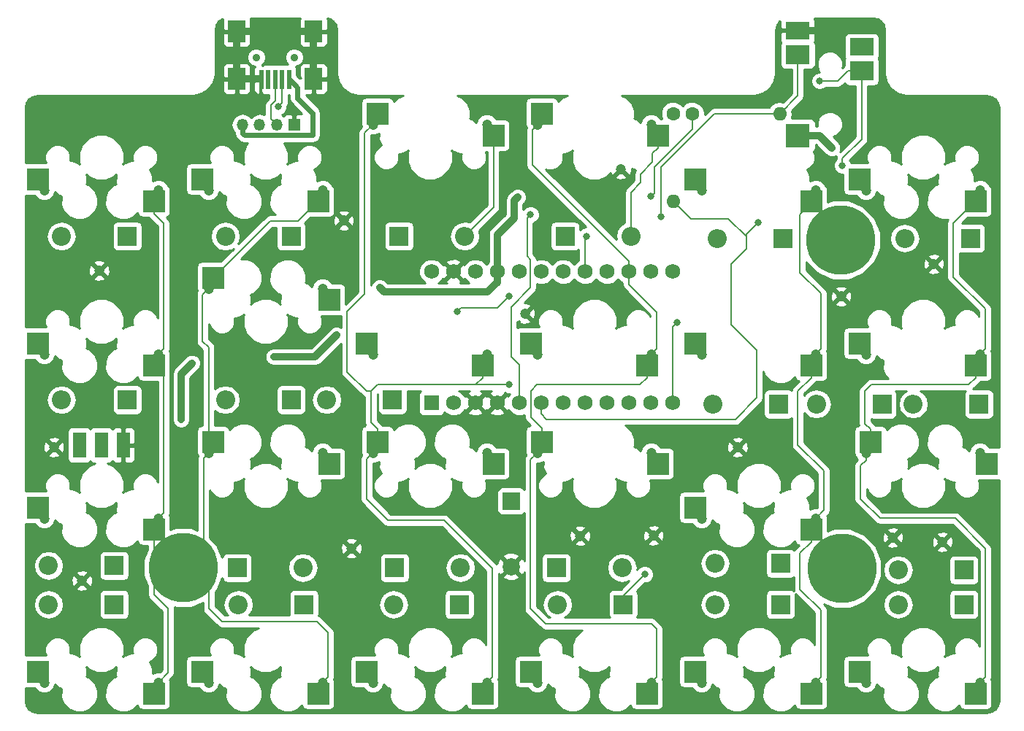
<source format=gbr>
%TF.GenerationSoftware,KiCad,Pcbnew,(2017-09-19 revision dddaa7e69)-makepkg*%
%TF.CreationDate,2017-10-17T20:10:02+02:00*%
%TF.ProjectId,lets_split,6C6574735F73706C69742E6B69636164,rev?*%
%TF.SameCoordinates,Original*%
%TF.FileFunction,Copper,L1,Top,Signal*%
%TF.FilePolarity,Positive*%
%FSLAX46Y46*%
G04 Gerber Fmt 4.6, Leading zero omitted, Abs format (unit mm)*
G04 Created by KiCad (PCBNEW (2017-09-19 revision dddaa7e69)-makepkg) date 10/17/17 20:10:02*
%MOMM*%
%LPD*%
G01*
G04 APERTURE LIST*
%TA.AperFunction,ComponentPad*%
%ADD10C,2.000000*%
%TD*%
%TA.AperFunction,ComponentPad*%
%ADD11R,2.000000X2.000000*%
%TD*%
%TA.AperFunction,ComponentPad*%
%ADD12C,1.200000*%
%TD*%
%TA.AperFunction,ViaPad*%
%ADD13C,1.200000*%
%TD*%
%TA.AperFunction,SMDPad,CuDef*%
%ADD14R,2.550000X2.500000*%
%TD*%
%TA.AperFunction,SMDPad,CuDef*%
%ADD15R,0.500000X2.300000*%
%TD*%
%TA.AperFunction,SMDPad,CuDef*%
%ADD16R,2.000000X2.500000*%
%TD*%
%TA.AperFunction,SMDPad,CuDef*%
%ADD17R,2.800000X2.800000*%
%TD*%
%TA.AperFunction,SMDPad,CuDef*%
%ADD18R,2.800000X2.200000*%
%TD*%
%TA.AperFunction,SMDPad,CuDef*%
%ADD19R,2.800000X2.000000*%
%TD*%
%TA.AperFunction,SMDPad,CuDef*%
%ADD20R,1.500000X3.000000*%
%TD*%
%TA.AperFunction,ComponentPad*%
%ADD21O,1.350000X1.350000*%
%TD*%
%TA.AperFunction,ComponentPad*%
%ADD22R,1.350000X1.350000*%
%TD*%
%TA.AperFunction,ComponentPad*%
%ADD23R,1.752600X1.752600*%
%TD*%
%TA.AperFunction,ComponentPad*%
%ADD24C,1.752600*%
%TD*%
%TA.AperFunction,ComponentPad*%
%ADD25C,8.000000*%
%TD*%
%TA.AperFunction,ComponentPad*%
%ADD26C,1.600000*%
%TD*%
%TA.AperFunction,ComponentPad*%
%ADD27O,1.600000X1.600000*%
%TD*%
%TA.AperFunction,ComponentPad*%
%ADD28R,2.200000X2.200000*%
%TD*%
%TA.AperFunction,ComponentPad*%
%ADD29O,2.200000X2.200000*%
%TD*%
%TA.AperFunction,ComponentPad*%
%ADD30C,0.900000*%
%TD*%
%TA.AperFunction,ViaPad*%
%ADD31C,0.800000*%
%TD*%
%TA.AperFunction,Conductor*%
%ADD32C,0.203200*%
%TD*%
%TA.AperFunction,Conductor*%
%ADD33C,0.812800*%
%TD*%
%TA.AperFunction,Conductor*%
%ADD34C,0.609600*%
%TD*%
%TA.AperFunction,Conductor*%
%ADD35C,0.254000*%
%TD*%
G04 APERTURE END LIST*
D10*
%TO.P,J1,2*%
%TO.N,GND*%
X138000000Y-120350000D03*
D11*
%TO.P,J1,1*%
%TO.N,Net-(J1-Pad1)*%
X138000000Y-112750000D03*
%TD*%
D12*
%TO.P,REF\002A\002A,1*%
%TO.N,GND*%
X139600000Y-91000000D03*
%TD*%
D13*
%TO.N,col0*%
%TO.C,SW1*%
X97104000Y-76660000D03*
%TO.N,Net-(D1-Pad2)*%
X83896000Y-76660000D03*
D14*
%TD*%
%TO.P,SW1,1*%
%TO.N,col0*%
X96590000Y-77930000D03*
%TO.P,SW1,2*%
%TO.N,Net-(D1-Pad2)*%
X83140000Y-75390000D03*
%TD*%
D13*
%TO.N,col4*%
%TO.C,SW5*%
X173304000Y-76660000D03*
%TO.N,Net-(D17-Pad2)*%
X160096000Y-76660000D03*
D14*
%TD*%
%TO.P,SW5,1*%
%TO.N,col4*%
X172790000Y-77930000D03*
%TO.P,SW5,2*%
%TO.N,Net-(D17-Pad2)*%
X159340000Y-75390000D03*
%TD*%
D13*
%TO.N,col2*%
%TO.C,SW3*%
X121996000Y-69040000D03*
%TO.N,Net-(D9-Pad2)*%
X135204000Y-69040000D03*
D14*
%TD*%
%TO.P,SW3,1*%
%TO.N,col2*%
X122510000Y-67770000D03*
%TO.P,SW3,2*%
%TO.N,Net-(D9-Pad2)*%
X135960000Y-70310000D03*
%TD*%
D13*
%TO.N,col5*%
%TO.C,SW12*%
X192354000Y-95710000D03*
%TO.N,Net-(D22-Pad2)*%
X179146000Y-95710000D03*
D14*
%TD*%
%TO.P,SW12,1*%
%TO.N,col5*%
X191840000Y-96980000D03*
%TO.P,SW12,2*%
%TO.N,Net-(D22-Pad2)*%
X178390000Y-94440000D03*
%TD*%
D13*
%TO.N,col1*%
%TO.C,SW2*%
X116154000Y-76660000D03*
%TO.N,Net-(D5-Pad2)*%
X102946000Y-76660000D03*
D14*
%TD*%
%TO.P,SW2,1*%
%TO.N,col1*%
X115640000Y-77930000D03*
%TO.P,SW2,2*%
%TO.N,Net-(D5-Pad2)*%
X102190000Y-75390000D03*
%TD*%
D13*
%TO.N,col3*%
%TO.C,SW4*%
X141046000Y-69040000D03*
%TO.N,Net-(D13-Pad2)*%
X154254000Y-69040000D03*
D14*
%TD*%
%TO.P,SW4,1*%
%TO.N,col3*%
X141560000Y-67770000D03*
%TO.P,SW4,2*%
%TO.N,Net-(D13-Pad2)*%
X155010000Y-70310000D03*
%TD*%
D13*
%TO.N,col5*%
%TO.C,SW6*%
X192354000Y-76660000D03*
%TO.N,Net-(D21-Pad2)*%
X179146000Y-76660000D03*
D14*
%TD*%
%TO.P,SW6,1*%
%TO.N,col5*%
X191840000Y-77930000D03*
%TO.P,SW6,2*%
%TO.N,Net-(D21-Pad2)*%
X178390000Y-75390000D03*
%TD*%
D13*
%TO.N,col0*%
%TO.C,SW7*%
X97104000Y-95710000D03*
%TO.N,Net-(D2-Pad2)*%
X83896000Y-95710000D03*
D14*
%TD*%
%TO.P,SW7,1*%
%TO.N,col0*%
X96590000Y-96980000D03*
%TO.P,SW7,2*%
%TO.N,Net-(D2-Pad2)*%
X83140000Y-94440000D03*
%TD*%
D13*
%TO.N,col1*%
%TO.C,SW8*%
X102946000Y-88090000D03*
%TO.N,Net-(D6-Pad2)*%
X116154000Y-88090000D03*
D14*
%TD*%
%TO.P,SW8,1*%
%TO.N,col1*%
X103460000Y-86820000D03*
%TO.P,SW8,2*%
%TO.N,Net-(D6-Pad2)*%
X116910000Y-89360000D03*
%TD*%
D13*
%TO.N,col2*%
%TO.C,SW9*%
X135204000Y-95710000D03*
%TO.N,Net-(D10-Pad2)*%
X121996000Y-95710000D03*
D14*
%TD*%
%TO.P,SW9,1*%
%TO.N,col2*%
X134690000Y-96980000D03*
%TO.P,SW9,2*%
%TO.N,Net-(D10-Pad2)*%
X121240000Y-94440000D03*
%TD*%
D13*
%TO.N,col3*%
%TO.C,SW10*%
X154254000Y-95710000D03*
%TO.N,Net-(D14-Pad2)*%
X141046000Y-95710000D03*
D14*
%TD*%
%TO.P,SW10,1*%
%TO.N,col3*%
X153740000Y-96980000D03*
%TO.P,SW10,2*%
%TO.N,Net-(D14-Pad2)*%
X140290000Y-94440000D03*
%TD*%
D13*
%TO.N,col4*%
%TO.C,SW11*%
X173304000Y-95710000D03*
%TO.N,Net-(D18-Pad2)*%
X160096000Y-95710000D03*
D14*
%TD*%
%TO.P,SW11,1*%
%TO.N,col4*%
X172790000Y-96980000D03*
%TO.P,SW11,2*%
%TO.N,Net-(D18-Pad2)*%
X159340000Y-94440000D03*
%TD*%
D13*
%TO.N,col0*%
%TO.C,SW13*%
X97104000Y-114760000D03*
%TO.N,Net-(D3-Pad2)*%
X83896000Y-114760000D03*
D14*
%TD*%
%TO.P,SW13,1*%
%TO.N,col0*%
X96590000Y-116030000D03*
%TO.P,SW13,2*%
%TO.N,Net-(D3-Pad2)*%
X83140000Y-113490000D03*
%TD*%
D13*
%TO.N,col1*%
%TO.C,SW14*%
X102946000Y-107140000D03*
%TO.N,Net-(D7-Pad2)*%
X116154000Y-107140000D03*
D14*
%TD*%
%TO.P,SW14,1*%
%TO.N,col1*%
X103460000Y-105870000D03*
%TO.P,SW14,2*%
%TO.N,Net-(D7-Pad2)*%
X116910000Y-108410000D03*
%TD*%
D13*
%TO.N,col2*%
%TO.C,SW15*%
X121996000Y-107140000D03*
%TO.N,Net-(D11-Pad2)*%
X135204000Y-107140000D03*
D14*
%TD*%
%TO.P,SW15,1*%
%TO.N,col2*%
X122510000Y-105870000D03*
%TO.P,SW15,2*%
%TO.N,Net-(D11-Pad2)*%
X135960000Y-108410000D03*
%TD*%
D13*
%TO.N,col3*%
%TO.C,SW16*%
X141046000Y-107140000D03*
%TO.N,Net-(D15-Pad2)*%
X154254000Y-107140000D03*
D14*
%TD*%
%TO.P,SW16,1*%
%TO.N,col3*%
X141560000Y-105870000D03*
%TO.P,SW16,2*%
%TO.N,Net-(D15-Pad2)*%
X155010000Y-108410000D03*
%TD*%
D13*
%TO.N,col4*%
%TO.C,SW17*%
X173304000Y-114760000D03*
%TO.N,Net-(D19-Pad2)*%
X160096000Y-114760000D03*
D14*
%TD*%
%TO.P,SW17,1*%
%TO.N,col4*%
X172790000Y-116030000D03*
%TO.P,SW17,2*%
%TO.N,Net-(D19-Pad2)*%
X159340000Y-113490000D03*
%TD*%
D13*
%TO.N,col5*%
%TO.C,SW18*%
X179146000Y-107140000D03*
%TO.N,Net-(D23-Pad2)*%
X192354000Y-107140000D03*
D14*
%TD*%
%TO.P,SW18,1*%
%TO.N,col5*%
X179660000Y-105870000D03*
%TO.P,SW18,2*%
%TO.N,Net-(D23-Pad2)*%
X193110000Y-108410000D03*
%TD*%
D13*
%TO.N,col0*%
%TO.C,SW19*%
X97104000Y-133810000D03*
%TO.N,Net-(D4-Pad2)*%
X83896000Y-133810000D03*
D14*
%TD*%
%TO.P,SW19,1*%
%TO.N,col0*%
X96590000Y-135080000D03*
%TO.P,SW19,2*%
%TO.N,Net-(D4-Pad2)*%
X83140000Y-132540000D03*
%TD*%
D13*
%TO.N,col1*%
%TO.C,SW20*%
X116154000Y-133810000D03*
%TO.N,Net-(D8-Pad2)*%
X102946000Y-133810000D03*
D14*
%TD*%
%TO.P,SW20,1*%
%TO.N,col1*%
X115640000Y-135080000D03*
%TO.P,SW20,2*%
%TO.N,Net-(D8-Pad2)*%
X102190000Y-132540000D03*
%TD*%
D13*
%TO.N,col2*%
%TO.C,SW21*%
X135204000Y-133810000D03*
%TO.N,Net-(D12-Pad2)*%
X121996000Y-133810000D03*
D14*
%TD*%
%TO.P,SW21,1*%
%TO.N,col2*%
X134690000Y-135080000D03*
%TO.P,SW21,2*%
%TO.N,Net-(D12-Pad2)*%
X121240000Y-132540000D03*
%TD*%
D13*
%TO.N,col3*%
%TO.C,SW22*%
X154254000Y-133810000D03*
%TO.N,Net-(D16-Pad2)*%
X141046000Y-133810000D03*
D14*
%TD*%
%TO.P,SW22,1*%
%TO.N,col3*%
X153740000Y-135080000D03*
%TO.P,SW22,2*%
%TO.N,Net-(D16-Pad2)*%
X140290000Y-132540000D03*
%TD*%
D13*
%TO.N,col4*%
%TO.C,SW23*%
X173304000Y-133810000D03*
%TO.N,Net-(D20-Pad2)*%
X160096000Y-133810000D03*
D14*
%TD*%
%TO.P,SW23,1*%
%TO.N,col4*%
X172790000Y-135080000D03*
%TO.P,SW23,2*%
%TO.N,Net-(D20-Pad2)*%
X159340000Y-132540000D03*
%TD*%
D13*
%TO.N,col5*%
%TO.C,SW24*%
X192354000Y-133810000D03*
%TO.N,Net-(D24-Pad2)*%
X179146000Y-133810000D03*
D14*
%TD*%
%TO.P,SW24,1*%
%TO.N,col5*%
X191840000Y-135080000D03*
%TO.P,SW24,2*%
%TO.N,Net-(D24-Pad2)*%
X178390000Y-132540000D03*
%TD*%
D15*
%TO.P,P2,5*%
%TO.N,GND*%
X109050000Y-63850000D03*
%TO.P,P2,4*%
%TO.N,Net-(P2-Pad4)*%
X109850000Y-63850000D03*
%TO.P,P2,3*%
%TO.N,/D+*%
X110650000Y-63850000D03*
%TO.P,P2,2*%
%TO.N,/D-*%
X111450000Y-63850000D03*
%TO.P,P2,1*%
%TO.N,Net-(P1-Pad4)*%
X112250000Y-63850000D03*
D16*
%TO.P,P2,6*%
%TO.N,GND*%
X115100000Y-58250000D03*
X106200000Y-58250000D03*
X106200000Y-63750000D03*
X115100000Y-63750000D03*
%TD*%
D17*
%TO.P,P4,2*%
%TO.N,VCC*%
X171242500Y-70328000D03*
D18*
%TO.P,P4,4*%
%TO.N,SDA*%
X171242500Y-60928000D03*
%TO.P,P4,3*%
%TO.N,SCL/D3*%
X178642500Y-62828000D03*
D19*
%TO.P,P4,6*%
%TO.N,Net-(P4-Pad6)*%
X178642500Y-60028000D03*
%TO.P,P4,1*%
%TO.N,GND*%
X171242500Y-58128000D03*
%TD*%
D20*
%TO.P,P3,3*%
%TO.N,GND*%
X93040000Y-106250000D03*
%TO.P,P3,2*%
%TO.N,Net-(P3-Pad2)*%
X90500000Y-106250000D03*
%TO.P,P3,1*%
%TO.N,VCC*%
X87960000Y-106250000D03*
%TD*%
D21*
%TO.P,P1,4*%
%TO.N,Net-(P1-Pad4)*%
X106850000Y-69100000D03*
%TO.P,P1,3*%
%TO.N,/D-*%
X108850000Y-69100000D03*
%TO.P,P1,2*%
%TO.N,/D+*%
X110850000Y-69100000D03*
D22*
%TO.P,P1,1*%
%TO.N,GND*%
X112850000Y-69100000D03*
%TD*%
D12*
%TO.P,REF\002A\002A,1*%
%TO.N,GND*%
X118600000Y-80200000D03*
%TD*%
%TO.P,REF\002A\002A,1*%
%TO.N,GND*%
X188000000Y-117500000D03*
%TD*%
%TO.P,REF\002A\002A,1*%
%TO.N,GND*%
X154500000Y-116750000D03*
%TD*%
%TO.P,REF\002A\002A,1*%
%TO.N,GND*%
X182250000Y-117000000D03*
%TD*%
%TO.P,REF\002A\002A,1*%
%TO.N,GND*%
X164250000Y-106500000D03*
%TD*%
%TO.P,REF\002A\002A,1*%
%TO.N,GND*%
X119500000Y-118250000D03*
%TD*%
%TO.P,REF\002A\002A,1*%
%TO.N,GND*%
X146000000Y-116800000D03*
%TD*%
%TO.P,REF\002A\002A,1*%
%TO.N,GND*%
X187000000Y-85250000D03*
%TD*%
%TO.P,REF\002A\002A,1*%
%TO.N,GND*%
X176250000Y-89000000D03*
%TD*%
%TO.P,REF\002A\002A,1*%
%TO.N,GND*%
X150750000Y-74250000D03*
%TD*%
%TO.P,REF\002A\002A,1*%
%TO.N,GND*%
X88250000Y-122000000D03*
%TD*%
%TO.P,REF\002A\002A,1*%
%TO.N,GND*%
X85000000Y-106500000D03*
%TD*%
%TO.P,REF\002A\002A,1*%
%TO.N,GND*%
X90250000Y-86000000D03*
%TD*%
D23*
%TO.P,U1,1*%
%TO.N,Net-(U1-Pad1)*%
X128780000Y-101370000D03*
D24*
%TO.P,U1,2*%
%TO.N,Net-(U1-Pad2)*%
X131320000Y-101370000D03*
%TO.P,U1,3*%
%TO.N,GND*%
X133860000Y-101370000D03*
%TO.P,U1,4*%
X136400000Y-101370000D03*
%TO.P,U1,5*%
%TO.N,SDA*%
X138940000Y-101370000D03*
%TO.P,U1,6*%
%TO.N,SCL/D3*%
X141480000Y-101370000D03*
%TO.P,U1,7*%
%TO.N,Net-(P3-Pad2)*%
X144020000Y-101370000D03*
%TO.P,U1,8*%
%TO.N,col2*%
X146560000Y-101370000D03*
%TO.P,U1,9*%
%TO.N,Net-(R3-Pad1)*%
X149100000Y-101370000D03*
%TO.P,U1,10*%
%TO.N,row2*%
X151640000Y-101370000D03*
%TO.P,U1,11*%
%TO.N,row3*%
X154180000Y-101370000D03*
%TO.P,U1,12*%
%TO.N,row1*%
X156720000Y-101370000D03*
%TO.P,U1,13*%
%TO.N,col5*%
X156720000Y-86130000D03*
%TO.P,U1,14*%
%TO.N,col4*%
X154180000Y-86130000D03*
%TO.P,U1,15*%
%TO.N,col3*%
X151640000Y-86130000D03*
%TO.P,U1,16*%
%TO.N,row0*%
X149100000Y-86130000D03*
%TO.P,U1,17*%
%TO.N,col1*%
X146560000Y-86130000D03*
%TO.P,U1,18*%
%TO.N,Net-(U1-Pad18)*%
X144020000Y-86130000D03*
%TO.P,U1,19*%
%TO.N,Net-(U1-Pad19)*%
X141480000Y-86130000D03*
%TO.P,U1,22*%
%TO.N,Net-(U1-Pad22)*%
X133860000Y-86130000D03*
%TO.P,U1,23*%
%TO.N,GND*%
X131320000Y-86130000D03*
%TO.P,U1,24*%
%TO.N,Net-(U1-Pad24)*%
X128780000Y-86130000D03*
%TO.P,U1,20*%
%TO.N,col0*%
X138940000Y-86130000D03*
%TO.P,U1,21*%
%TO.N,VCC*%
X136400000Y-86130000D03*
%TD*%
D25*
%TO.P,REF\002A\002A,1*%
%TO.N,N/C*%
X99991000Y-120488000D03*
%TD*%
%TO.P,REF\002A\002A,1*%
%TO.N,N/C*%
X176350000Y-120550000D03*
%TD*%
%TO.P,REF\002A\002A,1*%
%TO.N,N/C*%
X176200000Y-82450000D03*
%TD*%
D26*
%TO.P,R2,1*%
%TO.N,Net-(JP1-Pad2)*%
X156800000Y-67800000D03*
D27*
%TO.P,R2,2*%
%TO.N,SCL/D3*%
X156800000Y-77960000D03*
%TD*%
%TO.P,R1,2*%
%TO.N,SDA*%
X169160000Y-67800000D03*
D26*
%TO.P,R1,1*%
%TO.N,Net-(JP1-Pad2)*%
X159000000Y-67800000D03*
%TD*%
D28*
%TO.P,D12,1*%
%TO.N,row3*%
X132000000Y-124750000D03*
D29*
%TO.P,D12,2*%
%TO.N,Net-(D12-Pad2)*%
X124380000Y-124750000D03*
%TD*%
D28*
%TO.P,D7,1*%
%TO.N,row2*%
X106250000Y-120500000D03*
D29*
%TO.P,D7,2*%
%TO.N,Net-(D7-Pad2)*%
X113870000Y-120500000D03*
%TD*%
D28*
%TO.P,D18,1*%
%TO.N,row1*%
X181000000Y-101500000D03*
D29*
%TO.P,D18,2*%
%TO.N,Net-(D18-Pad2)*%
X173380000Y-101500000D03*
%TD*%
D28*
%TO.P,D9,1*%
%TO.N,row0*%
X125000000Y-82000000D03*
D29*
%TO.P,D9,2*%
%TO.N,Net-(D9-Pad2)*%
X132620000Y-82000000D03*
%TD*%
D28*
%TO.P,D13,1*%
%TO.N,row0*%
X144250000Y-82000000D03*
D29*
%TO.P,D13,2*%
%TO.N,Net-(D13-Pad2)*%
X151870000Y-82000000D03*
%TD*%
D30*
%TO.P,P2,7*%
%TO.N,N/C*%
X108450000Y-61250000D03*
X112850000Y-61250000D03*
%TD*%
D28*
%TO.P,D1,1*%
%TO.N,row0*%
X93500000Y-82000000D03*
D29*
%TO.P,D1,2*%
%TO.N,Net-(D1-Pad2)*%
X85880000Y-82000000D03*
%TD*%
D28*
%TO.P,D2,1*%
%TO.N,row1*%
X93500000Y-101000000D03*
D29*
%TO.P,D2,2*%
%TO.N,Net-(D2-Pad2)*%
X85880000Y-101000000D03*
%TD*%
D28*
%TO.P,D3,1*%
%TO.N,row2*%
X92000000Y-120250000D03*
D29*
%TO.P,D3,2*%
%TO.N,Net-(D3-Pad2)*%
X84380000Y-120250000D03*
%TD*%
D28*
%TO.P,D4,1*%
%TO.N,row3*%
X92000000Y-124750000D03*
D29*
%TO.P,D4,2*%
%TO.N,Net-(D4-Pad2)*%
X84380000Y-124750000D03*
%TD*%
D28*
%TO.P,D5,1*%
%TO.N,row0*%
X112500000Y-82000000D03*
D29*
%TO.P,D5,2*%
%TO.N,Net-(D5-Pad2)*%
X104880000Y-82000000D03*
%TD*%
D28*
%TO.P,D6,1*%
%TO.N,row1*%
X112500000Y-101000000D03*
D29*
%TO.P,D6,2*%
%TO.N,Net-(D6-Pad2)*%
X104880000Y-101000000D03*
%TD*%
D28*
%TO.P,D8,1*%
%TO.N,row3*%
X114000000Y-124750000D03*
D29*
%TO.P,D8,2*%
%TO.N,Net-(D8-Pad2)*%
X106380000Y-124750000D03*
%TD*%
D28*
%TO.P,D10,1*%
%TO.N,row1*%
X124250000Y-101000000D03*
D29*
%TO.P,D10,2*%
%TO.N,Net-(D10-Pad2)*%
X116630000Y-101000000D03*
%TD*%
D28*
%TO.P,D11,1*%
%TO.N,row2*%
X124500000Y-120500000D03*
D29*
%TO.P,D11,2*%
%TO.N,Net-(D11-Pad2)*%
X132120000Y-120500000D03*
%TD*%
D28*
%TO.P,D14,1*%
%TO.N,row1*%
X169000000Y-101500000D03*
D29*
%TO.P,D14,2*%
%TO.N,Net-(D14-Pad2)*%
X161380000Y-101500000D03*
%TD*%
D28*
%TO.P,D15,1*%
%TO.N,row2*%
X143250000Y-120500000D03*
D29*
%TO.P,D15,2*%
%TO.N,Net-(D15-Pad2)*%
X150870000Y-120500000D03*
%TD*%
D28*
%TO.P,D16,1*%
%TO.N,row3*%
X151000000Y-124750000D03*
D29*
%TO.P,D16,2*%
%TO.N,Net-(D16-Pad2)*%
X143380000Y-124750000D03*
%TD*%
D28*
%TO.P,D17,1*%
%TO.N,row0*%
X169500000Y-82250000D03*
D29*
%TO.P,D17,2*%
%TO.N,Net-(D17-Pad2)*%
X161880000Y-82250000D03*
%TD*%
D28*
%TO.P,D19,1*%
%TO.N,row2*%
X169250000Y-120000000D03*
D29*
%TO.P,D19,2*%
%TO.N,Net-(D19-Pad2)*%
X161630000Y-120000000D03*
%TD*%
D28*
%TO.P,D20,1*%
%TO.N,row3*%
X169250000Y-124750000D03*
D29*
%TO.P,D20,2*%
%TO.N,Net-(D20-Pad2)*%
X161630000Y-124750000D03*
%TD*%
D28*
%TO.P,D21,1*%
%TO.N,row0*%
X191250000Y-82250000D03*
D29*
%TO.P,D21,2*%
%TO.N,Net-(D21-Pad2)*%
X183630000Y-82250000D03*
%TD*%
D28*
%TO.P,D22,1*%
%TO.N,row1*%
X192250000Y-101500000D03*
D29*
%TO.P,D22,2*%
%TO.N,Net-(D22-Pad2)*%
X184630000Y-101500000D03*
%TD*%
D28*
%TO.P,D23,1*%
%TO.N,row2*%
X190500000Y-120750000D03*
D29*
%TO.P,D23,2*%
%TO.N,Net-(D23-Pad2)*%
X182880000Y-120750000D03*
%TD*%
D28*
%TO.P,D24,1*%
%TO.N,row3*%
X190500000Y-124750000D03*
D29*
%TO.P,D24,2*%
%TO.N,Net-(D24-Pad2)*%
X182880000Y-124750000D03*
%TD*%
D31*
%TO.N,GND*%
X93000000Y-106250000D03*
%TO.N,SCL/D3*%
X173750000Y-64000000D03*
%TO.N,Net-(JP1-Pad2)*%
X154200000Y-77400000D03*
%TO.N,Net-(P3-Pad2)*%
X90500000Y-106250000D03*
%TO.N,VCC*%
X88000000Y-106250000D03*
X175200000Y-71800000D03*
%TO.N,row1*%
X157250000Y-92000000D03*
X137750000Y-89000000D03*
X131750000Y-90750000D03*
%TO.N,row3*%
X153500000Y-121250000D03*
%TO.N,GND*%
X174800000Y-58200000D03*
%TO.N,VCC*%
X117750000Y-93500000D03*
X110500000Y-96000000D03*
X101000000Y-96750000D03*
X99750000Y-103250000D03*
X122750000Y-88000000D03*
X138750000Y-77500000D03*
%TO.N,col1*%
X146750000Y-82000000D03*
%TO.N,col2*%
X137750000Y-99250000D03*
%TO.N,SCL/D3*%
X176400000Y-73800000D03*
X166600000Y-80400000D03*
%TO.N,SDA*%
X155400000Y-79750000D03*
X140250000Y-79500000D03*
%TO.N,/D-*%
X111000000Y-67000000D03*
%TD*%
D32*
%TO.N,SCL/D3*%
X178642500Y-62828000D02*
X177039300Y-62828000D01*
X177039300Y-62828000D02*
X175867300Y-64000000D01*
X175867300Y-64000000D02*
X173750000Y-64000000D01*
%TO.N,SDA*%
X155400000Y-79750000D02*
X155400000Y-74000000D01*
%TO.N,Net-(JP1-Pad2)*%
X154200000Y-77400000D02*
X154600000Y-77000000D01*
X154600000Y-77000000D02*
X154600000Y-74000000D01*
X154600000Y-74000000D02*
X159000000Y-69600000D01*
X159000000Y-69600000D02*
X159000000Y-67800000D01*
%TO.N,Net-(D13-Pad2)*%
X155010000Y-70310000D02*
X155010000Y-71763200D01*
X155010000Y-71763200D02*
X154400000Y-72373200D01*
X153000000Y-74800000D02*
X153000000Y-75800000D01*
X154400000Y-72373200D02*
X154400000Y-73400000D01*
X154400000Y-73400000D02*
X153000000Y-74800000D01*
X151870000Y-80444366D02*
X151870000Y-82000000D01*
X153000000Y-75800000D02*
X151870000Y-76930000D01*
X151870000Y-76930000D02*
X151870000Y-80444366D01*
D33*
%TO.N,GND*%
X108012800Y-63750000D02*
X108750000Y-63750000D01*
X106200000Y-63750000D02*
X108012800Y-63750000D01*
X106200000Y-58250000D02*
X106200000Y-63750000D01*
X106200000Y-58250000D02*
X108012800Y-58250000D01*
X108012800Y-58250000D02*
X115100000Y-58250000D01*
X115100000Y-63750000D02*
X115100000Y-58250000D01*
%TO.N,VCC*%
X175200000Y-71800000D02*
X173728000Y-70328000D01*
X173728000Y-70328000D02*
X171242500Y-70328000D01*
D32*
%TO.N,Net-(D1-Pad2)*%
X83140000Y-75390000D02*
X83140000Y-75904000D01*
X83140000Y-75904000D02*
X83896000Y-76660000D01*
%TO.N,Net-(D2-Pad2)*%
X83140000Y-94440000D02*
X83140000Y-94954000D01*
X83140000Y-94954000D02*
X83896000Y-95710000D01*
%TO.N,row1*%
X157250000Y-92000000D02*
X156720000Y-92530000D01*
X156720000Y-92530000D02*
X156720000Y-101370000D01*
X131750000Y-90750000D02*
X132149999Y-90350001D01*
X132149999Y-90350001D02*
X136399999Y-90350001D01*
X136399999Y-90350001D02*
X137750000Y-89000000D01*
%TO.N,Net-(D3-Pad2)*%
X83140000Y-113490000D02*
X83140000Y-114004000D01*
X83140000Y-114004000D02*
X83896000Y-114760000D01*
%TO.N,Net-(D4-Pad2)*%
X83140000Y-132540000D02*
X83140000Y-133054000D01*
X83140000Y-133054000D02*
X83896000Y-133810000D01*
%TO.N,row3*%
X153500000Y-121250000D02*
X151000000Y-123750000D01*
X151000000Y-123750000D02*
X151000000Y-124750000D01*
%TO.N,Net-(D5-Pad2)*%
X102190000Y-75390000D02*
X102190000Y-75904000D01*
X102190000Y-75904000D02*
X102946000Y-76660000D01*
%TO.N,Net-(D6-Pad2)*%
X116910000Y-89360000D02*
X116910000Y-88846000D01*
X116910000Y-88846000D02*
X116154000Y-88090000D01*
%TO.N,Net-(D7-Pad2)*%
X116910000Y-108410000D02*
X116910000Y-107896000D01*
X116910000Y-107896000D02*
X116154000Y-107140000D01*
%TO.N,Net-(D8-Pad2)*%
X102190000Y-132540000D02*
X102190000Y-133054000D01*
X102190000Y-133054000D02*
X102946000Y-133810000D01*
%TO.N,Net-(D9-Pad2)*%
X135960000Y-70310000D02*
X135960000Y-69796000D01*
X135960000Y-69796000D02*
X135204000Y-69040000D01*
X135960000Y-70310000D02*
X135960000Y-78660000D01*
X135960000Y-78660000D02*
X132620000Y-82000000D01*
%TO.N,Net-(D10-Pad2)*%
X121240000Y-94440000D02*
X121240000Y-94954000D01*
X121240000Y-94954000D02*
X121996000Y-95710000D01*
%TO.N,Net-(D11-Pad2)*%
X135960000Y-108410000D02*
X135960000Y-107896000D01*
X135960000Y-107896000D02*
X135204000Y-107140000D01*
%TO.N,Net-(D12-Pad2)*%
X121240000Y-132540000D02*
X121240000Y-133054000D01*
X121240000Y-133054000D02*
X121996000Y-133810000D01*
%TO.N,Net-(D13-Pad2)*%
X155010000Y-70310000D02*
X155010000Y-69796000D01*
X155010000Y-69796000D02*
X154254000Y-69040000D01*
%TO.N,Net-(D14-Pad2)*%
X140290000Y-94440000D02*
X140290000Y-94954000D01*
X140290000Y-94954000D02*
X141046000Y-95710000D01*
%TO.N,Net-(D15-Pad2)*%
X155010000Y-108410000D02*
X155010000Y-107896000D01*
X155010000Y-107896000D02*
X154254000Y-107140000D01*
%TO.N,Net-(D16-Pad2)*%
X140290000Y-132540000D02*
X140290000Y-133054000D01*
X140290000Y-133054000D02*
X141046000Y-133810000D01*
%TO.N,Net-(D17-Pad2)*%
X159340000Y-75390000D02*
X159340000Y-75904000D01*
X159340000Y-75904000D02*
X160096000Y-76660000D01*
%TO.N,Net-(D18-Pad2)*%
X159340000Y-94440000D02*
X159340000Y-94954000D01*
X159340000Y-94954000D02*
X160096000Y-95710000D01*
%TO.N,Net-(D19-Pad2)*%
X159340000Y-113490000D02*
X159340000Y-114004000D01*
X159340000Y-114004000D02*
X160096000Y-114760000D01*
%TO.N,Net-(D20-Pad2)*%
X159340000Y-132540000D02*
X159340000Y-133054000D01*
X159340000Y-133054000D02*
X160096000Y-133810000D01*
%TO.N,Net-(D21-Pad2)*%
X178390000Y-75390000D02*
X178390000Y-75904000D01*
X178390000Y-75904000D02*
X179146000Y-76660000D01*
%TO.N,Net-(D22-Pad2)*%
X178390000Y-94440000D02*
X178390000Y-94954000D01*
X178390000Y-94954000D02*
X179146000Y-95710000D01*
%TO.N,Net-(D23-Pad2)*%
X193110000Y-108410000D02*
X193110000Y-107896000D01*
X193110000Y-107896000D02*
X192354000Y-107140000D01*
%TO.N,Net-(D24-Pad2)*%
X178390000Y-132540000D02*
X178390000Y-133054000D01*
X178390000Y-133054000D02*
X179146000Y-133810000D01*
D33*
%TO.N,GND*%
X174800000Y-58200000D02*
X171314500Y-58200000D01*
X171314500Y-58200000D02*
X171242500Y-58128000D01*
%TO.N,VCC*%
X110500000Y-96000000D02*
X115250000Y-96000000D01*
X115250000Y-96000000D02*
X117750000Y-93500000D01*
X99750000Y-103250000D02*
X99750000Y-98000000D01*
X99750000Y-98000000D02*
X101000000Y-96750000D01*
X135269275Y-88500000D02*
X123250000Y-88500000D01*
X123250000Y-88500000D02*
X122750000Y-88000000D01*
X136400000Y-86130000D02*
X136400000Y-87369275D01*
X136400000Y-87369275D02*
X135269275Y-88500000D01*
X138750000Y-77500000D02*
X138350001Y-77899999D01*
X138350001Y-77899999D02*
X138350001Y-79899999D01*
X138350001Y-79899999D02*
X136400000Y-81850000D01*
X136400000Y-81850000D02*
X136400000Y-86130000D01*
D32*
%TO.N,col0*%
X96590000Y-135080000D02*
X96590000Y-134324000D01*
X96590000Y-134324000D02*
X97104000Y-133810000D01*
X96590000Y-116030000D02*
X96590000Y-115274000D01*
X96590000Y-115274000D02*
X97104000Y-114760000D01*
X96590000Y-96980000D02*
X96590000Y-96224000D01*
X96590000Y-96224000D02*
X97104000Y-95710000D01*
X96590000Y-77930000D02*
X96590000Y-77174000D01*
X96590000Y-77174000D02*
X97104000Y-76660000D01*
X97750000Y-80543200D02*
X97750000Y-95064000D01*
X97750000Y-95064000D02*
X97104000Y-95710000D01*
X96590000Y-77930000D02*
X96590000Y-79383200D01*
X96590000Y-79383200D02*
X97750000Y-80543200D01*
X97750000Y-98115000D02*
X97750000Y-114114000D01*
X97750000Y-114114000D02*
X97104000Y-114760000D01*
X96590000Y-96980000D02*
X96615000Y-96980000D01*
X96615000Y-96980000D02*
X97750000Y-98115000D01*
X98250000Y-125250000D02*
X96590000Y-123590000D01*
X96590000Y-123590000D02*
X96590000Y-116030000D01*
X98250000Y-132664000D02*
X98250000Y-125250000D01*
X97104000Y-133810000D02*
X98250000Y-132664000D01*
%TO.N,col1*%
X115640000Y-135080000D02*
X115640000Y-134324000D01*
X115640000Y-134324000D02*
X116154000Y-133810000D01*
X103460000Y-105870000D02*
X103460000Y-106626000D01*
X103460000Y-106626000D02*
X102946000Y-107140000D01*
X103460000Y-86820000D02*
X103460000Y-87576000D01*
X103460000Y-87576000D02*
X102946000Y-88090000D01*
X115640000Y-77930000D02*
X115640000Y-77174000D01*
X115640000Y-77174000D02*
X116154000Y-76660000D01*
X146560000Y-86130000D02*
X146560000Y-82190000D01*
X146560000Y-82190000D02*
X146750000Y-82000000D01*
X116154000Y-133810000D02*
X116753999Y-133210001D01*
X116753999Y-133210001D02*
X116753999Y-128003999D01*
X116753999Y-128003999D02*
X115500000Y-126750000D01*
X115500000Y-126750000D02*
X104500000Y-126750000D01*
X104500000Y-126750000D02*
X103000000Y-125250000D01*
X103000000Y-125250000D02*
X103000000Y-118500000D01*
X103000000Y-118500000D02*
X102346001Y-117846001D01*
X102346001Y-117846001D02*
X102346001Y-107739999D01*
X102346001Y-107739999D02*
X102946000Y-107140000D01*
X102250000Y-94250000D02*
X102250000Y-88786000D01*
X102250000Y-88786000D02*
X102946000Y-88090000D01*
X102946000Y-94946000D02*
X102250000Y-94250000D01*
X102946000Y-107140000D02*
X102946000Y-94946000D01*
X110055000Y-80250000D02*
X113295000Y-80250000D01*
X113295000Y-80250000D02*
X115615000Y-77930000D01*
X115615000Y-77930000D02*
X115640000Y-77930000D01*
X103460000Y-86820000D02*
X103485000Y-86820000D01*
X103485000Y-86820000D02*
X110055000Y-80250000D01*
%TO.N,col2*%
X134690000Y-135080000D02*
X134690000Y-134324000D01*
X134690000Y-134324000D02*
X135204000Y-133810000D01*
X122510000Y-105870000D02*
X122510000Y-106626000D01*
X122510000Y-106626000D02*
X121996000Y-107140000D01*
X135204000Y-133810000D02*
X135803999Y-133210001D01*
X135803999Y-133210001D02*
X135803999Y-120553999D01*
X121250000Y-107886000D02*
X121996000Y-107140000D01*
X135803999Y-120553999D02*
X130250000Y-115000000D01*
X130250000Y-115000000D02*
X123750000Y-115000000D01*
X123750000Y-115000000D02*
X121250000Y-112500000D01*
X121250000Y-112500000D02*
X121250000Y-107886000D01*
X134690000Y-96980000D02*
X134690000Y-96224000D01*
X134690000Y-96224000D02*
X135204000Y-95710000D01*
X122510000Y-67770000D02*
X122510000Y-68526000D01*
X122510000Y-68526000D02*
X121996000Y-69040000D01*
X137750000Y-99250000D02*
X133873200Y-99250000D01*
X122510000Y-105870000D02*
X122510000Y-104416800D01*
X122510000Y-104416800D02*
X121750000Y-103656800D01*
X121750000Y-103656800D02*
X121750000Y-100000000D01*
X121750000Y-100000000D02*
X121250000Y-100000000D01*
X121250000Y-100000000D02*
X119000000Y-97750000D01*
X119000000Y-97750000D02*
X119000000Y-90750000D01*
X121000000Y-70036000D02*
X121996000Y-69040000D01*
X119000000Y-90750000D02*
X121000000Y-88750000D01*
X121000000Y-88750000D02*
X121000000Y-70036000D01*
X122500000Y-99250000D02*
X121750000Y-100000000D01*
X133873200Y-99250000D02*
X122500000Y-99250000D01*
X134690000Y-96980000D02*
X134690000Y-98433200D01*
X134690000Y-98433200D02*
X133873200Y-99250000D01*
%TO.N,col3*%
X153740000Y-96980000D02*
X153740000Y-98433200D01*
X153740000Y-98433200D02*
X152923200Y-99250000D01*
X152923200Y-99250000D02*
X141000000Y-99250000D01*
X141000000Y-99250000D02*
X140298899Y-99951101D01*
X140298899Y-99951101D02*
X140298899Y-103048899D01*
X140298899Y-103048899D02*
X141560000Y-104310000D01*
X141560000Y-104310000D02*
X141560000Y-104416800D01*
X141560000Y-104416800D02*
X141560000Y-105870000D01*
X153740000Y-135080000D02*
X153740000Y-134324000D01*
X153740000Y-134324000D02*
X154254000Y-133810000D01*
X141560000Y-105870000D02*
X141560000Y-106626000D01*
X141560000Y-106626000D02*
X141046000Y-107140000D01*
X153740000Y-96980000D02*
X153740000Y-96224000D01*
X153740000Y-96224000D02*
X154254000Y-95710000D01*
X141560000Y-67770000D02*
X141560000Y-68526000D01*
X141560000Y-68526000D02*
X141046000Y-69040000D01*
X140446001Y-69639999D02*
X140446001Y-73000000D01*
X151640000Y-86130000D02*
X151640000Y-84890725D01*
X151640000Y-84890725D02*
X140446001Y-73696726D01*
X140446001Y-73696726D02*
X140446001Y-73000000D01*
X154254000Y-95710000D02*
X154853999Y-95110001D01*
X154853999Y-95110001D02*
X154853999Y-90853999D01*
X154853999Y-90853999D02*
X151640000Y-87640000D01*
X151640000Y-87640000D02*
X151640000Y-86130000D01*
X141046000Y-69040000D02*
X140446001Y-69639999D01*
X140250000Y-125250000D02*
X140250000Y-107936000D01*
X140250000Y-107936000D02*
X141046000Y-107140000D01*
X142000000Y-127000000D02*
X140250000Y-125250000D01*
X154250000Y-127000000D02*
X142000000Y-127000000D01*
X154853999Y-127603999D02*
X154250000Y-127000000D01*
X154254000Y-133810000D02*
X154853999Y-133210001D01*
X154853999Y-133210001D02*
X154853999Y-127603999D01*
%TO.N,col4*%
X172790000Y-135080000D02*
X172790000Y-134324000D01*
X172790000Y-134324000D02*
X173304000Y-133810000D01*
X172790000Y-116030000D02*
X172790000Y-115274000D01*
X172790000Y-115274000D02*
X173304000Y-114760000D01*
X172790000Y-96980000D02*
X172790000Y-96224000D01*
X172790000Y-96224000D02*
X173304000Y-95710000D01*
X172790000Y-77930000D02*
X172790000Y-77174000D01*
X172790000Y-77174000D02*
X173304000Y-76660000D01*
X173304000Y-95710000D02*
X173903999Y-95110001D01*
X173903999Y-95110001D02*
X173903999Y-88653999D01*
X172790000Y-78210000D02*
X172790000Y-77930000D01*
X173903999Y-88653999D02*
X171500000Y-86250000D01*
X171500000Y-86250000D02*
X171500000Y-79500000D01*
X171500000Y-79500000D02*
X172790000Y-78210000D01*
X174250000Y-109250000D02*
X174250000Y-113814000D01*
X174250000Y-113814000D02*
X173304000Y-114760000D01*
X171250000Y-106250000D02*
X174250000Y-109250000D01*
X171250000Y-99973200D02*
X171250000Y-106250000D01*
X172790000Y-96980000D02*
X172790000Y-98433200D01*
X172790000Y-98433200D02*
X171250000Y-99973200D01*
X172790000Y-116030000D02*
X172790000Y-117483200D01*
X172790000Y-117483200D02*
X171500000Y-118773200D01*
X171500000Y-123000000D02*
X171500000Y-118773200D01*
X173903999Y-125403999D02*
X171500000Y-123000000D01*
X173304000Y-133810000D02*
X173903999Y-133210001D01*
X173903999Y-133210001D02*
X173903999Y-125403999D01*
%TO.N,col5*%
X191840000Y-135080000D02*
X191840000Y-134324000D01*
X191840000Y-134324000D02*
X192354000Y-133810000D01*
X179660000Y-105870000D02*
X179660000Y-106626000D01*
X179660000Y-106626000D02*
X179146000Y-107140000D01*
X191840000Y-96980000D02*
X191840000Y-96224000D01*
X191840000Y-96224000D02*
X192354000Y-95710000D01*
X191840000Y-77930000D02*
X191840000Y-77174000D01*
X191840000Y-77174000D02*
X192354000Y-76660000D01*
X193000000Y-118250000D02*
X193000000Y-133164000D01*
X193000000Y-133164000D02*
X192354000Y-133810000D01*
X189500000Y-114750000D02*
X193000000Y-118250000D01*
X180750000Y-114750000D02*
X189500000Y-114750000D01*
X178500000Y-112500000D02*
X180750000Y-114750000D01*
X178500000Y-108634528D02*
X178500000Y-112500000D01*
X179146000Y-107140000D02*
X179146000Y-107988528D01*
X179146000Y-107988528D02*
X178500000Y-108634528D01*
X179750000Y-99250000D02*
X189750000Y-99250000D01*
X189750000Y-99250000D02*
X190000000Y-99250000D01*
X191840000Y-96980000D02*
X191840000Y-98433200D01*
X191840000Y-98433200D02*
X191023200Y-99250000D01*
X191023200Y-99250000D02*
X189750000Y-99250000D01*
X179000000Y-100000000D02*
X179750000Y-99250000D01*
X179000000Y-100751358D02*
X179000000Y-100000000D01*
X179000000Y-103756800D02*
X179000000Y-100751358D01*
X179660000Y-105870000D02*
X179660000Y-104416800D01*
X179660000Y-104416800D02*
X179000000Y-103756800D01*
X189250000Y-80495000D02*
X189250000Y-86750000D01*
X192354000Y-95710000D02*
X192953999Y-95110001D01*
X192953999Y-95110001D02*
X192953999Y-90453999D01*
X192953999Y-90453999D02*
X189250000Y-86750000D01*
X191840000Y-77930000D02*
X191815000Y-77930000D01*
X191815000Y-77930000D02*
X189250000Y-80495000D01*
%TO.N,SCL/D3*%
X176400000Y-73000000D02*
X178642500Y-70757500D01*
X178642500Y-70757500D02*
X178642500Y-64131200D01*
X176400000Y-73800000D02*
X176400000Y-73000000D01*
X165250000Y-82050000D02*
X165250000Y-81750000D01*
X165250000Y-81750000D02*
X166600000Y-80400000D01*
X178642500Y-64131200D02*
X178642500Y-62828000D01*
X163200000Y-80000000D02*
X158840000Y-80000000D01*
X165250000Y-83500000D02*
X165250000Y-82050000D01*
X165250000Y-82050000D02*
X163200000Y-80000000D01*
X158840000Y-80000000D02*
X156800000Y-77960000D01*
X163500000Y-85250000D02*
X165250000Y-83500000D01*
X163500000Y-92250000D02*
X163500000Y-85250000D01*
X166500000Y-95250000D02*
X163500000Y-92250000D01*
X166500000Y-100750000D02*
X166500000Y-95250000D01*
X164000000Y-103250000D02*
X166500000Y-100750000D01*
X142120725Y-103250000D02*
X164000000Y-103250000D01*
X141480000Y-101370000D02*
X141480000Y-102609275D01*
X141480000Y-102609275D02*
X142120725Y-103250000D01*
%TO.N,SDA*%
X161600000Y-67800000D02*
X168028630Y-67800000D01*
X155400000Y-74000000D02*
X161600000Y-67800000D01*
X168028630Y-67800000D02*
X169160000Y-67800000D01*
X169160000Y-67800000D02*
X171242500Y-65717500D01*
X171242500Y-65717500D02*
X171242500Y-60928000D01*
X138000000Y-96000000D02*
X138000000Y-90250000D01*
X138940000Y-101370000D02*
X138940000Y-96940000D01*
X138940000Y-96940000D02*
X138000000Y-96000000D01*
X138000000Y-90250000D02*
X140250000Y-88000000D01*
X140250000Y-88000000D02*
X140250000Y-84750000D01*
X140250000Y-84750000D02*
X139850001Y-84350001D01*
X139850001Y-84350001D02*
X139850001Y-79899999D01*
X139850001Y-79899999D02*
X140250000Y-79500000D01*
%TO.N,Net-(P1-Pad4)*%
X112250000Y-63850000D02*
X112350000Y-63850000D01*
X112350000Y-63850000D02*
X112500000Y-64000000D01*
D34*
X113250000Y-66000000D02*
X113250000Y-64750000D01*
X113250000Y-64750000D02*
X112350000Y-63850000D01*
X115000000Y-70250000D02*
X115000000Y-67750000D01*
X115000000Y-67750000D02*
X113250000Y-66000000D01*
X114966999Y-70283001D02*
X115000000Y-70250000D01*
X106850000Y-69100000D02*
X106850000Y-70054594D01*
X106850000Y-70054594D02*
X107078407Y-70283001D01*
X107078407Y-70283001D02*
X114966999Y-70283001D01*
D32*
%TO.N,/D+*%
X110175001Y-66781893D02*
X110175001Y-68425001D01*
X110650000Y-66306894D02*
X110175001Y-66781893D01*
X110175001Y-68425001D02*
X110850000Y-69100000D01*
X110650000Y-63850000D02*
X110650000Y-66306894D01*
%TO.N,/D-*%
X111000000Y-67000000D02*
X111450000Y-66550000D01*
X111450000Y-66550000D02*
X111450000Y-63850000D01*
%TD*%
D35*
%TO.N,GND*%
G36*
X174463619Y-72536381D02*
X174490773Y-72554525D01*
X174612954Y-72676919D01*
X174774081Y-72743824D01*
X174801474Y-72762128D01*
X174833504Y-72768499D01*
X174993223Y-72834820D01*
X175167685Y-72834972D01*
X175200000Y-72841400D01*
X175232033Y-72835028D01*
X175404971Y-72835179D01*
X175566213Y-72768556D01*
X175598526Y-72762128D01*
X175625680Y-72743984D01*
X175731362Y-72700318D01*
X175719470Y-72718115D01*
X175663400Y-73000000D01*
X175663400Y-73072880D01*
X175523081Y-73212954D01*
X175365180Y-73593223D01*
X175364821Y-74004971D01*
X175522058Y-74385515D01*
X175812954Y-74676919D01*
X176193223Y-74834820D01*
X176467560Y-74835059D01*
X176467560Y-76640000D01*
X176516843Y-76887765D01*
X176657191Y-77097809D01*
X176867235Y-77238157D01*
X177115000Y-77287440D01*
X178068982Y-77287440D01*
X178098408Y-77358657D01*
X178445515Y-77706371D01*
X178899266Y-77894785D01*
X179390579Y-77895214D01*
X179844657Y-77707592D01*
X180192371Y-77360485D01*
X180380785Y-76906734D01*
X180380834Y-76850094D01*
X180729041Y-77198909D01*
X181132302Y-77366358D01*
X181075372Y-77503459D01*
X181074630Y-78352815D01*
X181398980Y-79137800D01*
X181999041Y-79738909D01*
X182783459Y-80064628D01*
X183632815Y-80065370D01*
X184417800Y-79741020D01*
X185018909Y-79140959D01*
X185344628Y-78356541D01*
X185345370Y-77507185D01*
X185021020Y-76722200D01*
X184420959Y-76121091D01*
X184017698Y-75953642D01*
X184074628Y-75816541D01*
X184075370Y-74967185D01*
X184029523Y-74856227D01*
X184255443Y-75082542D01*
X185223567Y-75484542D01*
X186271834Y-75485457D01*
X187240658Y-75085147D01*
X187469842Y-74856362D01*
X187425372Y-74963459D01*
X187424630Y-75812815D01*
X187482750Y-75953476D01*
X187082200Y-76118980D01*
X186481091Y-76719041D01*
X186155372Y-77503459D01*
X186154630Y-78352815D01*
X186478980Y-79137800D01*
X187079041Y-79738909D01*
X187863459Y-80064628D01*
X188668216Y-80065331D01*
X188569470Y-80213115D01*
X188513400Y-80495000D01*
X188513400Y-86750000D01*
X188569470Y-87031885D01*
X188729145Y-87270855D01*
X192217399Y-90759109D01*
X192217399Y-91369076D01*
X192089656Y-91059914D01*
X191672283Y-90641812D01*
X191126681Y-90415258D01*
X190535911Y-90414743D01*
X189989914Y-90640344D01*
X189571812Y-91057717D01*
X189345258Y-91603319D01*
X189344743Y-92194089D01*
X189390509Y-92304851D01*
X189137185Y-92304630D01*
X188352200Y-92628980D01*
X188263790Y-92717236D01*
X188384542Y-92426433D01*
X188385457Y-91378166D01*
X187985147Y-90409342D01*
X187244557Y-89667458D01*
X186276433Y-89265458D01*
X185228166Y-89264543D01*
X184259342Y-89664853D01*
X183517458Y-90405443D01*
X183115458Y-91373567D01*
X183114543Y-92421834D01*
X183236351Y-92716632D01*
X183150959Y-92631091D01*
X182366541Y-92305372D01*
X182109703Y-92305148D01*
X182154742Y-92196681D01*
X182155257Y-91605911D01*
X181929656Y-91059914D01*
X181512283Y-90641812D01*
X180966681Y-90415258D01*
X180375911Y-90414743D01*
X179829914Y-90640344D01*
X179411812Y-91057717D01*
X179185258Y-91603319D01*
X179184743Y-92194089D01*
X179328728Y-92542560D01*
X177115000Y-92542560D01*
X176867235Y-92591843D01*
X176657191Y-92732191D01*
X176516843Y-92942235D01*
X176467560Y-93190000D01*
X176467560Y-95690000D01*
X176516843Y-95937765D01*
X176657191Y-96147809D01*
X176867235Y-96288157D01*
X177115000Y-96337440D01*
X178068982Y-96337440D01*
X178098408Y-96408657D01*
X178445515Y-96756371D01*
X178899266Y-96944785D01*
X179390579Y-96945214D01*
X179844657Y-96757592D01*
X180192371Y-96410485D01*
X180380785Y-95956734D01*
X180380834Y-95900094D01*
X180729041Y-96248909D01*
X181132302Y-96416358D01*
X181075372Y-96553459D01*
X181074630Y-97402815D01*
X181398980Y-98187800D01*
X181724012Y-98513400D01*
X179750000Y-98513400D01*
X179468115Y-98569470D01*
X179229145Y-98729145D01*
X178479145Y-99479145D01*
X178319470Y-99718115D01*
X178263400Y-100000000D01*
X178263400Y-103756800D01*
X178309312Y-103987615D01*
X178137235Y-104021843D01*
X177927191Y-104162191D01*
X177786843Y-104372235D01*
X177737560Y-104620000D01*
X177737560Y-107120000D01*
X177786843Y-107367765D01*
X177927191Y-107577809D01*
X178014821Y-107636362D01*
X178098408Y-107838657D01*
X178176216Y-107916602D01*
X177979145Y-108113673D01*
X177819470Y-108352643D01*
X177763400Y-108634528D01*
X177763400Y-112500000D01*
X177819470Y-112781885D01*
X177979145Y-113020855D01*
X180229145Y-115270855D01*
X180468116Y-115430531D01*
X180750000Y-115486601D01*
X180750005Y-115486600D01*
X189194890Y-115486600D01*
X192263400Y-118555110D01*
X192263400Y-129580407D01*
X192089656Y-129159914D01*
X191672283Y-128741812D01*
X191126681Y-128515258D01*
X190535911Y-128514743D01*
X189989914Y-128740344D01*
X189571812Y-129157717D01*
X189345258Y-129703319D01*
X189344743Y-130294089D01*
X189390509Y-130404851D01*
X189137185Y-130404630D01*
X188352200Y-130728980D01*
X188263790Y-130817236D01*
X188384542Y-130526433D01*
X188385457Y-129478166D01*
X187985147Y-128509342D01*
X187244557Y-127767458D01*
X186276433Y-127365458D01*
X185228166Y-127364543D01*
X184259342Y-127764853D01*
X183517458Y-128505443D01*
X183115458Y-129473567D01*
X183114543Y-130521834D01*
X183236351Y-130816632D01*
X183150959Y-130731091D01*
X182366541Y-130405372D01*
X182109703Y-130405148D01*
X182154742Y-130296681D01*
X182155257Y-129705911D01*
X181929656Y-129159914D01*
X181512283Y-128741812D01*
X180966681Y-128515258D01*
X180375911Y-128514743D01*
X179829914Y-128740344D01*
X179411812Y-129157717D01*
X179185258Y-129703319D01*
X179184743Y-130294089D01*
X179328728Y-130642560D01*
X177115000Y-130642560D01*
X176867235Y-130691843D01*
X176657191Y-130832191D01*
X176516843Y-131042235D01*
X176467560Y-131290000D01*
X176467560Y-133790000D01*
X176516843Y-134037765D01*
X176657191Y-134247809D01*
X176867235Y-134388157D01*
X177115000Y-134437440D01*
X178068982Y-134437440D01*
X178098408Y-134508657D01*
X178445515Y-134856371D01*
X178899266Y-135044785D01*
X179390579Y-135045214D01*
X179844657Y-134857592D01*
X180192371Y-134510485D01*
X180380785Y-134056734D01*
X180380834Y-134000094D01*
X180729041Y-134348909D01*
X181132302Y-134516358D01*
X181075372Y-134653459D01*
X181074630Y-135502815D01*
X181398980Y-136287800D01*
X181999041Y-136888909D01*
X182783459Y-137214628D01*
X183632815Y-137215370D01*
X184417800Y-136891020D01*
X185018909Y-136290959D01*
X185344628Y-135506541D01*
X185345370Y-134657185D01*
X185021020Y-133872200D01*
X184420959Y-133271091D01*
X184017698Y-133103642D01*
X184074628Y-132966541D01*
X184075370Y-132117185D01*
X184029523Y-132006227D01*
X184255443Y-132232542D01*
X185223567Y-132634542D01*
X186271834Y-132635457D01*
X187240658Y-132235147D01*
X187469842Y-132006362D01*
X187425372Y-132113459D01*
X187424630Y-132962815D01*
X187482750Y-133103476D01*
X187082200Y-133268980D01*
X186481091Y-133869041D01*
X186155372Y-134653459D01*
X186154630Y-135502815D01*
X186478980Y-136287800D01*
X187079041Y-136888909D01*
X187863459Y-137214628D01*
X188712815Y-137215370D01*
X189497800Y-136891020D01*
X189941125Y-136448468D01*
X189966843Y-136577765D01*
X190107191Y-136787809D01*
X190317235Y-136928157D01*
X190565000Y-136977440D01*
X193115000Y-136977440D01*
X193362765Y-136928157D01*
X193572809Y-136787809D01*
X193713157Y-136577765D01*
X193762440Y-136330000D01*
X193762440Y-133830000D01*
X193713157Y-133582235D01*
X193651290Y-133489645D01*
X193680530Y-133445885D01*
X193736600Y-133164000D01*
X193736600Y-118250000D01*
X193680530Y-117968115D01*
X193520855Y-117729145D01*
X190020855Y-114229145D01*
X189781885Y-114069470D01*
X189500000Y-114013400D01*
X181055110Y-114013400D01*
X179236600Y-112194890D01*
X179236600Y-111369593D01*
X179410344Y-111790086D01*
X179827717Y-112208188D01*
X180373319Y-112434742D01*
X180964089Y-112435257D01*
X181510086Y-112209656D01*
X181928188Y-111792283D01*
X182154742Y-111246681D01*
X182155257Y-110655911D01*
X182109491Y-110545149D01*
X182362815Y-110545370D01*
X183147800Y-110221020D01*
X183236210Y-110132764D01*
X183115458Y-110423567D01*
X183114543Y-111471834D01*
X183514853Y-112440658D01*
X184255443Y-113182542D01*
X185223567Y-113584542D01*
X186271834Y-113585457D01*
X187240658Y-113185147D01*
X187982542Y-112444557D01*
X188384542Y-111476433D01*
X188385457Y-110428166D01*
X188263649Y-110133368D01*
X188349041Y-110218909D01*
X189133459Y-110544628D01*
X189390297Y-110544852D01*
X189345258Y-110653319D01*
X189344743Y-111244089D01*
X189570344Y-111790086D01*
X189987717Y-112208188D01*
X190533319Y-112434742D01*
X191124089Y-112435257D01*
X191670086Y-112209656D01*
X192088188Y-111792283D01*
X192314742Y-111246681D01*
X192315257Y-110655911D01*
X192171272Y-110307440D01*
X194385000Y-110307440D01*
X194540000Y-110276609D01*
X194540000Y-135930069D01*
X194428953Y-136488340D01*
X194152333Y-136902331D01*
X193738338Y-137178954D01*
X193180069Y-137290000D01*
X83069931Y-137290000D01*
X82511660Y-137178953D01*
X82097669Y-136902333D01*
X81821046Y-136488338D01*
X81710000Y-135930069D01*
X81710000Y-134406609D01*
X81865000Y-134437440D01*
X82818982Y-134437440D01*
X82848408Y-134508657D01*
X83195515Y-134856371D01*
X83649266Y-135044785D01*
X84140579Y-135045214D01*
X84594657Y-134857592D01*
X84942371Y-134510485D01*
X85130785Y-134056734D01*
X85130834Y-134000094D01*
X85479041Y-134348909D01*
X85882302Y-134516358D01*
X85825372Y-134653459D01*
X85824630Y-135502815D01*
X86148980Y-136287800D01*
X86749041Y-136888909D01*
X87533459Y-137214628D01*
X88382815Y-137215370D01*
X89167800Y-136891020D01*
X89768909Y-136290959D01*
X90094628Y-135506541D01*
X90095370Y-134657185D01*
X89771020Y-133872200D01*
X89170959Y-133271091D01*
X88767698Y-133103642D01*
X88824628Y-132966541D01*
X88825370Y-132117185D01*
X88779523Y-132006227D01*
X89005443Y-132232542D01*
X89973567Y-132634542D01*
X91021834Y-132635457D01*
X91990658Y-132235147D01*
X92219842Y-132006362D01*
X92175372Y-132113459D01*
X92174630Y-132962815D01*
X92232750Y-133103476D01*
X91832200Y-133268980D01*
X91231091Y-133869041D01*
X90905372Y-134653459D01*
X90904630Y-135502815D01*
X91228980Y-136287800D01*
X91829041Y-136888909D01*
X92613459Y-137214628D01*
X93462815Y-137215370D01*
X94247800Y-136891020D01*
X94691125Y-136448468D01*
X94716843Y-136577765D01*
X94857191Y-136787809D01*
X95067235Y-136928157D01*
X95315000Y-136977440D01*
X97865000Y-136977440D01*
X98112765Y-136928157D01*
X98322809Y-136787809D01*
X98463157Y-136577765D01*
X98512440Y-136330000D01*
X98512440Y-133830000D01*
X98463157Y-133582235D01*
X98427235Y-133528475D01*
X98770855Y-133184855D01*
X98819974Y-133111343D01*
X98930530Y-132945885D01*
X98986600Y-132664000D01*
X98986600Y-125250005D01*
X98986601Y-125250000D01*
X98951832Y-125075204D01*
X99064997Y-125122194D01*
X100908914Y-125123803D01*
X102263400Y-124564141D01*
X102263400Y-125250000D01*
X102319470Y-125531885D01*
X102479145Y-125770855D01*
X103979145Y-127270855D01*
X104218115Y-127430530D01*
X104500000Y-127486600D01*
X108732766Y-127486600D01*
X108059342Y-127764853D01*
X107317458Y-128505443D01*
X106915458Y-129473567D01*
X106914543Y-130521834D01*
X107036351Y-130816632D01*
X106950959Y-130731091D01*
X106166541Y-130405372D01*
X105909703Y-130405148D01*
X105954742Y-130296681D01*
X105955257Y-129705911D01*
X105729656Y-129159914D01*
X105312283Y-128741812D01*
X104766681Y-128515258D01*
X104175911Y-128514743D01*
X103629914Y-128740344D01*
X103211812Y-129157717D01*
X102985258Y-129703319D01*
X102984743Y-130294089D01*
X103128728Y-130642560D01*
X100915000Y-130642560D01*
X100667235Y-130691843D01*
X100457191Y-130832191D01*
X100316843Y-131042235D01*
X100267560Y-131290000D01*
X100267560Y-133790000D01*
X100316843Y-134037765D01*
X100457191Y-134247809D01*
X100667235Y-134388157D01*
X100915000Y-134437440D01*
X101868982Y-134437440D01*
X101898408Y-134508657D01*
X102245515Y-134856371D01*
X102699266Y-135044785D01*
X103190579Y-135045214D01*
X103644657Y-134857592D01*
X103992371Y-134510485D01*
X104180785Y-134056734D01*
X104180834Y-134000094D01*
X104529041Y-134348909D01*
X104932302Y-134516358D01*
X104875372Y-134653459D01*
X104874630Y-135502815D01*
X105198980Y-136287800D01*
X105799041Y-136888909D01*
X106583459Y-137214628D01*
X107432815Y-137215370D01*
X108217800Y-136891020D01*
X108818909Y-136290959D01*
X109144628Y-135506541D01*
X109145370Y-134657185D01*
X108821020Y-133872200D01*
X108220959Y-133271091D01*
X107817698Y-133103642D01*
X107874628Y-132966541D01*
X107875370Y-132117185D01*
X107829523Y-132006227D01*
X108055443Y-132232542D01*
X109023567Y-132634542D01*
X110071834Y-132635457D01*
X111040658Y-132235147D01*
X111269842Y-132006362D01*
X111225372Y-132113459D01*
X111224630Y-132962815D01*
X111282750Y-133103476D01*
X110882200Y-133268980D01*
X110281091Y-133869041D01*
X109955372Y-134653459D01*
X109954630Y-135502815D01*
X110278980Y-136287800D01*
X110879041Y-136888909D01*
X111663459Y-137214628D01*
X112512815Y-137215370D01*
X113297800Y-136891020D01*
X113741125Y-136448468D01*
X113766843Y-136577765D01*
X113907191Y-136787809D01*
X114117235Y-136928157D01*
X114365000Y-136977440D01*
X116915000Y-136977440D01*
X117162765Y-136928157D01*
X117372809Y-136787809D01*
X117513157Y-136577765D01*
X117562440Y-136330000D01*
X117562440Y-133830000D01*
X117513157Y-133582235D01*
X117438717Y-133470829D01*
X117490599Y-133210001D01*
X117490599Y-128003999D01*
X117434529Y-127722114D01*
X117274854Y-127483144D01*
X116020855Y-126229145D01*
X115781885Y-126069470D01*
X115706758Y-126054526D01*
X115747440Y-125850000D01*
X115747440Y-124750000D01*
X122611009Y-124750000D01*
X122743078Y-125413956D01*
X123119179Y-125976830D01*
X123682053Y-126352931D01*
X124346009Y-126485000D01*
X124413991Y-126485000D01*
X125077947Y-126352931D01*
X125640821Y-125976830D01*
X126016922Y-125413956D01*
X126148991Y-124750000D01*
X126016922Y-124086044D01*
X125725567Y-123650000D01*
X130252560Y-123650000D01*
X130252560Y-125850000D01*
X130301843Y-126097765D01*
X130442191Y-126307809D01*
X130652235Y-126448157D01*
X130900000Y-126497440D01*
X133100000Y-126497440D01*
X133347765Y-126448157D01*
X133557809Y-126307809D01*
X133698157Y-126097765D01*
X133747440Y-125850000D01*
X133747440Y-123650000D01*
X133698157Y-123402235D01*
X133557809Y-123192191D01*
X133347765Y-123051843D01*
X133100000Y-123002560D01*
X130900000Y-123002560D01*
X130652235Y-123051843D01*
X130442191Y-123192191D01*
X130301843Y-123402235D01*
X130252560Y-123650000D01*
X125725567Y-123650000D01*
X125640821Y-123523170D01*
X125077947Y-123147069D01*
X124413991Y-123015000D01*
X124346009Y-123015000D01*
X123682053Y-123147069D01*
X123119179Y-123523170D01*
X122743078Y-124086044D01*
X122611009Y-124750000D01*
X115747440Y-124750000D01*
X115747440Y-123650000D01*
X115698157Y-123402235D01*
X115557809Y-123192191D01*
X115347765Y-123051843D01*
X115100000Y-123002560D01*
X112900000Y-123002560D01*
X112652235Y-123051843D01*
X112442191Y-123192191D01*
X112301843Y-123402235D01*
X112252560Y-123650000D01*
X112252560Y-125850000D01*
X112285062Y-126013400D01*
X107586090Y-126013400D01*
X107640821Y-125976830D01*
X108016922Y-125413956D01*
X108148991Y-124750000D01*
X108016922Y-124086044D01*
X107640821Y-123523170D01*
X107077947Y-123147069D01*
X106413991Y-123015000D01*
X106346009Y-123015000D01*
X105682053Y-123147069D01*
X105119179Y-123523170D01*
X104743078Y-124086044D01*
X104611009Y-124750000D01*
X104743078Y-125413956D01*
X105119179Y-125976830D01*
X105173910Y-126013400D01*
X104805110Y-126013400D01*
X103736600Y-124944890D01*
X103736600Y-123298099D01*
X103918071Y-123116945D01*
X104517265Y-121673926D01*
X104551843Y-121847765D01*
X104692191Y-122057809D01*
X104902235Y-122198157D01*
X105150000Y-122247440D01*
X107350000Y-122247440D01*
X107597765Y-122198157D01*
X107807809Y-122057809D01*
X107948157Y-121847765D01*
X107997440Y-121600000D01*
X107997440Y-120500000D01*
X112101009Y-120500000D01*
X112233078Y-121163956D01*
X112609179Y-121726830D01*
X113172053Y-122102931D01*
X113836009Y-122235000D01*
X113903991Y-122235000D01*
X114567947Y-122102931D01*
X115130821Y-121726830D01*
X115506922Y-121163956D01*
X115638991Y-120500000D01*
X115506922Y-119836044D01*
X115130821Y-119273170D01*
X114890714Y-119112735D01*
X118816870Y-119112735D01*
X118866383Y-119338164D01*
X119331036Y-119497807D01*
X119821413Y-119467482D01*
X119984330Y-119400000D01*
X122752560Y-119400000D01*
X122752560Y-121600000D01*
X122801843Y-121847765D01*
X122942191Y-122057809D01*
X123152235Y-122198157D01*
X123400000Y-122247440D01*
X125600000Y-122247440D01*
X125847765Y-122198157D01*
X126057809Y-122057809D01*
X126198157Y-121847765D01*
X126247440Y-121600000D01*
X126247440Y-120500000D01*
X130351009Y-120500000D01*
X130483078Y-121163956D01*
X130859179Y-121726830D01*
X131422053Y-122102931D01*
X132086009Y-122235000D01*
X132153991Y-122235000D01*
X132817947Y-122102931D01*
X133380821Y-121726830D01*
X133756922Y-121163956D01*
X133888991Y-120500000D01*
X133756922Y-119836044D01*
X133380821Y-119273170D01*
X132817947Y-118897069D01*
X132153991Y-118765000D01*
X132086009Y-118765000D01*
X131422053Y-118897069D01*
X130859179Y-119273170D01*
X130483078Y-119836044D01*
X130351009Y-120500000D01*
X126247440Y-120500000D01*
X126247440Y-119400000D01*
X126198157Y-119152235D01*
X126057809Y-118942191D01*
X125847765Y-118801843D01*
X125600000Y-118752560D01*
X123400000Y-118752560D01*
X123152235Y-118801843D01*
X122942191Y-118942191D01*
X122801843Y-119152235D01*
X122752560Y-119400000D01*
X119984330Y-119400000D01*
X120133617Y-119338164D01*
X120183130Y-119112735D01*
X119500000Y-118429605D01*
X118816870Y-119112735D01*
X114890714Y-119112735D01*
X114567947Y-118897069D01*
X113903991Y-118765000D01*
X113836009Y-118765000D01*
X113172053Y-118897069D01*
X112609179Y-119273170D01*
X112233078Y-119836044D01*
X112101009Y-120500000D01*
X107997440Y-120500000D01*
X107997440Y-119400000D01*
X107948157Y-119152235D01*
X107807809Y-118942191D01*
X107597765Y-118801843D01*
X107350000Y-118752560D01*
X105150000Y-118752560D01*
X104902235Y-118801843D01*
X104692191Y-118942191D01*
X104551843Y-119152235D01*
X104520097Y-119311837D01*
X104011541Y-118081036D01*
X118252193Y-118081036D01*
X118282518Y-118571413D01*
X118411836Y-118883617D01*
X118637265Y-118933130D01*
X119320395Y-118250000D01*
X119679605Y-118250000D01*
X120362735Y-118933130D01*
X120588164Y-118883617D01*
X120747807Y-118418964D01*
X120717482Y-117928587D01*
X120588164Y-117616383D01*
X120362735Y-117566870D01*
X119679605Y-118250000D01*
X119320395Y-118250000D01*
X118637265Y-117566870D01*
X118411836Y-117616383D01*
X118252193Y-118081036D01*
X104011541Y-118081036D01*
X103922653Y-117865913D01*
X103444840Y-117387265D01*
X118816870Y-117387265D01*
X119500000Y-118070395D01*
X120183130Y-117387265D01*
X120133617Y-117161836D01*
X119668964Y-117002193D01*
X119178587Y-117032518D01*
X118866383Y-117161836D01*
X118816870Y-117387265D01*
X103444840Y-117387265D01*
X103082601Y-117024393D01*
X103082601Y-111480924D01*
X103210344Y-111790086D01*
X103627717Y-112208188D01*
X104173319Y-112434742D01*
X104764089Y-112435257D01*
X105310086Y-112209656D01*
X105728188Y-111792283D01*
X105954742Y-111246681D01*
X105955257Y-110655911D01*
X105909491Y-110545149D01*
X106162815Y-110545370D01*
X106947800Y-110221020D01*
X107036210Y-110132764D01*
X106915458Y-110423567D01*
X106914543Y-111471834D01*
X107314853Y-112440658D01*
X108055443Y-113182542D01*
X109023567Y-113584542D01*
X110071834Y-113585457D01*
X111040658Y-113185147D01*
X111782542Y-112444557D01*
X112184542Y-111476433D01*
X112185457Y-110428166D01*
X112063649Y-110133368D01*
X112149041Y-110218909D01*
X112933459Y-110544628D01*
X113190297Y-110544852D01*
X113145258Y-110653319D01*
X113144743Y-111244089D01*
X113370344Y-111790086D01*
X113787717Y-112208188D01*
X114333319Y-112434742D01*
X114924089Y-112435257D01*
X115470086Y-112209656D01*
X115888188Y-111792283D01*
X116114742Y-111246681D01*
X116115257Y-110655911D01*
X115971272Y-110307440D01*
X118185000Y-110307440D01*
X118432765Y-110258157D01*
X118642809Y-110117809D01*
X118783157Y-109907765D01*
X118832440Y-109660000D01*
X118832440Y-107160000D01*
X118783157Y-106912235D01*
X118642809Y-106702191D01*
X118432765Y-106561843D01*
X118185000Y-106512560D01*
X117231018Y-106512560D01*
X117201592Y-106441343D01*
X116854485Y-106093629D01*
X116400734Y-105905215D01*
X115909421Y-105904786D01*
X115455343Y-106092408D01*
X115107629Y-106439515D01*
X114919215Y-106893266D01*
X114919166Y-106949906D01*
X114570959Y-106601091D01*
X114167698Y-106433642D01*
X114224628Y-106296541D01*
X114225370Y-105447185D01*
X113901020Y-104662200D01*
X113300959Y-104061091D01*
X112516541Y-103735372D01*
X111667185Y-103734630D01*
X110882200Y-104058980D01*
X110281091Y-104659041D01*
X109955372Y-105443459D01*
X109954630Y-106292815D01*
X110278980Y-107077800D01*
X110879041Y-107678909D01*
X111282302Y-107846358D01*
X111225372Y-107983459D01*
X111224630Y-108832815D01*
X111270477Y-108943773D01*
X111044557Y-108717458D01*
X110076433Y-108315458D01*
X109028166Y-108314543D01*
X108059342Y-108714853D01*
X107830158Y-108943638D01*
X107874628Y-108836541D01*
X107875370Y-107987185D01*
X107817250Y-107846524D01*
X108217800Y-107681020D01*
X108818909Y-107080959D01*
X109144628Y-106296541D01*
X109145370Y-105447185D01*
X108821020Y-104662200D01*
X108220959Y-104061091D01*
X107436541Y-103735372D01*
X106587185Y-103734630D01*
X105802200Y-104058980D01*
X105358875Y-104501532D01*
X105333157Y-104372235D01*
X105192809Y-104162191D01*
X104982765Y-104021843D01*
X104735000Y-103972560D01*
X103682600Y-103972560D01*
X103682600Y-102269207D01*
X104182053Y-102602931D01*
X104846009Y-102735000D01*
X104913991Y-102735000D01*
X105577947Y-102602931D01*
X106140821Y-102226830D01*
X106516922Y-101663956D01*
X106648991Y-101000000D01*
X106516922Y-100336044D01*
X106225567Y-99900000D01*
X110752560Y-99900000D01*
X110752560Y-102100000D01*
X110801843Y-102347765D01*
X110942191Y-102557809D01*
X111152235Y-102698157D01*
X111400000Y-102747440D01*
X113600000Y-102747440D01*
X113847765Y-102698157D01*
X114057809Y-102557809D01*
X114198157Y-102347765D01*
X114247440Y-102100000D01*
X114247440Y-101000000D01*
X114861009Y-101000000D01*
X114993078Y-101663956D01*
X115369179Y-102226830D01*
X115932053Y-102602931D01*
X116596009Y-102735000D01*
X116663991Y-102735000D01*
X117327947Y-102602931D01*
X117890821Y-102226830D01*
X118266922Y-101663956D01*
X118398991Y-101000000D01*
X118266922Y-100336044D01*
X117890821Y-99773170D01*
X117327947Y-99397069D01*
X116663991Y-99265000D01*
X116596009Y-99265000D01*
X115932053Y-99397069D01*
X115369179Y-99773170D01*
X114993078Y-100336044D01*
X114861009Y-101000000D01*
X114247440Y-101000000D01*
X114247440Y-99900000D01*
X114198157Y-99652235D01*
X114057809Y-99442191D01*
X113847765Y-99301843D01*
X113600000Y-99252560D01*
X111400000Y-99252560D01*
X111152235Y-99301843D01*
X110942191Y-99442191D01*
X110801843Y-99652235D01*
X110752560Y-99900000D01*
X106225567Y-99900000D01*
X106140821Y-99773170D01*
X105577947Y-99397069D01*
X104913991Y-99265000D01*
X104846009Y-99265000D01*
X104182053Y-99397069D01*
X103682600Y-99730793D01*
X103682600Y-94946000D01*
X103626530Y-94664115D01*
X103466855Y-94425145D01*
X102986600Y-93944890D01*
X102986600Y-92198583D01*
X103210344Y-92740086D01*
X103627717Y-93158188D01*
X104173319Y-93384742D01*
X104764089Y-93385257D01*
X105310086Y-93159656D01*
X105728188Y-92742283D01*
X105954742Y-92196681D01*
X105955257Y-91605911D01*
X105909491Y-91495149D01*
X106162815Y-91495370D01*
X106947800Y-91171020D01*
X107036210Y-91082764D01*
X106915458Y-91373567D01*
X106914543Y-92421834D01*
X107314853Y-93390658D01*
X108055443Y-94132542D01*
X109023567Y-94534542D01*
X110071834Y-94535457D01*
X111040658Y-94135147D01*
X111782542Y-93394557D01*
X112184542Y-92426433D01*
X112185457Y-91378166D01*
X112063649Y-91083368D01*
X112149041Y-91168909D01*
X112933459Y-91494628D01*
X113190297Y-91494852D01*
X113145258Y-91603319D01*
X113144743Y-92194089D01*
X113370344Y-92740086D01*
X113787717Y-93158188D01*
X114333319Y-93384742D01*
X114924089Y-93385257D01*
X115470086Y-93159656D01*
X115888188Y-92742283D01*
X116114742Y-92196681D01*
X116115257Y-91605911D01*
X115971272Y-91257440D01*
X118185000Y-91257440D01*
X118263400Y-91241845D01*
X118263400Y-92592501D01*
X118175919Y-92556176D01*
X118148526Y-92537872D01*
X118116496Y-92531501D01*
X117956777Y-92465180D01*
X117782315Y-92465028D01*
X117750000Y-92458600D01*
X117717967Y-92464972D01*
X117545029Y-92464821D01*
X117383787Y-92531444D01*
X117351474Y-92537872D01*
X117324320Y-92556016D01*
X117164485Y-92622058D01*
X117041012Y-92745315D01*
X117013619Y-92763619D01*
X114818638Y-94958600D01*
X110500000Y-94958600D01*
X110467967Y-94964972D01*
X110295029Y-94964821D01*
X110133788Y-95031444D01*
X110101473Y-95037872D01*
X110074317Y-95056017D01*
X109914485Y-95122058D01*
X109791013Y-95245315D01*
X109763619Y-95263619D01*
X109745475Y-95290773D01*
X109623081Y-95412954D01*
X109556177Y-95574078D01*
X109537872Y-95601473D01*
X109531500Y-95633505D01*
X109465180Y-95793223D01*
X109465028Y-95967685D01*
X109458600Y-96000000D01*
X109464972Y-96032033D01*
X109464821Y-96204971D01*
X109531444Y-96366212D01*
X109537872Y-96398527D01*
X109556017Y-96425683D01*
X109622058Y-96585515D01*
X109745315Y-96708987D01*
X109763619Y-96736381D01*
X109790773Y-96754525D01*
X109912954Y-96876919D01*
X110074078Y-96943823D01*
X110101473Y-96962128D01*
X110133505Y-96968500D01*
X110293223Y-97034820D01*
X110467685Y-97034972D01*
X110500000Y-97041400D01*
X115250000Y-97041400D01*
X115648527Y-96962128D01*
X115986381Y-96736381D01*
X118263400Y-94459362D01*
X118263400Y-97750000D01*
X118319470Y-98031885D01*
X118479145Y-98270855D01*
X120729145Y-100520855D01*
X120968116Y-100680531D01*
X121013400Y-100689539D01*
X121013400Y-103656800D01*
X121069470Y-103938685D01*
X121108868Y-103997649D01*
X120987235Y-104021843D01*
X120777191Y-104162191D01*
X120636843Y-104372235D01*
X120587560Y-104620000D01*
X120587560Y-107120000D01*
X120636843Y-107367765D01*
X120682119Y-107435525D01*
X120569470Y-107604115D01*
X120513400Y-107886000D01*
X120513400Y-112500000D01*
X120569470Y-112781885D01*
X120729145Y-113020855D01*
X123229145Y-115520855D01*
X123468115Y-115680530D01*
X123750000Y-115736600D01*
X129944890Y-115736600D01*
X135067399Y-120859109D01*
X135067399Y-129469076D01*
X134939656Y-129159914D01*
X134522283Y-128741812D01*
X133976681Y-128515258D01*
X133385911Y-128514743D01*
X132839914Y-128740344D01*
X132421812Y-129157717D01*
X132195258Y-129703319D01*
X132194743Y-130294089D01*
X132240509Y-130404851D01*
X131987185Y-130404630D01*
X131202200Y-130728980D01*
X131113790Y-130817236D01*
X131234542Y-130526433D01*
X131235457Y-129478166D01*
X130835147Y-128509342D01*
X130094557Y-127767458D01*
X129126433Y-127365458D01*
X128078166Y-127364543D01*
X127109342Y-127764853D01*
X126367458Y-128505443D01*
X125965458Y-129473567D01*
X125964543Y-130521834D01*
X126086351Y-130816632D01*
X126000959Y-130731091D01*
X125216541Y-130405372D01*
X124959703Y-130405148D01*
X125004742Y-130296681D01*
X125005257Y-129705911D01*
X124779656Y-129159914D01*
X124362283Y-128741812D01*
X123816681Y-128515258D01*
X123225911Y-128514743D01*
X122679914Y-128740344D01*
X122261812Y-129157717D01*
X122035258Y-129703319D01*
X122034743Y-130294089D01*
X122178728Y-130642560D01*
X119965000Y-130642560D01*
X119717235Y-130691843D01*
X119507191Y-130832191D01*
X119366843Y-131042235D01*
X119317560Y-131290000D01*
X119317560Y-133790000D01*
X119366843Y-134037765D01*
X119507191Y-134247809D01*
X119717235Y-134388157D01*
X119965000Y-134437440D01*
X120918982Y-134437440D01*
X120948408Y-134508657D01*
X121295515Y-134856371D01*
X121749266Y-135044785D01*
X122240579Y-135045214D01*
X122694657Y-134857592D01*
X123042371Y-134510485D01*
X123230785Y-134056734D01*
X123230834Y-134000094D01*
X123579041Y-134348909D01*
X123982302Y-134516358D01*
X123925372Y-134653459D01*
X123924630Y-135502815D01*
X124248980Y-136287800D01*
X124849041Y-136888909D01*
X125633459Y-137214628D01*
X126482815Y-137215370D01*
X127267800Y-136891020D01*
X127868909Y-136290959D01*
X128194628Y-135506541D01*
X128195370Y-134657185D01*
X127871020Y-133872200D01*
X127270959Y-133271091D01*
X126867698Y-133103642D01*
X126924628Y-132966541D01*
X126925370Y-132117185D01*
X126879523Y-132006227D01*
X127105443Y-132232542D01*
X128073567Y-132634542D01*
X129121834Y-132635457D01*
X130090658Y-132235147D01*
X130319842Y-132006362D01*
X130275372Y-132113459D01*
X130274630Y-132962815D01*
X130332750Y-133103476D01*
X129932200Y-133268980D01*
X129331091Y-133869041D01*
X129005372Y-134653459D01*
X129004630Y-135502815D01*
X129328980Y-136287800D01*
X129929041Y-136888909D01*
X130713459Y-137214628D01*
X131562815Y-137215370D01*
X132347800Y-136891020D01*
X132791125Y-136448468D01*
X132816843Y-136577765D01*
X132957191Y-136787809D01*
X133167235Y-136928157D01*
X133415000Y-136977440D01*
X135965000Y-136977440D01*
X136212765Y-136928157D01*
X136422809Y-136787809D01*
X136563157Y-136577765D01*
X136612440Y-136330000D01*
X136612440Y-133830000D01*
X136563157Y-133582235D01*
X136488717Y-133470829D01*
X136540599Y-133210001D01*
X136540599Y-121502532D01*
X137027073Y-121502532D01*
X137125736Y-121769387D01*
X137735461Y-121995908D01*
X138385460Y-121971856D01*
X138874264Y-121769387D01*
X138972927Y-121502532D01*
X138000000Y-120529605D01*
X137027073Y-121502532D01*
X136540599Y-121502532D01*
X136540599Y-121127662D01*
X136580613Y-121224264D01*
X136847468Y-121322927D01*
X137820395Y-120350000D01*
X136847468Y-119377073D01*
X136580613Y-119475736D01*
X136356136Y-120079960D01*
X136324854Y-120033144D01*
X135489178Y-119197468D01*
X137027073Y-119197468D01*
X138000000Y-120170395D01*
X138972927Y-119197468D01*
X138874264Y-118930613D01*
X138264539Y-118704092D01*
X137614540Y-118728144D01*
X137125736Y-118930613D01*
X137027073Y-119197468D01*
X135489178Y-119197468D01*
X130770855Y-114479145D01*
X130531885Y-114319470D01*
X130250000Y-114263400D01*
X124055110Y-114263400D01*
X121986600Y-112194890D01*
X121986600Y-108374992D01*
X122240579Y-108375214D01*
X122655179Y-108203904D01*
X122654630Y-108832815D01*
X122960971Y-109574214D01*
X122679914Y-109690344D01*
X122261812Y-110107717D01*
X122035258Y-110653319D01*
X122034743Y-111244089D01*
X122260344Y-111790086D01*
X122677717Y-112208188D01*
X123223319Y-112434742D01*
X123814089Y-112435257D01*
X124360086Y-112209656D01*
X124778188Y-111792283D01*
X125004742Y-111246681D01*
X125005257Y-110655911D01*
X124959491Y-110545149D01*
X125212815Y-110545370D01*
X125997800Y-110221020D01*
X126086210Y-110132764D01*
X125965458Y-110423567D01*
X125964543Y-111471834D01*
X126364853Y-112440658D01*
X127105443Y-113182542D01*
X128073567Y-113584542D01*
X129121834Y-113585457D01*
X130090658Y-113185147D01*
X130832542Y-112444557D01*
X131234542Y-111476433D01*
X131235457Y-110428166D01*
X131113649Y-110133368D01*
X131199041Y-110218909D01*
X131983459Y-110544628D01*
X132240297Y-110544852D01*
X132195258Y-110653319D01*
X132194743Y-111244089D01*
X132420344Y-111790086D01*
X132837717Y-112208188D01*
X133383319Y-112434742D01*
X133974089Y-112435257D01*
X134520086Y-112209656D01*
X134938188Y-111792283D01*
X135164742Y-111246681D01*
X135165257Y-110655911D01*
X135021272Y-110307440D01*
X137235000Y-110307440D01*
X137482765Y-110258157D01*
X137692809Y-110117809D01*
X137833157Y-109907765D01*
X137882440Y-109660000D01*
X137882440Y-107160000D01*
X137833157Y-106912235D01*
X137692809Y-106702191D01*
X137482765Y-106561843D01*
X137235000Y-106512560D01*
X136281018Y-106512560D01*
X136251592Y-106441343D01*
X135904485Y-106093629D01*
X135450734Y-105905215D01*
X134959421Y-105904786D01*
X134505343Y-106092408D01*
X134157629Y-106439515D01*
X133969215Y-106893266D01*
X133969166Y-106949906D01*
X133620959Y-106601091D01*
X133217698Y-106433642D01*
X133274628Y-106296541D01*
X133275370Y-105447185D01*
X132951020Y-104662200D01*
X132350959Y-104061091D01*
X131566541Y-103735372D01*
X130717185Y-103734630D01*
X129932200Y-104058980D01*
X129331091Y-104659041D01*
X129005372Y-105443459D01*
X129004630Y-106292815D01*
X129328980Y-107077800D01*
X129929041Y-107678909D01*
X130332302Y-107846358D01*
X130275372Y-107983459D01*
X130274630Y-108832815D01*
X130320477Y-108943773D01*
X130094557Y-108717458D01*
X129126433Y-108315458D01*
X128078166Y-108314543D01*
X127109342Y-108714853D01*
X126880158Y-108943638D01*
X126924628Y-108836541D01*
X126925370Y-107987185D01*
X126867250Y-107846524D01*
X127267800Y-107681020D01*
X127868909Y-107080959D01*
X128194628Y-106296541D01*
X128195370Y-105447185D01*
X127871020Y-104662200D01*
X127270959Y-104061091D01*
X126486541Y-103735372D01*
X125637185Y-103734630D01*
X124852200Y-104058980D01*
X124408875Y-104501532D01*
X124383157Y-104372235D01*
X124242809Y-104162191D01*
X124032765Y-104021843D01*
X123785000Y-103972560D01*
X123082048Y-103972560D01*
X123030855Y-103895945D01*
X122486600Y-103351690D01*
X122486600Y-100305110D01*
X122502560Y-100289150D01*
X122502560Y-102100000D01*
X122551843Y-102347765D01*
X122692191Y-102557809D01*
X122902235Y-102698157D01*
X123150000Y-102747440D01*
X125350000Y-102747440D01*
X125597765Y-102698157D01*
X125807809Y-102557809D01*
X125948157Y-102347765D01*
X125997440Y-102100000D01*
X125997440Y-99986600D01*
X127519660Y-99986600D01*
X127445891Y-100035891D01*
X127305543Y-100245935D01*
X127256260Y-100493700D01*
X127256260Y-102246300D01*
X127305543Y-102494065D01*
X127445891Y-102704109D01*
X127655935Y-102844457D01*
X127903700Y-102893740D01*
X129656300Y-102893740D01*
X129904065Y-102844457D01*
X130114109Y-102704109D01*
X130254457Y-102494065D01*
X130263132Y-102450454D01*
X130462800Y-102650471D01*
X131018065Y-102881037D01*
X131619297Y-102881562D01*
X132174964Y-102651965D01*
X132394310Y-102433001D01*
X132976604Y-102433001D01*
X133060104Y-102687027D01*
X133624997Y-102892882D01*
X134225668Y-102866891D01*
X134659896Y-102687027D01*
X134743396Y-102433001D01*
X135516604Y-102433001D01*
X135600104Y-102687027D01*
X136164997Y-102892882D01*
X136765668Y-102866891D01*
X137199896Y-102687027D01*
X137283396Y-102433001D01*
X136400000Y-101549605D01*
X135516604Y-102433001D01*
X134743396Y-102433001D01*
X133860000Y-101549605D01*
X132976604Y-102433001D01*
X132394310Y-102433001D01*
X132600471Y-102227200D01*
X132614503Y-102193408D01*
X132796999Y-102253396D01*
X133680395Y-101370000D01*
X134039605Y-101370000D01*
X134923001Y-102253396D01*
X135130000Y-102185354D01*
X135336999Y-102253396D01*
X136220395Y-101370000D01*
X135336999Y-100486604D01*
X135130000Y-100554646D01*
X134923001Y-100486604D01*
X134039605Y-101370000D01*
X133680395Y-101370000D01*
X132796999Y-100486604D01*
X132614944Y-100546447D01*
X132601965Y-100515036D01*
X132177200Y-100089529D01*
X131929319Y-99986600D01*
X133220342Y-99986600D01*
X133060104Y-100052973D01*
X132976604Y-100306999D01*
X133860000Y-101190395D01*
X134743396Y-100306999D01*
X134659896Y-100052973D01*
X134477760Y-99986600D01*
X135760342Y-99986600D01*
X135600104Y-100052973D01*
X135516604Y-100306999D01*
X136400000Y-101190395D01*
X137283396Y-100306999D01*
X137233884Y-100156372D01*
X137543223Y-100284820D01*
X137887606Y-100285120D01*
X137659529Y-100512800D01*
X137645497Y-100546592D01*
X137463001Y-100486604D01*
X136579605Y-101370000D01*
X137463001Y-102253396D01*
X137645056Y-102193553D01*
X137658035Y-102224964D01*
X138082800Y-102650471D01*
X138638065Y-102881037D01*
X139239297Y-102881562D01*
X139562299Y-102748100D01*
X139562299Y-103048899D01*
X139618369Y-103330784D01*
X139778044Y-103569754D01*
X140198129Y-103989839D01*
X140037235Y-104021843D01*
X139827191Y-104162191D01*
X139686843Y-104372235D01*
X139637560Y-104620000D01*
X139637560Y-107120000D01*
X139686843Y-107367765D01*
X139723823Y-107423109D01*
X139569470Y-107654115D01*
X139513400Y-107936000D01*
X139513400Y-111375388D01*
X139457809Y-111292191D01*
X139247765Y-111151843D01*
X139000000Y-111102560D01*
X137000000Y-111102560D01*
X136752235Y-111151843D01*
X136542191Y-111292191D01*
X136401843Y-111502235D01*
X136352560Y-111750000D01*
X136352560Y-113750000D01*
X136401843Y-113997765D01*
X136542191Y-114207809D01*
X136752235Y-114348157D01*
X137000000Y-114397440D01*
X139000000Y-114397440D01*
X139247765Y-114348157D01*
X139457809Y-114207809D01*
X139513400Y-114124612D01*
X139513400Y-119702704D01*
X139419387Y-119475736D01*
X139152532Y-119377073D01*
X138179605Y-120350000D01*
X139152532Y-121322927D01*
X139419387Y-121224264D01*
X139513400Y-120971210D01*
X139513400Y-125250000D01*
X139569470Y-125531885D01*
X139729145Y-125770855D01*
X141479145Y-127520855D01*
X141718115Y-127680530D01*
X142000000Y-127736600D01*
X146227719Y-127736600D01*
X146159342Y-127764853D01*
X145417458Y-128505443D01*
X145015458Y-129473567D01*
X145014543Y-130521834D01*
X145136351Y-130816632D01*
X145050959Y-130731091D01*
X144266541Y-130405372D01*
X144009703Y-130405148D01*
X144054742Y-130296681D01*
X144055257Y-129705911D01*
X143829656Y-129159914D01*
X143412283Y-128741812D01*
X142866681Y-128515258D01*
X142275911Y-128514743D01*
X141729914Y-128740344D01*
X141311812Y-129157717D01*
X141085258Y-129703319D01*
X141084743Y-130294089D01*
X141228728Y-130642560D01*
X139015000Y-130642560D01*
X138767235Y-130691843D01*
X138557191Y-130832191D01*
X138416843Y-131042235D01*
X138367560Y-131290000D01*
X138367560Y-133790000D01*
X138416843Y-134037765D01*
X138557191Y-134247809D01*
X138767235Y-134388157D01*
X139015000Y-134437440D01*
X139968982Y-134437440D01*
X139998408Y-134508657D01*
X140345515Y-134856371D01*
X140799266Y-135044785D01*
X141290579Y-135045214D01*
X141744657Y-134857592D01*
X142092371Y-134510485D01*
X142280785Y-134056734D01*
X142280834Y-134000094D01*
X142629041Y-134348909D01*
X143032302Y-134516358D01*
X142975372Y-134653459D01*
X142974630Y-135502815D01*
X143298980Y-136287800D01*
X143899041Y-136888909D01*
X144683459Y-137214628D01*
X145532815Y-137215370D01*
X146317800Y-136891020D01*
X146918909Y-136290959D01*
X147244628Y-135506541D01*
X147245370Y-134657185D01*
X146921020Y-133872200D01*
X146320959Y-133271091D01*
X145917698Y-133103642D01*
X145974628Y-132966541D01*
X145975370Y-132117185D01*
X145929523Y-132006227D01*
X146155443Y-132232542D01*
X147123567Y-132634542D01*
X148171834Y-132635457D01*
X149140658Y-132235147D01*
X149369842Y-132006362D01*
X149325372Y-132113459D01*
X149324630Y-132962815D01*
X149382750Y-133103476D01*
X148982200Y-133268980D01*
X148381091Y-133869041D01*
X148055372Y-134653459D01*
X148054630Y-135502815D01*
X148378980Y-136287800D01*
X148979041Y-136888909D01*
X149763459Y-137214628D01*
X150612815Y-137215370D01*
X151397800Y-136891020D01*
X151841125Y-136448468D01*
X151866843Y-136577765D01*
X152007191Y-136787809D01*
X152217235Y-136928157D01*
X152465000Y-136977440D01*
X155015000Y-136977440D01*
X155262765Y-136928157D01*
X155472809Y-136787809D01*
X155613157Y-136577765D01*
X155662440Y-136330000D01*
X155662440Y-133830000D01*
X155613157Y-133582235D01*
X155538717Y-133470829D01*
X155590599Y-133210001D01*
X155590599Y-127604004D01*
X155590600Y-127603999D01*
X155542969Y-127364543D01*
X155534529Y-127322114D01*
X155374854Y-127083144D01*
X154770855Y-126479145D01*
X154531885Y-126319470D01*
X154250000Y-126263400D01*
X152587482Y-126263400D01*
X152698157Y-126097765D01*
X152747440Y-125850000D01*
X152747440Y-124750000D01*
X159861009Y-124750000D01*
X159993078Y-125413956D01*
X160369179Y-125976830D01*
X160932053Y-126352931D01*
X161596009Y-126485000D01*
X161663991Y-126485000D01*
X162327947Y-126352931D01*
X162890821Y-125976830D01*
X163266922Y-125413956D01*
X163398991Y-124750000D01*
X163266922Y-124086044D01*
X162890821Y-123523170D01*
X162327947Y-123147069D01*
X161663991Y-123015000D01*
X161596009Y-123015000D01*
X160932053Y-123147069D01*
X160369179Y-123523170D01*
X159993078Y-124086044D01*
X159861009Y-124750000D01*
X152747440Y-124750000D01*
X152747440Y-123650000D01*
X152698157Y-123402235D01*
X152574516Y-123217194D01*
X153506704Y-122285006D01*
X153704971Y-122285179D01*
X154085515Y-122127942D01*
X154376919Y-121837046D01*
X154534820Y-121456777D01*
X154535179Y-121045029D01*
X154377942Y-120664485D01*
X154087046Y-120373081D01*
X153706777Y-120215180D01*
X153295029Y-120214821D01*
X152914485Y-120372058D01*
X152623081Y-120662954D01*
X152591402Y-120739245D01*
X152638991Y-120500000D01*
X152539535Y-120000000D01*
X159861009Y-120000000D01*
X159993078Y-120663956D01*
X160369179Y-121226830D01*
X160932053Y-121602931D01*
X161596009Y-121735000D01*
X161663991Y-121735000D01*
X162327947Y-121602931D01*
X162890821Y-121226830D01*
X163266922Y-120663956D01*
X163398991Y-120000000D01*
X163266922Y-119336044D01*
X162890821Y-118773170D01*
X162327947Y-118397069D01*
X161663991Y-118265000D01*
X161596009Y-118265000D01*
X160932053Y-118397069D01*
X160369179Y-118773170D01*
X159993078Y-119336044D01*
X159861009Y-120000000D01*
X152539535Y-120000000D01*
X152506922Y-119836044D01*
X152130821Y-119273170D01*
X151567947Y-118897069D01*
X150903991Y-118765000D01*
X150836009Y-118765000D01*
X150172053Y-118897069D01*
X149609179Y-119273170D01*
X149233078Y-119836044D01*
X149101009Y-120500000D01*
X149233078Y-121163956D01*
X149609179Y-121726830D01*
X150172053Y-122102931D01*
X150836009Y-122235000D01*
X150903991Y-122235000D01*
X151567947Y-122102931D01*
X151680695Y-122027595D01*
X150705730Y-123002560D01*
X149900000Y-123002560D01*
X149652235Y-123051843D01*
X149442191Y-123192191D01*
X149301843Y-123402235D01*
X149252560Y-123650000D01*
X149252560Y-125850000D01*
X149301843Y-126097765D01*
X149412518Y-126263400D01*
X144211939Y-126263400D01*
X144640821Y-125976830D01*
X145016922Y-125413956D01*
X145148991Y-124750000D01*
X145016922Y-124086044D01*
X144640821Y-123523170D01*
X144077947Y-123147069D01*
X143413991Y-123015000D01*
X143346009Y-123015000D01*
X142682053Y-123147069D01*
X142119179Y-123523170D01*
X141743078Y-124086044D01*
X141611009Y-124750000D01*
X141743078Y-125413956D01*
X142119179Y-125976830D01*
X142548061Y-126263400D01*
X142305110Y-126263400D01*
X140986600Y-124944890D01*
X140986600Y-119400000D01*
X141502560Y-119400000D01*
X141502560Y-121600000D01*
X141551843Y-121847765D01*
X141692191Y-122057809D01*
X141902235Y-122198157D01*
X142150000Y-122247440D01*
X144350000Y-122247440D01*
X144597765Y-122198157D01*
X144807809Y-122057809D01*
X144948157Y-121847765D01*
X144997440Y-121600000D01*
X144997440Y-119400000D01*
X144948157Y-119152235D01*
X144807809Y-118942191D01*
X144597765Y-118801843D01*
X144350000Y-118752560D01*
X142150000Y-118752560D01*
X141902235Y-118801843D01*
X141692191Y-118942191D01*
X141551843Y-119152235D01*
X141502560Y-119400000D01*
X140986600Y-119400000D01*
X140986600Y-117662735D01*
X145316870Y-117662735D01*
X145366383Y-117888164D01*
X145831036Y-118047807D01*
X146321413Y-118017482D01*
X146633617Y-117888164D01*
X146683130Y-117662735D01*
X146633130Y-117612735D01*
X153816870Y-117612735D01*
X153866383Y-117838164D01*
X154331036Y-117997807D01*
X154821413Y-117967482D01*
X155133617Y-117838164D01*
X155183130Y-117612735D01*
X154500000Y-116929605D01*
X153816870Y-117612735D01*
X146633130Y-117612735D01*
X146000000Y-116979605D01*
X145316870Y-117662735D01*
X140986600Y-117662735D01*
X140986600Y-116631036D01*
X144752193Y-116631036D01*
X144782518Y-117121413D01*
X144911836Y-117433617D01*
X145137265Y-117483130D01*
X145820395Y-116800000D01*
X146179605Y-116800000D01*
X146862735Y-117483130D01*
X147088164Y-117433617D01*
X147247807Y-116968964D01*
X147223818Y-116581036D01*
X153252193Y-116581036D01*
X153282518Y-117071413D01*
X153411836Y-117383617D01*
X153637265Y-117433130D01*
X154320395Y-116750000D01*
X154679605Y-116750000D01*
X155362735Y-117433130D01*
X155588164Y-117383617D01*
X155747807Y-116918964D01*
X155717482Y-116428587D01*
X155588164Y-116116383D01*
X155362735Y-116066870D01*
X154679605Y-116750000D01*
X154320395Y-116750000D01*
X153637265Y-116066870D01*
X153411836Y-116116383D01*
X153252193Y-116581036D01*
X147223818Y-116581036D01*
X147217482Y-116478587D01*
X147088164Y-116166383D01*
X146862735Y-116116870D01*
X146179605Y-116800000D01*
X145820395Y-116800000D01*
X145137265Y-116116870D01*
X144911836Y-116166383D01*
X144752193Y-116631036D01*
X140986600Y-116631036D01*
X140986600Y-115937265D01*
X145316870Y-115937265D01*
X146000000Y-116620395D01*
X146683130Y-115937265D01*
X146672149Y-115887265D01*
X153816870Y-115887265D01*
X154500000Y-116570395D01*
X155183130Y-115887265D01*
X155133617Y-115661836D01*
X154668964Y-115502193D01*
X154178587Y-115532518D01*
X153866383Y-115661836D01*
X153816870Y-115887265D01*
X146672149Y-115887265D01*
X146633617Y-115711836D01*
X146168964Y-115552193D01*
X145678587Y-115582518D01*
X145366383Y-115711836D01*
X145316870Y-115937265D01*
X140986600Y-115937265D01*
X140986600Y-108374949D01*
X141290579Y-108375214D01*
X141705179Y-108203904D01*
X141704630Y-108832815D01*
X142010971Y-109574214D01*
X141729914Y-109690344D01*
X141311812Y-110107717D01*
X141085258Y-110653319D01*
X141084743Y-111244089D01*
X141310344Y-111790086D01*
X141727717Y-112208188D01*
X142273319Y-112434742D01*
X142864089Y-112435257D01*
X143410086Y-112209656D01*
X143828188Y-111792283D01*
X144054742Y-111246681D01*
X144055257Y-110655911D01*
X144009491Y-110545149D01*
X144262815Y-110545370D01*
X145047800Y-110221020D01*
X145136210Y-110132764D01*
X145015458Y-110423567D01*
X145014543Y-111471834D01*
X145414853Y-112440658D01*
X146155443Y-113182542D01*
X147123567Y-113584542D01*
X148171834Y-113585457D01*
X149140658Y-113185147D01*
X149882542Y-112444557D01*
X150284542Y-111476433D01*
X150285457Y-110428166D01*
X150163649Y-110133368D01*
X150249041Y-110218909D01*
X151033459Y-110544628D01*
X151290297Y-110544852D01*
X151245258Y-110653319D01*
X151244743Y-111244089D01*
X151470344Y-111790086D01*
X151887717Y-112208188D01*
X152433319Y-112434742D01*
X153024089Y-112435257D01*
X153570086Y-112209656D01*
X153988188Y-111792283D01*
X154214742Y-111246681D01*
X154215257Y-110655911D01*
X154071272Y-110307440D01*
X156285000Y-110307440D01*
X156532765Y-110258157D01*
X156742809Y-110117809D01*
X156883157Y-109907765D01*
X156932440Y-109660000D01*
X156932440Y-107362735D01*
X163566870Y-107362735D01*
X163616383Y-107588164D01*
X164081036Y-107747807D01*
X164571413Y-107717482D01*
X164883617Y-107588164D01*
X164933130Y-107362735D01*
X164250000Y-106679605D01*
X163566870Y-107362735D01*
X156932440Y-107362735D01*
X156932440Y-107160000D01*
X156883157Y-106912235D01*
X156742809Y-106702191D01*
X156532765Y-106561843D01*
X156285000Y-106512560D01*
X155331018Y-106512560D01*
X155301592Y-106441343D01*
X155191478Y-106331036D01*
X163002193Y-106331036D01*
X163032518Y-106821413D01*
X163161836Y-107133617D01*
X163387265Y-107183130D01*
X164070395Y-106500000D01*
X164429605Y-106500000D01*
X165112735Y-107183130D01*
X165338164Y-107133617D01*
X165497807Y-106668964D01*
X165467482Y-106178587D01*
X165338164Y-105866383D01*
X165112735Y-105816870D01*
X164429605Y-106500000D01*
X164070395Y-106500000D01*
X163387265Y-105816870D01*
X163161836Y-105866383D01*
X163002193Y-106331036D01*
X155191478Y-106331036D01*
X154954485Y-106093629D01*
X154500734Y-105905215D01*
X154009421Y-105904786D01*
X153555343Y-106092408D01*
X153207629Y-106439515D01*
X153019215Y-106893266D01*
X153019166Y-106949906D01*
X152670959Y-106601091D01*
X152267698Y-106433642D01*
X152324628Y-106296541D01*
X152325203Y-105637265D01*
X163566870Y-105637265D01*
X164250000Y-106320395D01*
X164933130Y-105637265D01*
X164883617Y-105411836D01*
X164418964Y-105252193D01*
X163928587Y-105282518D01*
X163616383Y-105411836D01*
X163566870Y-105637265D01*
X152325203Y-105637265D01*
X152325370Y-105447185D01*
X152001020Y-104662200D01*
X151400959Y-104061091D01*
X151221565Y-103986600D01*
X164000000Y-103986600D01*
X164281885Y-103930530D01*
X164520855Y-103770855D01*
X167020855Y-101270855D01*
X167180530Y-101031885D01*
X167236600Y-100750000D01*
X167236600Y-97722206D01*
X167428980Y-98187800D01*
X168029041Y-98788909D01*
X168813459Y-99114628D01*
X169662815Y-99115370D01*
X170447800Y-98791020D01*
X170891125Y-98348468D01*
X170916843Y-98477765D01*
X171057191Y-98687809D01*
X171267235Y-98828157D01*
X171339049Y-98842441D01*
X170729145Y-99452345D01*
X170569470Y-99691315D01*
X170524054Y-99919637D01*
X170347765Y-99801843D01*
X170100000Y-99752560D01*
X167900000Y-99752560D01*
X167652235Y-99801843D01*
X167442191Y-99942191D01*
X167301843Y-100152235D01*
X167252560Y-100400000D01*
X167252560Y-102600000D01*
X167301843Y-102847765D01*
X167442191Y-103057809D01*
X167652235Y-103198157D01*
X167900000Y-103247440D01*
X170100000Y-103247440D01*
X170347765Y-103198157D01*
X170513400Y-103087482D01*
X170513400Y-106250000D01*
X170569470Y-106531885D01*
X170729145Y-106770855D01*
X173513400Y-109555110D01*
X173513400Y-113508890D01*
X173497122Y-113525168D01*
X173059421Y-113524786D01*
X172644821Y-113696096D01*
X172645370Y-113067185D01*
X172339029Y-112325786D01*
X172620086Y-112209656D01*
X173038188Y-111792283D01*
X173264742Y-111246681D01*
X173265257Y-110655911D01*
X173039656Y-110109914D01*
X172622283Y-109691812D01*
X172076681Y-109465258D01*
X171485911Y-109464743D01*
X170939914Y-109690344D01*
X170521812Y-110107717D01*
X170295258Y-110653319D01*
X170294743Y-111244089D01*
X170340509Y-111354851D01*
X170087185Y-111354630D01*
X169302200Y-111678980D01*
X169213790Y-111767236D01*
X169334542Y-111476433D01*
X169335457Y-110428166D01*
X168935147Y-109459342D01*
X168194557Y-108717458D01*
X167226433Y-108315458D01*
X166178166Y-108314543D01*
X165209342Y-108714853D01*
X164467458Y-109455443D01*
X164065458Y-110423567D01*
X164064543Y-111471834D01*
X164186351Y-111766632D01*
X164100959Y-111681091D01*
X163316541Y-111355372D01*
X163059703Y-111355148D01*
X163104742Y-111246681D01*
X163105257Y-110655911D01*
X162879656Y-110109914D01*
X162462283Y-109691812D01*
X161916681Y-109465258D01*
X161325911Y-109464743D01*
X160779914Y-109690344D01*
X160361812Y-110107717D01*
X160135258Y-110653319D01*
X160134743Y-111244089D01*
X160278728Y-111592560D01*
X158065000Y-111592560D01*
X157817235Y-111641843D01*
X157607191Y-111782191D01*
X157466843Y-111992235D01*
X157417560Y-112240000D01*
X157417560Y-114740000D01*
X157466843Y-114987765D01*
X157607191Y-115197809D01*
X157817235Y-115338157D01*
X158065000Y-115387440D01*
X159018982Y-115387440D01*
X159048408Y-115458657D01*
X159395515Y-115806371D01*
X159849266Y-115994785D01*
X160340579Y-115995214D01*
X160794657Y-115807592D01*
X161142371Y-115460485D01*
X161330785Y-115006734D01*
X161330834Y-114950094D01*
X161679041Y-115298909D01*
X162082302Y-115466358D01*
X162025372Y-115603459D01*
X162024630Y-116452815D01*
X162348980Y-117237800D01*
X162949041Y-117838909D01*
X163733459Y-118164628D01*
X164582815Y-118165370D01*
X165367800Y-117841020D01*
X165968909Y-117240959D01*
X166294628Y-116456541D01*
X166295370Y-115607185D01*
X165971020Y-114822200D01*
X165370959Y-114221091D01*
X164967698Y-114053642D01*
X165024628Y-113916541D01*
X165025370Y-113067185D01*
X164979523Y-112956227D01*
X165205443Y-113182542D01*
X166173567Y-113584542D01*
X167221834Y-113585457D01*
X168190658Y-113185147D01*
X168419842Y-112956362D01*
X168375372Y-113063459D01*
X168374630Y-113912815D01*
X168432750Y-114053476D01*
X168032200Y-114218980D01*
X167431091Y-114819041D01*
X167105372Y-115603459D01*
X167104630Y-116452815D01*
X167428980Y-117237800D01*
X168029041Y-117838909D01*
X168813459Y-118164628D01*
X169662815Y-118165370D01*
X170447800Y-117841020D01*
X170891125Y-117398468D01*
X170916843Y-117527765D01*
X171057191Y-117737809D01*
X171267235Y-117878157D01*
X171339049Y-117892441D01*
X170979145Y-118252345D01*
X170830051Y-118475479D01*
X170807809Y-118442191D01*
X170597765Y-118301843D01*
X170350000Y-118252560D01*
X168150000Y-118252560D01*
X167902235Y-118301843D01*
X167692191Y-118442191D01*
X167551843Y-118652235D01*
X167502560Y-118900000D01*
X167502560Y-121100000D01*
X167551843Y-121347765D01*
X167692191Y-121557809D01*
X167902235Y-121698157D01*
X168150000Y-121747440D01*
X170350000Y-121747440D01*
X170597765Y-121698157D01*
X170763400Y-121587482D01*
X170763400Y-123000000D01*
X170800682Y-123187429D01*
X170597765Y-123051843D01*
X170350000Y-123002560D01*
X168150000Y-123002560D01*
X167902235Y-123051843D01*
X167692191Y-123192191D01*
X167551843Y-123402235D01*
X167502560Y-123650000D01*
X167502560Y-125850000D01*
X167551843Y-126097765D01*
X167692191Y-126307809D01*
X167902235Y-126448157D01*
X168150000Y-126497440D01*
X170350000Y-126497440D01*
X170597765Y-126448157D01*
X170807809Y-126307809D01*
X170948157Y-126097765D01*
X170997440Y-125850000D01*
X170997440Y-123650000D01*
X170968618Y-123505100D01*
X170979145Y-123520855D01*
X173167399Y-125709109D01*
X173167399Y-129469076D01*
X173039656Y-129159914D01*
X172622283Y-128741812D01*
X172076681Y-128515258D01*
X171485911Y-128514743D01*
X170939914Y-128740344D01*
X170521812Y-129157717D01*
X170295258Y-129703319D01*
X170294743Y-130294089D01*
X170340509Y-130404851D01*
X170087185Y-130404630D01*
X169302200Y-130728980D01*
X169213790Y-130817236D01*
X169334542Y-130526433D01*
X169335457Y-129478166D01*
X168935147Y-128509342D01*
X168194557Y-127767458D01*
X167226433Y-127365458D01*
X166178166Y-127364543D01*
X165209342Y-127764853D01*
X164467458Y-128505443D01*
X164065458Y-129473567D01*
X164064543Y-130521834D01*
X164186351Y-130816632D01*
X164100959Y-130731091D01*
X163316541Y-130405372D01*
X163059703Y-130405148D01*
X163104742Y-130296681D01*
X163105257Y-129705911D01*
X162879656Y-129159914D01*
X162462283Y-128741812D01*
X161916681Y-128515258D01*
X161325911Y-128514743D01*
X160779914Y-128740344D01*
X160361812Y-129157717D01*
X160135258Y-129703319D01*
X160134743Y-130294089D01*
X160278728Y-130642560D01*
X158065000Y-130642560D01*
X157817235Y-130691843D01*
X157607191Y-130832191D01*
X157466843Y-131042235D01*
X157417560Y-131290000D01*
X157417560Y-133790000D01*
X157466843Y-134037765D01*
X157607191Y-134247809D01*
X157817235Y-134388157D01*
X158065000Y-134437440D01*
X159018982Y-134437440D01*
X159048408Y-134508657D01*
X159395515Y-134856371D01*
X159849266Y-135044785D01*
X160340579Y-135045214D01*
X160794657Y-134857592D01*
X161142371Y-134510485D01*
X161330785Y-134056734D01*
X161330834Y-134000094D01*
X161679041Y-134348909D01*
X162082302Y-134516358D01*
X162025372Y-134653459D01*
X162024630Y-135502815D01*
X162348980Y-136287800D01*
X162949041Y-136888909D01*
X163733459Y-137214628D01*
X164582815Y-137215370D01*
X165367800Y-136891020D01*
X165968909Y-136290959D01*
X166294628Y-135506541D01*
X166295370Y-134657185D01*
X165971020Y-133872200D01*
X165370959Y-133271091D01*
X164967698Y-133103642D01*
X165024628Y-132966541D01*
X165025370Y-132117185D01*
X164979523Y-132006227D01*
X165205443Y-132232542D01*
X166173567Y-132634542D01*
X167221834Y-132635457D01*
X168190658Y-132235147D01*
X168419842Y-132006362D01*
X168375372Y-132113459D01*
X168374630Y-132962815D01*
X168432750Y-133103476D01*
X168032200Y-133268980D01*
X167431091Y-133869041D01*
X167105372Y-134653459D01*
X167104630Y-135502815D01*
X167428980Y-136287800D01*
X168029041Y-136888909D01*
X168813459Y-137214628D01*
X169662815Y-137215370D01*
X170447800Y-136891020D01*
X170891125Y-136448468D01*
X170916843Y-136577765D01*
X171057191Y-136787809D01*
X171267235Y-136928157D01*
X171515000Y-136977440D01*
X174065000Y-136977440D01*
X174312765Y-136928157D01*
X174522809Y-136787809D01*
X174663157Y-136577765D01*
X174712440Y-136330000D01*
X174712440Y-133830000D01*
X174663157Y-133582235D01*
X174588717Y-133470829D01*
X174640599Y-133210001D01*
X174640599Y-125403999D01*
X174584529Y-125122114D01*
X174424854Y-124883144D01*
X174230194Y-124688484D01*
X175423997Y-125184194D01*
X177267914Y-125185803D01*
X178322637Y-124750000D01*
X181111009Y-124750000D01*
X181243078Y-125413956D01*
X181619179Y-125976830D01*
X182182053Y-126352931D01*
X182846009Y-126485000D01*
X182913991Y-126485000D01*
X183577947Y-126352931D01*
X184140821Y-125976830D01*
X184516922Y-125413956D01*
X184648991Y-124750000D01*
X184516922Y-124086044D01*
X184225567Y-123650000D01*
X188752560Y-123650000D01*
X188752560Y-125850000D01*
X188801843Y-126097765D01*
X188942191Y-126307809D01*
X189152235Y-126448157D01*
X189400000Y-126497440D01*
X191600000Y-126497440D01*
X191847765Y-126448157D01*
X192057809Y-126307809D01*
X192198157Y-126097765D01*
X192247440Y-125850000D01*
X192247440Y-123650000D01*
X192198157Y-123402235D01*
X192057809Y-123192191D01*
X191847765Y-123051843D01*
X191600000Y-123002560D01*
X189400000Y-123002560D01*
X189152235Y-123051843D01*
X188942191Y-123192191D01*
X188801843Y-123402235D01*
X188752560Y-123650000D01*
X184225567Y-123650000D01*
X184140821Y-123523170D01*
X183577947Y-123147069D01*
X182913991Y-123015000D01*
X182846009Y-123015000D01*
X182182053Y-123147069D01*
X181619179Y-123523170D01*
X181243078Y-124086044D01*
X181111009Y-124750000D01*
X178322637Y-124750000D01*
X178972087Y-124481653D01*
X180277071Y-123178945D01*
X180984194Y-121476003D01*
X180984827Y-120750000D01*
X181111009Y-120750000D01*
X181243078Y-121413956D01*
X181619179Y-121976830D01*
X182182053Y-122352931D01*
X182846009Y-122485000D01*
X182913991Y-122485000D01*
X183577947Y-122352931D01*
X184140821Y-121976830D01*
X184516922Y-121413956D01*
X184648991Y-120750000D01*
X184516922Y-120086044D01*
X184225567Y-119650000D01*
X188752560Y-119650000D01*
X188752560Y-121850000D01*
X188801843Y-122097765D01*
X188942191Y-122307809D01*
X189152235Y-122448157D01*
X189400000Y-122497440D01*
X191600000Y-122497440D01*
X191847765Y-122448157D01*
X192057809Y-122307809D01*
X192198157Y-122097765D01*
X192247440Y-121850000D01*
X192247440Y-119650000D01*
X192198157Y-119402235D01*
X192057809Y-119192191D01*
X191847765Y-119051843D01*
X191600000Y-119002560D01*
X189400000Y-119002560D01*
X189152235Y-119051843D01*
X188942191Y-119192191D01*
X188801843Y-119402235D01*
X188752560Y-119650000D01*
X184225567Y-119650000D01*
X184140821Y-119523170D01*
X183577947Y-119147069D01*
X182913991Y-119015000D01*
X182846009Y-119015000D01*
X182182053Y-119147069D01*
X181619179Y-119523170D01*
X181243078Y-120086044D01*
X181111009Y-120750000D01*
X180984827Y-120750000D01*
X180985803Y-119632086D01*
X180461318Y-118362735D01*
X187316870Y-118362735D01*
X187366383Y-118588164D01*
X187831036Y-118747807D01*
X188321413Y-118717482D01*
X188633617Y-118588164D01*
X188683130Y-118362735D01*
X188000000Y-117679605D01*
X187316870Y-118362735D01*
X180461318Y-118362735D01*
X180281653Y-117927913D01*
X180216589Y-117862735D01*
X181566870Y-117862735D01*
X181616383Y-118088164D01*
X182081036Y-118247807D01*
X182571413Y-118217482D01*
X182883617Y-118088164D01*
X182933130Y-117862735D01*
X182250000Y-117179605D01*
X181566870Y-117862735D01*
X180216589Y-117862735D01*
X179186690Y-116831036D01*
X181002193Y-116831036D01*
X181032518Y-117321413D01*
X181161836Y-117633617D01*
X181387265Y-117683130D01*
X182070395Y-117000000D01*
X182429605Y-117000000D01*
X183112735Y-117683130D01*
X183338164Y-117633617D01*
X183442123Y-117331036D01*
X186752193Y-117331036D01*
X186782518Y-117821413D01*
X186911836Y-118133617D01*
X187137265Y-118183130D01*
X187820395Y-117500000D01*
X188179605Y-117500000D01*
X188862735Y-118183130D01*
X189088164Y-118133617D01*
X189247807Y-117668964D01*
X189217482Y-117178587D01*
X189088164Y-116866383D01*
X188862735Y-116816870D01*
X188179605Y-117500000D01*
X187820395Y-117500000D01*
X187137265Y-116816870D01*
X186911836Y-116866383D01*
X186752193Y-117331036D01*
X183442123Y-117331036D01*
X183497807Y-117168964D01*
X183467482Y-116678587D01*
X183450367Y-116637265D01*
X187316870Y-116637265D01*
X188000000Y-117320395D01*
X188683130Y-116637265D01*
X188633617Y-116411836D01*
X188168964Y-116252193D01*
X187678587Y-116282518D01*
X187366383Y-116411836D01*
X187316870Y-116637265D01*
X183450367Y-116637265D01*
X183338164Y-116366383D01*
X183112735Y-116316870D01*
X182429605Y-117000000D01*
X182070395Y-117000000D01*
X181387265Y-116316870D01*
X181161836Y-116366383D01*
X181002193Y-116831036D01*
X179186690Y-116831036D01*
X178978945Y-116622929D01*
X177809336Y-116137265D01*
X181566870Y-116137265D01*
X182250000Y-116820395D01*
X182933130Y-116137265D01*
X182883617Y-115911836D01*
X182418964Y-115752193D01*
X181928587Y-115782518D01*
X181616383Y-115911836D01*
X181566870Y-116137265D01*
X177809336Y-116137265D01*
X177276003Y-115915806D01*
X175432086Y-115914197D01*
X174712440Y-116211549D01*
X174712440Y-114780000D01*
X174663157Y-114532235D01*
X174627235Y-114478475D01*
X174770855Y-114334855D01*
X174930530Y-114095885D01*
X174986600Y-113814000D01*
X174986600Y-109250000D01*
X174930530Y-108968115D01*
X174770855Y-108729145D01*
X171986600Y-105944890D01*
X171986600Y-102528412D01*
X172119179Y-102726830D01*
X172682053Y-103102931D01*
X173346009Y-103235000D01*
X173413991Y-103235000D01*
X174077947Y-103102931D01*
X174640821Y-102726830D01*
X175016922Y-102163956D01*
X175148991Y-101500000D01*
X175016922Y-100836044D01*
X174640821Y-100273170D01*
X174077947Y-99897069D01*
X173413991Y-99765000D01*
X173346009Y-99765000D01*
X172682053Y-99897069D01*
X172119179Y-100273170D01*
X171986600Y-100471588D01*
X171986600Y-100278310D01*
X173310855Y-98954055D01*
X173362048Y-98877440D01*
X174065000Y-98877440D01*
X174312765Y-98828157D01*
X174522809Y-98687809D01*
X174663157Y-98477765D01*
X174712440Y-98230000D01*
X174712440Y-95730000D01*
X174663157Y-95482235D01*
X174588717Y-95370829D01*
X174640599Y-95110001D01*
X174640599Y-89862735D01*
X175566870Y-89862735D01*
X175616383Y-90088164D01*
X176081036Y-90247807D01*
X176571413Y-90217482D01*
X176883617Y-90088164D01*
X176933130Y-89862735D01*
X176250000Y-89179605D01*
X175566870Y-89862735D01*
X174640599Y-89862735D01*
X174640599Y-88831036D01*
X175002193Y-88831036D01*
X175032518Y-89321413D01*
X175161836Y-89633617D01*
X175387265Y-89683130D01*
X176070395Y-89000000D01*
X176429605Y-89000000D01*
X177112735Y-89683130D01*
X177338164Y-89633617D01*
X177497807Y-89168964D01*
X177467482Y-88678587D01*
X177338164Y-88366383D01*
X177112735Y-88316870D01*
X176429605Y-89000000D01*
X176070395Y-89000000D01*
X175387265Y-88316870D01*
X175161836Y-88366383D01*
X175002193Y-88831036D01*
X174640599Y-88831036D01*
X174640599Y-88653999D01*
X174584529Y-88372114D01*
X174427608Y-88137265D01*
X175566870Y-88137265D01*
X176250000Y-88820395D01*
X176933130Y-88137265D01*
X176883617Y-87911836D01*
X176418964Y-87752193D01*
X175928587Y-87782518D01*
X175616383Y-87911836D01*
X175566870Y-88137265D01*
X174427608Y-88137265D01*
X174424854Y-88133144D01*
X172236600Y-85944890D01*
X172236600Y-84995253D01*
X172268347Y-85072087D01*
X173571055Y-86377071D01*
X175273997Y-87084194D01*
X177117914Y-87085803D01*
X178822087Y-86381653D01*
X179091474Y-86112735D01*
X186316870Y-86112735D01*
X186366383Y-86338164D01*
X186831036Y-86497807D01*
X187321413Y-86467482D01*
X187633617Y-86338164D01*
X187683130Y-86112735D01*
X187000000Y-85429605D01*
X186316870Y-86112735D01*
X179091474Y-86112735D01*
X180124976Y-85081036D01*
X185752193Y-85081036D01*
X185782518Y-85571413D01*
X185911836Y-85883617D01*
X186137265Y-85933130D01*
X186820395Y-85250000D01*
X187179605Y-85250000D01*
X187862735Y-85933130D01*
X188088164Y-85883617D01*
X188247807Y-85418964D01*
X188217482Y-84928587D01*
X188088164Y-84616383D01*
X187862735Y-84566870D01*
X187179605Y-85250000D01*
X186820395Y-85250000D01*
X186137265Y-84566870D01*
X185911836Y-84616383D01*
X185752193Y-85081036D01*
X180124976Y-85081036D01*
X180127071Y-85078945D01*
X180414281Y-84387265D01*
X186316870Y-84387265D01*
X187000000Y-85070395D01*
X187683130Y-84387265D01*
X187633617Y-84161836D01*
X187168964Y-84002193D01*
X186678587Y-84032518D01*
X186366383Y-84161836D01*
X186316870Y-84387265D01*
X180414281Y-84387265D01*
X180834194Y-83376003D01*
X180835176Y-82250000D01*
X181861009Y-82250000D01*
X181993078Y-82913956D01*
X182369179Y-83476830D01*
X182932053Y-83852931D01*
X183596009Y-83985000D01*
X183663991Y-83985000D01*
X184327947Y-83852931D01*
X184890821Y-83476830D01*
X185266922Y-82913956D01*
X185398991Y-82250000D01*
X185266922Y-81586044D01*
X184890821Y-81023170D01*
X184327947Y-80647069D01*
X183663991Y-80515000D01*
X183596009Y-80515000D01*
X182932053Y-80647069D01*
X182369179Y-81023170D01*
X181993078Y-81586044D01*
X181861009Y-82250000D01*
X180835176Y-82250000D01*
X180835803Y-81532086D01*
X180131653Y-79827913D01*
X178828945Y-78522929D01*
X177126003Y-77815806D01*
X175282086Y-77814197D01*
X174712440Y-78049570D01*
X174712440Y-76680000D01*
X174663157Y-76432235D01*
X174522809Y-76222191D01*
X174435179Y-76163638D01*
X174351592Y-75961343D01*
X174004485Y-75613629D01*
X173550734Y-75425215D01*
X173059421Y-75424786D01*
X172644821Y-75596096D01*
X172645370Y-74967185D01*
X172339029Y-74225786D01*
X172620086Y-74109656D01*
X173038188Y-73692283D01*
X173264742Y-73146681D01*
X173265257Y-72555911D01*
X173107739Y-72174689D01*
X173240657Y-71975765D01*
X173289940Y-71728000D01*
X173289940Y-71369400D01*
X173296638Y-71369400D01*
X174463619Y-72536381D01*
X174463619Y-72536381D01*
G37*
X174463619Y-72536381D02*
X174490773Y-72554525D01*
X174612954Y-72676919D01*
X174774081Y-72743824D01*
X174801474Y-72762128D01*
X174833504Y-72768499D01*
X174993223Y-72834820D01*
X175167685Y-72834972D01*
X175200000Y-72841400D01*
X175232033Y-72835028D01*
X175404971Y-72835179D01*
X175566213Y-72768556D01*
X175598526Y-72762128D01*
X175625680Y-72743984D01*
X175731362Y-72700318D01*
X175719470Y-72718115D01*
X175663400Y-73000000D01*
X175663400Y-73072880D01*
X175523081Y-73212954D01*
X175365180Y-73593223D01*
X175364821Y-74004971D01*
X175522058Y-74385515D01*
X175812954Y-74676919D01*
X176193223Y-74834820D01*
X176467560Y-74835059D01*
X176467560Y-76640000D01*
X176516843Y-76887765D01*
X176657191Y-77097809D01*
X176867235Y-77238157D01*
X177115000Y-77287440D01*
X178068982Y-77287440D01*
X178098408Y-77358657D01*
X178445515Y-77706371D01*
X178899266Y-77894785D01*
X179390579Y-77895214D01*
X179844657Y-77707592D01*
X180192371Y-77360485D01*
X180380785Y-76906734D01*
X180380834Y-76850094D01*
X180729041Y-77198909D01*
X181132302Y-77366358D01*
X181075372Y-77503459D01*
X181074630Y-78352815D01*
X181398980Y-79137800D01*
X181999041Y-79738909D01*
X182783459Y-80064628D01*
X183632815Y-80065370D01*
X184417800Y-79741020D01*
X185018909Y-79140959D01*
X185344628Y-78356541D01*
X185345370Y-77507185D01*
X185021020Y-76722200D01*
X184420959Y-76121091D01*
X184017698Y-75953642D01*
X184074628Y-75816541D01*
X184075370Y-74967185D01*
X184029523Y-74856227D01*
X184255443Y-75082542D01*
X185223567Y-75484542D01*
X186271834Y-75485457D01*
X187240658Y-75085147D01*
X187469842Y-74856362D01*
X187425372Y-74963459D01*
X187424630Y-75812815D01*
X187482750Y-75953476D01*
X187082200Y-76118980D01*
X186481091Y-76719041D01*
X186155372Y-77503459D01*
X186154630Y-78352815D01*
X186478980Y-79137800D01*
X187079041Y-79738909D01*
X187863459Y-80064628D01*
X188668216Y-80065331D01*
X188569470Y-80213115D01*
X188513400Y-80495000D01*
X188513400Y-86750000D01*
X188569470Y-87031885D01*
X188729145Y-87270855D01*
X192217399Y-90759109D01*
X192217399Y-91369076D01*
X192089656Y-91059914D01*
X191672283Y-90641812D01*
X191126681Y-90415258D01*
X190535911Y-90414743D01*
X189989914Y-90640344D01*
X189571812Y-91057717D01*
X189345258Y-91603319D01*
X189344743Y-92194089D01*
X189390509Y-92304851D01*
X189137185Y-92304630D01*
X188352200Y-92628980D01*
X188263790Y-92717236D01*
X188384542Y-92426433D01*
X188385457Y-91378166D01*
X187985147Y-90409342D01*
X187244557Y-89667458D01*
X186276433Y-89265458D01*
X185228166Y-89264543D01*
X184259342Y-89664853D01*
X183517458Y-90405443D01*
X183115458Y-91373567D01*
X183114543Y-92421834D01*
X183236351Y-92716632D01*
X183150959Y-92631091D01*
X182366541Y-92305372D01*
X182109703Y-92305148D01*
X182154742Y-92196681D01*
X182155257Y-91605911D01*
X181929656Y-91059914D01*
X181512283Y-90641812D01*
X180966681Y-90415258D01*
X180375911Y-90414743D01*
X179829914Y-90640344D01*
X179411812Y-91057717D01*
X179185258Y-91603319D01*
X179184743Y-92194089D01*
X179328728Y-92542560D01*
X177115000Y-92542560D01*
X176867235Y-92591843D01*
X176657191Y-92732191D01*
X176516843Y-92942235D01*
X176467560Y-93190000D01*
X176467560Y-95690000D01*
X176516843Y-95937765D01*
X176657191Y-96147809D01*
X176867235Y-96288157D01*
X177115000Y-96337440D01*
X178068982Y-96337440D01*
X178098408Y-96408657D01*
X178445515Y-96756371D01*
X178899266Y-96944785D01*
X179390579Y-96945214D01*
X179844657Y-96757592D01*
X180192371Y-96410485D01*
X180380785Y-95956734D01*
X180380834Y-95900094D01*
X180729041Y-96248909D01*
X181132302Y-96416358D01*
X181075372Y-96553459D01*
X181074630Y-97402815D01*
X181398980Y-98187800D01*
X181724012Y-98513400D01*
X179750000Y-98513400D01*
X179468115Y-98569470D01*
X179229145Y-98729145D01*
X178479145Y-99479145D01*
X178319470Y-99718115D01*
X178263400Y-100000000D01*
X178263400Y-103756800D01*
X178309312Y-103987615D01*
X178137235Y-104021843D01*
X177927191Y-104162191D01*
X177786843Y-104372235D01*
X177737560Y-104620000D01*
X177737560Y-107120000D01*
X177786843Y-107367765D01*
X177927191Y-107577809D01*
X178014821Y-107636362D01*
X178098408Y-107838657D01*
X178176216Y-107916602D01*
X177979145Y-108113673D01*
X177819470Y-108352643D01*
X177763400Y-108634528D01*
X177763400Y-112500000D01*
X177819470Y-112781885D01*
X177979145Y-113020855D01*
X180229145Y-115270855D01*
X180468116Y-115430531D01*
X180750000Y-115486601D01*
X180750005Y-115486600D01*
X189194890Y-115486600D01*
X192263400Y-118555110D01*
X192263400Y-129580407D01*
X192089656Y-129159914D01*
X191672283Y-128741812D01*
X191126681Y-128515258D01*
X190535911Y-128514743D01*
X189989914Y-128740344D01*
X189571812Y-129157717D01*
X189345258Y-129703319D01*
X189344743Y-130294089D01*
X189390509Y-130404851D01*
X189137185Y-130404630D01*
X188352200Y-130728980D01*
X188263790Y-130817236D01*
X188384542Y-130526433D01*
X188385457Y-129478166D01*
X187985147Y-128509342D01*
X187244557Y-127767458D01*
X186276433Y-127365458D01*
X185228166Y-127364543D01*
X184259342Y-127764853D01*
X183517458Y-128505443D01*
X183115458Y-129473567D01*
X183114543Y-130521834D01*
X183236351Y-130816632D01*
X183150959Y-130731091D01*
X182366541Y-130405372D01*
X182109703Y-130405148D01*
X182154742Y-130296681D01*
X182155257Y-129705911D01*
X181929656Y-129159914D01*
X181512283Y-128741812D01*
X180966681Y-128515258D01*
X180375911Y-128514743D01*
X179829914Y-128740344D01*
X179411812Y-129157717D01*
X179185258Y-129703319D01*
X179184743Y-130294089D01*
X179328728Y-130642560D01*
X177115000Y-130642560D01*
X176867235Y-130691843D01*
X176657191Y-130832191D01*
X176516843Y-131042235D01*
X176467560Y-131290000D01*
X176467560Y-133790000D01*
X176516843Y-134037765D01*
X176657191Y-134247809D01*
X176867235Y-134388157D01*
X177115000Y-134437440D01*
X178068982Y-134437440D01*
X178098408Y-134508657D01*
X178445515Y-134856371D01*
X178899266Y-135044785D01*
X179390579Y-135045214D01*
X179844657Y-134857592D01*
X180192371Y-134510485D01*
X180380785Y-134056734D01*
X180380834Y-134000094D01*
X180729041Y-134348909D01*
X181132302Y-134516358D01*
X181075372Y-134653459D01*
X181074630Y-135502815D01*
X181398980Y-136287800D01*
X181999041Y-136888909D01*
X182783459Y-137214628D01*
X183632815Y-137215370D01*
X184417800Y-136891020D01*
X185018909Y-136290959D01*
X185344628Y-135506541D01*
X185345370Y-134657185D01*
X185021020Y-133872200D01*
X184420959Y-133271091D01*
X184017698Y-133103642D01*
X184074628Y-132966541D01*
X184075370Y-132117185D01*
X184029523Y-132006227D01*
X184255443Y-132232542D01*
X185223567Y-132634542D01*
X186271834Y-132635457D01*
X187240658Y-132235147D01*
X187469842Y-132006362D01*
X187425372Y-132113459D01*
X187424630Y-132962815D01*
X187482750Y-133103476D01*
X187082200Y-133268980D01*
X186481091Y-133869041D01*
X186155372Y-134653459D01*
X186154630Y-135502815D01*
X186478980Y-136287800D01*
X187079041Y-136888909D01*
X187863459Y-137214628D01*
X188712815Y-137215370D01*
X189497800Y-136891020D01*
X189941125Y-136448468D01*
X189966843Y-136577765D01*
X190107191Y-136787809D01*
X190317235Y-136928157D01*
X190565000Y-136977440D01*
X193115000Y-136977440D01*
X193362765Y-136928157D01*
X193572809Y-136787809D01*
X193713157Y-136577765D01*
X193762440Y-136330000D01*
X193762440Y-133830000D01*
X193713157Y-133582235D01*
X193651290Y-133489645D01*
X193680530Y-133445885D01*
X193736600Y-133164000D01*
X193736600Y-118250000D01*
X193680530Y-117968115D01*
X193520855Y-117729145D01*
X190020855Y-114229145D01*
X189781885Y-114069470D01*
X189500000Y-114013400D01*
X181055110Y-114013400D01*
X179236600Y-112194890D01*
X179236600Y-111369593D01*
X179410344Y-111790086D01*
X179827717Y-112208188D01*
X180373319Y-112434742D01*
X180964089Y-112435257D01*
X181510086Y-112209656D01*
X181928188Y-111792283D01*
X182154742Y-111246681D01*
X182155257Y-110655911D01*
X182109491Y-110545149D01*
X182362815Y-110545370D01*
X183147800Y-110221020D01*
X183236210Y-110132764D01*
X183115458Y-110423567D01*
X183114543Y-111471834D01*
X183514853Y-112440658D01*
X184255443Y-113182542D01*
X185223567Y-113584542D01*
X186271834Y-113585457D01*
X187240658Y-113185147D01*
X187982542Y-112444557D01*
X188384542Y-111476433D01*
X188385457Y-110428166D01*
X188263649Y-110133368D01*
X188349041Y-110218909D01*
X189133459Y-110544628D01*
X189390297Y-110544852D01*
X189345258Y-110653319D01*
X189344743Y-111244089D01*
X189570344Y-111790086D01*
X189987717Y-112208188D01*
X190533319Y-112434742D01*
X191124089Y-112435257D01*
X191670086Y-112209656D01*
X192088188Y-111792283D01*
X192314742Y-111246681D01*
X192315257Y-110655911D01*
X192171272Y-110307440D01*
X194385000Y-110307440D01*
X194540000Y-110276609D01*
X194540000Y-135930069D01*
X194428953Y-136488340D01*
X194152333Y-136902331D01*
X193738338Y-137178954D01*
X193180069Y-137290000D01*
X83069931Y-137290000D01*
X82511660Y-137178953D01*
X82097669Y-136902333D01*
X81821046Y-136488338D01*
X81710000Y-135930069D01*
X81710000Y-134406609D01*
X81865000Y-134437440D01*
X82818982Y-134437440D01*
X82848408Y-134508657D01*
X83195515Y-134856371D01*
X83649266Y-135044785D01*
X84140579Y-135045214D01*
X84594657Y-134857592D01*
X84942371Y-134510485D01*
X85130785Y-134056734D01*
X85130834Y-134000094D01*
X85479041Y-134348909D01*
X85882302Y-134516358D01*
X85825372Y-134653459D01*
X85824630Y-135502815D01*
X86148980Y-136287800D01*
X86749041Y-136888909D01*
X87533459Y-137214628D01*
X88382815Y-137215370D01*
X89167800Y-136891020D01*
X89768909Y-136290959D01*
X90094628Y-135506541D01*
X90095370Y-134657185D01*
X89771020Y-133872200D01*
X89170959Y-133271091D01*
X88767698Y-133103642D01*
X88824628Y-132966541D01*
X88825370Y-132117185D01*
X88779523Y-132006227D01*
X89005443Y-132232542D01*
X89973567Y-132634542D01*
X91021834Y-132635457D01*
X91990658Y-132235147D01*
X92219842Y-132006362D01*
X92175372Y-132113459D01*
X92174630Y-132962815D01*
X92232750Y-133103476D01*
X91832200Y-133268980D01*
X91231091Y-133869041D01*
X90905372Y-134653459D01*
X90904630Y-135502815D01*
X91228980Y-136287800D01*
X91829041Y-136888909D01*
X92613459Y-137214628D01*
X93462815Y-137215370D01*
X94247800Y-136891020D01*
X94691125Y-136448468D01*
X94716843Y-136577765D01*
X94857191Y-136787809D01*
X95067235Y-136928157D01*
X95315000Y-136977440D01*
X97865000Y-136977440D01*
X98112765Y-136928157D01*
X98322809Y-136787809D01*
X98463157Y-136577765D01*
X98512440Y-136330000D01*
X98512440Y-133830000D01*
X98463157Y-133582235D01*
X98427235Y-133528475D01*
X98770855Y-133184855D01*
X98819974Y-133111343D01*
X98930530Y-132945885D01*
X98986600Y-132664000D01*
X98986600Y-125250005D01*
X98986601Y-125250000D01*
X98951832Y-125075204D01*
X99064997Y-125122194D01*
X100908914Y-125123803D01*
X102263400Y-124564141D01*
X102263400Y-125250000D01*
X102319470Y-125531885D01*
X102479145Y-125770855D01*
X103979145Y-127270855D01*
X104218115Y-127430530D01*
X104500000Y-127486600D01*
X108732766Y-127486600D01*
X108059342Y-127764853D01*
X107317458Y-128505443D01*
X106915458Y-129473567D01*
X106914543Y-130521834D01*
X107036351Y-130816632D01*
X106950959Y-130731091D01*
X106166541Y-130405372D01*
X105909703Y-130405148D01*
X105954742Y-130296681D01*
X105955257Y-129705911D01*
X105729656Y-129159914D01*
X105312283Y-128741812D01*
X104766681Y-128515258D01*
X104175911Y-128514743D01*
X103629914Y-128740344D01*
X103211812Y-129157717D01*
X102985258Y-129703319D01*
X102984743Y-130294089D01*
X103128728Y-130642560D01*
X100915000Y-130642560D01*
X100667235Y-130691843D01*
X100457191Y-130832191D01*
X100316843Y-131042235D01*
X100267560Y-131290000D01*
X100267560Y-133790000D01*
X100316843Y-134037765D01*
X100457191Y-134247809D01*
X100667235Y-134388157D01*
X100915000Y-134437440D01*
X101868982Y-134437440D01*
X101898408Y-134508657D01*
X102245515Y-134856371D01*
X102699266Y-135044785D01*
X103190579Y-135045214D01*
X103644657Y-134857592D01*
X103992371Y-134510485D01*
X104180785Y-134056734D01*
X104180834Y-134000094D01*
X104529041Y-134348909D01*
X104932302Y-134516358D01*
X104875372Y-134653459D01*
X104874630Y-135502815D01*
X105198980Y-136287800D01*
X105799041Y-136888909D01*
X106583459Y-137214628D01*
X107432815Y-137215370D01*
X108217800Y-136891020D01*
X108818909Y-136290959D01*
X109144628Y-135506541D01*
X109145370Y-134657185D01*
X108821020Y-133872200D01*
X108220959Y-133271091D01*
X107817698Y-133103642D01*
X107874628Y-132966541D01*
X107875370Y-132117185D01*
X107829523Y-132006227D01*
X108055443Y-132232542D01*
X109023567Y-132634542D01*
X110071834Y-132635457D01*
X111040658Y-132235147D01*
X111269842Y-132006362D01*
X111225372Y-132113459D01*
X111224630Y-132962815D01*
X111282750Y-133103476D01*
X110882200Y-133268980D01*
X110281091Y-133869041D01*
X109955372Y-134653459D01*
X109954630Y-135502815D01*
X110278980Y-136287800D01*
X110879041Y-136888909D01*
X111663459Y-137214628D01*
X112512815Y-137215370D01*
X113297800Y-136891020D01*
X113741125Y-136448468D01*
X113766843Y-136577765D01*
X113907191Y-136787809D01*
X114117235Y-136928157D01*
X114365000Y-136977440D01*
X116915000Y-136977440D01*
X117162765Y-136928157D01*
X117372809Y-136787809D01*
X117513157Y-136577765D01*
X117562440Y-136330000D01*
X117562440Y-133830000D01*
X117513157Y-133582235D01*
X117438717Y-133470829D01*
X117490599Y-133210001D01*
X117490599Y-128003999D01*
X117434529Y-127722114D01*
X117274854Y-127483144D01*
X116020855Y-126229145D01*
X115781885Y-126069470D01*
X115706758Y-126054526D01*
X115747440Y-125850000D01*
X115747440Y-124750000D01*
X122611009Y-124750000D01*
X122743078Y-125413956D01*
X123119179Y-125976830D01*
X123682053Y-126352931D01*
X124346009Y-126485000D01*
X124413991Y-126485000D01*
X125077947Y-126352931D01*
X125640821Y-125976830D01*
X126016922Y-125413956D01*
X126148991Y-124750000D01*
X126016922Y-124086044D01*
X125725567Y-123650000D01*
X130252560Y-123650000D01*
X130252560Y-125850000D01*
X130301843Y-126097765D01*
X130442191Y-126307809D01*
X130652235Y-126448157D01*
X130900000Y-126497440D01*
X133100000Y-126497440D01*
X133347765Y-126448157D01*
X133557809Y-126307809D01*
X133698157Y-126097765D01*
X133747440Y-125850000D01*
X133747440Y-123650000D01*
X133698157Y-123402235D01*
X133557809Y-123192191D01*
X133347765Y-123051843D01*
X133100000Y-123002560D01*
X130900000Y-123002560D01*
X130652235Y-123051843D01*
X130442191Y-123192191D01*
X130301843Y-123402235D01*
X130252560Y-123650000D01*
X125725567Y-123650000D01*
X125640821Y-123523170D01*
X125077947Y-123147069D01*
X124413991Y-123015000D01*
X124346009Y-123015000D01*
X123682053Y-123147069D01*
X123119179Y-123523170D01*
X122743078Y-124086044D01*
X122611009Y-124750000D01*
X115747440Y-124750000D01*
X115747440Y-123650000D01*
X115698157Y-123402235D01*
X115557809Y-123192191D01*
X115347765Y-123051843D01*
X115100000Y-123002560D01*
X112900000Y-123002560D01*
X112652235Y-123051843D01*
X112442191Y-123192191D01*
X112301843Y-123402235D01*
X112252560Y-123650000D01*
X112252560Y-125850000D01*
X112285062Y-126013400D01*
X107586090Y-126013400D01*
X107640821Y-125976830D01*
X108016922Y-125413956D01*
X108148991Y-124750000D01*
X108016922Y-124086044D01*
X107640821Y-123523170D01*
X107077947Y-123147069D01*
X106413991Y-123015000D01*
X106346009Y-123015000D01*
X105682053Y-123147069D01*
X105119179Y-123523170D01*
X104743078Y-124086044D01*
X104611009Y-124750000D01*
X104743078Y-125413956D01*
X105119179Y-125976830D01*
X105173910Y-126013400D01*
X104805110Y-126013400D01*
X103736600Y-124944890D01*
X103736600Y-123298099D01*
X103918071Y-123116945D01*
X104517265Y-121673926D01*
X104551843Y-121847765D01*
X104692191Y-122057809D01*
X104902235Y-122198157D01*
X105150000Y-122247440D01*
X107350000Y-122247440D01*
X107597765Y-122198157D01*
X107807809Y-122057809D01*
X107948157Y-121847765D01*
X107997440Y-121600000D01*
X107997440Y-120500000D01*
X112101009Y-120500000D01*
X112233078Y-121163956D01*
X112609179Y-121726830D01*
X113172053Y-122102931D01*
X113836009Y-122235000D01*
X113903991Y-122235000D01*
X114567947Y-122102931D01*
X115130821Y-121726830D01*
X115506922Y-121163956D01*
X115638991Y-120500000D01*
X115506922Y-119836044D01*
X115130821Y-119273170D01*
X114890714Y-119112735D01*
X118816870Y-119112735D01*
X118866383Y-119338164D01*
X119331036Y-119497807D01*
X119821413Y-119467482D01*
X119984330Y-119400000D01*
X122752560Y-119400000D01*
X122752560Y-121600000D01*
X122801843Y-121847765D01*
X122942191Y-122057809D01*
X123152235Y-122198157D01*
X123400000Y-122247440D01*
X125600000Y-122247440D01*
X125847765Y-122198157D01*
X126057809Y-122057809D01*
X126198157Y-121847765D01*
X126247440Y-121600000D01*
X126247440Y-120500000D01*
X130351009Y-120500000D01*
X130483078Y-121163956D01*
X130859179Y-121726830D01*
X131422053Y-122102931D01*
X132086009Y-122235000D01*
X132153991Y-122235000D01*
X132817947Y-122102931D01*
X133380821Y-121726830D01*
X133756922Y-121163956D01*
X133888991Y-120500000D01*
X133756922Y-119836044D01*
X133380821Y-119273170D01*
X132817947Y-118897069D01*
X132153991Y-118765000D01*
X132086009Y-118765000D01*
X131422053Y-118897069D01*
X130859179Y-119273170D01*
X130483078Y-119836044D01*
X130351009Y-120500000D01*
X126247440Y-120500000D01*
X126247440Y-119400000D01*
X126198157Y-119152235D01*
X126057809Y-118942191D01*
X125847765Y-118801843D01*
X125600000Y-118752560D01*
X123400000Y-118752560D01*
X123152235Y-118801843D01*
X122942191Y-118942191D01*
X122801843Y-119152235D01*
X122752560Y-119400000D01*
X119984330Y-119400000D01*
X120133617Y-119338164D01*
X120183130Y-119112735D01*
X119500000Y-118429605D01*
X118816870Y-119112735D01*
X114890714Y-119112735D01*
X114567947Y-118897069D01*
X113903991Y-118765000D01*
X113836009Y-118765000D01*
X113172053Y-118897069D01*
X112609179Y-119273170D01*
X112233078Y-119836044D01*
X112101009Y-120500000D01*
X107997440Y-120500000D01*
X107997440Y-119400000D01*
X107948157Y-119152235D01*
X107807809Y-118942191D01*
X107597765Y-118801843D01*
X107350000Y-118752560D01*
X105150000Y-118752560D01*
X104902235Y-118801843D01*
X104692191Y-118942191D01*
X104551843Y-119152235D01*
X104520097Y-119311837D01*
X104011541Y-118081036D01*
X118252193Y-118081036D01*
X118282518Y-118571413D01*
X118411836Y-118883617D01*
X118637265Y-118933130D01*
X119320395Y-118250000D01*
X119679605Y-118250000D01*
X120362735Y-118933130D01*
X120588164Y-118883617D01*
X120747807Y-118418964D01*
X120717482Y-117928587D01*
X120588164Y-117616383D01*
X120362735Y-117566870D01*
X119679605Y-118250000D01*
X119320395Y-118250000D01*
X118637265Y-117566870D01*
X118411836Y-117616383D01*
X118252193Y-118081036D01*
X104011541Y-118081036D01*
X103922653Y-117865913D01*
X103444840Y-117387265D01*
X118816870Y-117387265D01*
X119500000Y-118070395D01*
X120183130Y-117387265D01*
X120133617Y-117161836D01*
X119668964Y-117002193D01*
X119178587Y-117032518D01*
X118866383Y-117161836D01*
X118816870Y-117387265D01*
X103444840Y-117387265D01*
X103082601Y-117024393D01*
X103082601Y-111480924D01*
X103210344Y-111790086D01*
X103627717Y-112208188D01*
X104173319Y-112434742D01*
X104764089Y-112435257D01*
X105310086Y-112209656D01*
X105728188Y-111792283D01*
X105954742Y-111246681D01*
X105955257Y-110655911D01*
X105909491Y-110545149D01*
X106162815Y-110545370D01*
X106947800Y-110221020D01*
X107036210Y-110132764D01*
X106915458Y-110423567D01*
X106914543Y-111471834D01*
X107314853Y-112440658D01*
X108055443Y-113182542D01*
X109023567Y-113584542D01*
X110071834Y-113585457D01*
X111040658Y-113185147D01*
X111782542Y-112444557D01*
X112184542Y-111476433D01*
X112185457Y-110428166D01*
X112063649Y-110133368D01*
X112149041Y-110218909D01*
X112933459Y-110544628D01*
X113190297Y-110544852D01*
X113145258Y-110653319D01*
X113144743Y-111244089D01*
X113370344Y-111790086D01*
X113787717Y-112208188D01*
X114333319Y-112434742D01*
X114924089Y-112435257D01*
X115470086Y-112209656D01*
X115888188Y-111792283D01*
X116114742Y-111246681D01*
X116115257Y-110655911D01*
X115971272Y-110307440D01*
X118185000Y-110307440D01*
X118432765Y-110258157D01*
X118642809Y-110117809D01*
X118783157Y-109907765D01*
X118832440Y-109660000D01*
X118832440Y-107160000D01*
X118783157Y-106912235D01*
X118642809Y-106702191D01*
X118432765Y-106561843D01*
X118185000Y-106512560D01*
X117231018Y-106512560D01*
X117201592Y-106441343D01*
X116854485Y-106093629D01*
X116400734Y-105905215D01*
X115909421Y-105904786D01*
X115455343Y-106092408D01*
X115107629Y-106439515D01*
X114919215Y-106893266D01*
X114919166Y-106949906D01*
X114570959Y-106601091D01*
X114167698Y-106433642D01*
X114224628Y-106296541D01*
X114225370Y-105447185D01*
X113901020Y-104662200D01*
X113300959Y-104061091D01*
X112516541Y-103735372D01*
X111667185Y-103734630D01*
X110882200Y-104058980D01*
X110281091Y-104659041D01*
X109955372Y-105443459D01*
X109954630Y-106292815D01*
X110278980Y-107077800D01*
X110879041Y-107678909D01*
X111282302Y-107846358D01*
X111225372Y-107983459D01*
X111224630Y-108832815D01*
X111270477Y-108943773D01*
X111044557Y-108717458D01*
X110076433Y-108315458D01*
X109028166Y-108314543D01*
X108059342Y-108714853D01*
X107830158Y-108943638D01*
X107874628Y-108836541D01*
X107875370Y-107987185D01*
X107817250Y-107846524D01*
X108217800Y-107681020D01*
X108818909Y-107080959D01*
X109144628Y-106296541D01*
X109145370Y-105447185D01*
X108821020Y-104662200D01*
X108220959Y-104061091D01*
X107436541Y-103735372D01*
X106587185Y-103734630D01*
X105802200Y-104058980D01*
X105358875Y-104501532D01*
X105333157Y-104372235D01*
X105192809Y-104162191D01*
X104982765Y-104021843D01*
X104735000Y-103972560D01*
X103682600Y-103972560D01*
X103682600Y-102269207D01*
X104182053Y-102602931D01*
X104846009Y-102735000D01*
X104913991Y-102735000D01*
X105577947Y-102602931D01*
X106140821Y-102226830D01*
X106516922Y-101663956D01*
X106648991Y-101000000D01*
X106516922Y-100336044D01*
X106225567Y-99900000D01*
X110752560Y-99900000D01*
X110752560Y-102100000D01*
X110801843Y-102347765D01*
X110942191Y-102557809D01*
X111152235Y-102698157D01*
X111400000Y-102747440D01*
X113600000Y-102747440D01*
X113847765Y-102698157D01*
X114057809Y-102557809D01*
X114198157Y-102347765D01*
X114247440Y-102100000D01*
X114247440Y-101000000D01*
X114861009Y-101000000D01*
X114993078Y-101663956D01*
X115369179Y-102226830D01*
X115932053Y-102602931D01*
X116596009Y-102735000D01*
X116663991Y-102735000D01*
X117327947Y-102602931D01*
X117890821Y-102226830D01*
X118266922Y-101663956D01*
X118398991Y-101000000D01*
X118266922Y-100336044D01*
X117890821Y-99773170D01*
X117327947Y-99397069D01*
X116663991Y-99265000D01*
X116596009Y-99265000D01*
X115932053Y-99397069D01*
X115369179Y-99773170D01*
X114993078Y-100336044D01*
X114861009Y-101000000D01*
X114247440Y-101000000D01*
X114247440Y-99900000D01*
X114198157Y-99652235D01*
X114057809Y-99442191D01*
X113847765Y-99301843D01*
X113600000Y-99252560D01*
X111400000Y-99252560D01*
X111152235Y-99301843D01*
X110942191Y-99442191D01*
X110801843Y-99652235D01*
X110752560Y-99900000D01*
X106225567Y-99900000D01*
X106140821Y-99773170D01*
X105577947Y-99397069D01*
X104913991Y-99265000D01*
X104846009Y-99265000D01*
X104182053Y-99397069D01*
X103682600Y-99730793D01*
X103682600Y-94946000D01*
X103626530Y-94664115D01*
X103466855Y-94425145D01*
X102986600Y-93944890D01*
X102986600Y-92198583D01*
X103210344Y-92740086D01*
X103627717Y-93158188D01*
X104173319Y-93384742D01*
X104764089Y-93385257D01*
X105310086Y-93159656D01*
X105728188Y-92742283D01*
X105954742Y-92196681D01*
X105955257Y-91605911D01*
X105909491Y-91495149D01*
X106162815Y-91495370D01*
X106947800Y-91171020D01*
X107036210Y-91082764D01*
X106915458Y-91373567D01*
X106914543Y-92421834D01*
X107314853Y-93390658D01*
X108055443Y-94132542D01*
X109023567Y-94534542D01*
X110071834Y-94535457D01*
X111040658Y-94135147D01*
X111782542Y-93394557D01*
X112184542Y-92426433D01*
X112185457Y-91378166D01*
X112063649Y-91083368D01*
X112149041Y-91168909D01*
X112933459Y-91494628D01*
X113190297Y-91494852D01*
X113145258Y-91603319D01*
X113144743Y-92194089D01*
X113370344Y-92740086D01*
X113787717Y-93158188D01*
X114333319Y-93384742D01*
X114924089Y-93385257D01*
X115470086Y-93159656D01*
X115888188Y-92742283D01*
X116114742Y-92196681D01*
X116115257Y-91605911D01*
X115971272Y-91257440D01*
X118185000Y-91257440D01*
X118263400Y-91241845D01*
X118263400Y-92592501D01*
X118175919Y-92556176D01*
X118148526Y-92537872D01*
X118116496Y-92531501D01*
X117956777Y-92465180D01*
X117782315Y-92465028D01*
X117750000Y-92458600D01*
X117717967Y-92464972D01*
X117545029Y-92464821D01*
X117383787Y-92531444D01*
X117351474Y-92537872D01*
X117324320Y-92556016D01*
X117164485Y-92622058D01*
X117041012Y-92745315D01*
X117013619Y-92763619D01*
X114818638Y-94958600D01*
X110500000Y-94958600D01*
X110467967Y-94964972D01*
X110295029Y-94964821D01*
X110133788Y-95031444D01*
X110101473Y-95037872D01*
X110074317Y-95056017D01*
X109914485Y-95122058D01*
X109791013Y-95245315D01*
X109763619Y-95263619D01*
X109745475Y-95290773D01*
X109623081Y-95412954D01*
X109556177Y-95574078D01*
X109537872Y-95601473D01*
X109531500Y-95633505D01*
X109465180Y-95793223D01*
X109465028Y-95967685D01*
X109458600Y-96000000D01*
X109464972Y-96032033D01*
X109464821Y-96204971D01*
X109531444Y-96366212D01*
X109537872Y-96398527D01*
X109556017Y-96425683D01*
X109622058Y-96585515D01*
X109745315Y-96708987D01*
X109763619Y-96736381D01*
X109790773Y-96754525D01*
X109912954Y-96876919D01*
X110074078Y-96943823D01*
X110101473Y-96962128D01*
X110133505Y-96968500D01*
X110293223Y-97034820D01*
X110467685Y-97034972D01*
X110500000Y-97041400D01*
X115250000Y-97041400D01*
X115648527Y-96962128D01*
X115986381Y-96736381D01*
X118263400Y-94459362D01*
X118263400Y-97750000D01*
X118319470Y-98031885D01*
X118479145Y-98270855D01*
X120729145Y-100520855D01*
X120968116Y-100680531D01*
X121013400Y-100689539D01*
X121013400Y-103656800D01*
X121069470Y-103938685D01*
X121108868Y-103997649D01*
X120987235Y-104021843D01*
X120777191Y-104162191D01*
X120636843Y-104372235D01*
X120587560Y-104620000D01*
X120587560Y-107120000D01*
X120636843Y-107367765D01*
X120682119Y-107435525D01*
X120569470Y-107604115D01*
X120513400Y-107886000D01*
X120513400Y-112500000D01*
X120569470Y-112781885D01*
X120729145Y-113020855D01*
X123229145Y-115520855D01*
X123468115Y-115680530D01*
X123750000Y-115736600D01*
X129944890Y-115736600D01*
X135067399Y-120859109D01*
X135067399Y-129469076D01*
X134939656Y-129159914D01*
X134522283Y-128741812D01*
X133976681Y-128515258D01*
X133385911Y-128514743D01*
X132839914Y-128740344D01*
X132421812Y-129157717D01*
X132195258Y-129703319D01*
X132194743Y-130294089D01*
X132240509Y-130404851D01*
X131987185Y-130404630D01*
X131202200Y-130728980D01*
X131113790Y-130817236D01*
X131234542Y-130526433D01*
X131235457Y-129478166D01*
X130835147Y-128509342D01*
X130094557Y-127767458D01*
X129126433Y-127365458D01*
X128078166Y-127364543D01*
X127109342Y-127764853D01*
X126367458Y-128505443D01*
X125965458Y-129473567D01*
X125964543Y-130521834D01*
X126086351Y-130816632D01*
X126000959Y-130731091D01*
X125216541Y-130405372D01*
X124959703Y-130405148D01*
X125004742Y-130296681D01*
X125005257Y-129705911D01*
X124779656Y-129159914D01*
X124362283Y-128741812D01*
X123816681Y-128515258D01*
X123225911Y-128514743D01*
X122679914Y-128740344D01*
X122261812Y-129157717D01*
X122035258Y-129703319D01*
X122034743Y-130294089D01*
X122178728Y-130642560D01*
X119965000Y-130642560D01*
X119717235Y-130691843D01*
X119507191Y-130832191D01*
X119366843Y-131042235D01*
X119317560Y-131290000D01*
X119317560Y-133790000D01*
X119366843Y-134037765D01*
X119507191Y-134247809D01*
X119717235Y-134388157D01*
X119965000Y-134437440D01*
X120918982Y-134437440D01*
X120948408Y-134508657D01*
X121295515Y-134856371D01*
X121749266Y-135044785D01*
X122240579Y-135045214D01*
X122694657Y-134857592D01*
X123042371Y-134510485D01*
X123230785Y-134056734D01*
X123230834Y-134000094D01*
X123579041Y-134348909D01*
X123982302Y-134516358D01*
X123925372Y-134653459D01*
X123924630Y-135502815D01*
X124248980Y-136287800D01*
X124849041Y-136888909D01*
X125633459Y-137214628D01*
X126482815Y-137215370D01*
X127267800Y-136891020D01*
X127868909Y-136290959D01*
X128194628Y-135506541D01*
X128195370Y-134657185D01*
X127871020Y-133872200D01*
X127270959Y-133271091D01*
X126867698Y-133103642D01*
X126924628Y-132966541D01*
X126925370Y-132117185D01*
X126879523Y-132006227D01*
X127105443Y-132232542D01*
X128073567Y-132634542D01*
X129121834Y-132635457D01*
X130090658Y-132235147D01*
X130319842Y-132006362D01*
X130275372Y-132113459D01*
X130274630Y-132962815D01*
X130332750Y-133103476D01*
X129932200Y-133268980D01*
X129331091Y-133869041D01*
X129005372Y-134653459D01*
X129004630Y-135502815D01*
X129328980Y-136287800D01*
X129929041Y-136888909D01*
X130713459Y-137214628D01*
X131562815Y-137215370D01*
X132347800Y-136891020D01*
X132791125Y-136448468D01*
X132816843Y-136577765D01*
X132957191Y-136787809D01*
X133167235Y-136928157D01*
X133415000Y-136977440D01*
X135965000Y-136977440D01*
X136212765Y-136928157D01*
X136422809Y-136787809D01*
X136563157Y-136577765D01*
X136612440Y-136330000D01*
X136612440Y-133830000D01*
X136563157Y-133582235D01*
X136488717Y-133470829D01*
X136540599Y-133210001D01*
X136540599Y-121502532D01*
X137027073Y-121502532D01*
X137125736Y-121769387D01*
X137735461Y-121995908D01*
X138385460Y-121971856D01*
X138874264Y-121769387D01*
X138972927Y-121502532D01*
X138000000Y-120529605D01*
X137027073Y-121502532D01*
X136540599Y-121502532D01*
X136540599Y-121127662D01*
X136580613Y-121224264D01*
X136847468Y-121322927D01*
X137820395Y-120350000D01*
X136847468Y-119377073D01*
X136580613Y-119475736D01*
X136356136Y-120079960D01*
X136324854Y-120033144D01*
X135489178Y-119197468D01*
X137027073Y-119197468D01*
X138000000Y-120170395D01*
X138972927Y-119197468D01*
X138874264Y-118930613D01*
X138264539Y-118704092D01*
X137614540Y-118728144D01*
X137125736Y-118930613D01*
X137027073Y-119197468D01*
X135489178Y-119197468D01*
X130770855Y-114479145D01*
X130531885Y-114319470D01*
X130250000Y-114263400D01*
X124055110Y-114263400D01*
X121986600Y-112194890D01*
X121986600Y-108374992D01*
X122240579Y-108375214D01*
X122655179Y-108203904D01*
X122654630Y-108832815D01*
X122960971Y-109574214D01*
X122679914Y-109690344D01*
X122261812Y-110107717D01*
X122035258Y-110653319D01*
X122034743Y-111244089D01*
X122260344Y-111790086D01*
X122677717Y-112208188D01*
X123223319Y-112434742D01*
X123814089Y-112435257D01*
X124360086Y-112209656D01*
X124778188Y-111792283D01*
X125004742Y-111246681D01*
X125005257Y-110655911D01*
X124959491Y-110545149D01*
X125212815Y-110545370D01*
X125997800Y-110221020D01*
X126086210Y-110132764D01*
X125965458Y-110423567D01*
X125964543Y-111471834D01*
X126364853Y-112440658D01*
X127105443Y-113182542D01*
X128073567Y-113584542D01*
X129121834Y-113585457D01*
X130090658Y-113185147D01*
X130832542Y-112444557D01*
X131234542Y-111476433D01*
X131235457Y-110428166D01*
X131113649Y-110133368D01*
X131199041Y-110218909D01*
X131983459Y-110544628D01*
X132240297Y-110544852D01*
X132195258Y-110653319D01*
X132194743Y-111244089D01*
X132420344Y-111790086D01*
X132837717Y-112208188D01*
X133383319Y-112434742D01*
X133974089Y-112435257D01*
X134520086Y-112209656D01*
X134938188Y-111792283D01*
X135164742Y-111246681D01*
X135165257Y-110655911D01*
X135021272Y-110307440D01*
X137235000Y-110307440D01*
X137482765Y-110258157D01*
X137692809Y-110117809D01*
X137833157Y-109907765D01*
X137882440Y-109660000D01*
X137882440Y-107160000D01*
X137833157Y-106912235D01*
X137692809Y-106702191D01*
X137482765Y-106561843D01*
X137235000Y-106512560D01*
X136281018Y-106512560D01*
X136251592Y-106441343D01*
X135904485Y-106093629D01*
X135450734Y-105905215D01*
X134959421Y-105904786D01*
X134505343Y-106092408D01*
X134157629Y-106439515D01*
X133969215Y-106893266D01*
X133969166Y-106949906D01*
X133620959Y-106601091D01*
X133217698Y-106433642D01*
X133274628Y-106296541D01*
X133275370Y-105447185D01*
X132951020Y-104662200D01*
X132350959Y-104061091D01*
X131566541Y-103735372D01*
X130717185Y-103734630D01*
X129932200Y-104058980D01*
X129331091Y-104659041D01*
X129005372Y-105443459D01*
X129004630Y-106292815D01*
X129328980Y-107077800D01*
X129929041Y-107678909D01*
X130332302Y-107846358D01*
X130275372Y-107983459D01*
X130274630Y-108832815D01*
X130320477Y-108943773D01*
X130094557Y-108717458D01*
X129126433Y-108315458D01*
X128078166Y-108314543D01*
X127109342Y-108714853D01*
X126880158Y-108943638D01*
X126924628Y-108836541D01*
X126925370Y-107987185D01*
X126867250Y-107846524D01*
X127267800Y-107681020D01*
X127868909Y-107080959D01*
X128194628Y-106296541D01*
X128195370Y-105447185D01*
X127871020Y-104662200D01*
X127270959Y-104061091D01*
X126486541Y-103735372D01*
X125637185Y-103734630D01*
X124852200Y-104058980D01*
X124408875Y-104501532D01*
X124383157Y-104372235D01*
X124242809Y-104162191D01*
X124032765Y-104021843D01*
X123785000Y-103972560D01*
X123082048Y-103972560D01*
X123030855Y-103895945D01*
X122486600Y-103351690D01*
X122486600Y-100305110D01*
X122502560Y-100289150D01*
X122502560Y-102100000D01*
X122551843Y-102347765D01*
X122692191Y-102557809D01*
X122902235Y-102698157D01*
X123150000Y-102747440D01*
X125350000Y-102747440D01*
X125597765Y-102698157D01*
X125807809Y-102557809D01*
X125948157Y-102347765D01*
X125997440Y-102100000D01*
X125997440Y-99986600D01*
X127519660Y-99986600D01*
X127445891Y-100035891D01*
X127305543Y-100245935D01*
X127256260Y-100493700D01*
X127256260Y-102246300D01*
X127305543Y-102494065D01*
X127445891Y-102704109D01*
X127655935Y-102844457D01*
X127903700Y-102893740D01*
X129656300Y-102893740D01*
X129904065Y-102844457D01*
X130114109Y-102704109D01*
X130254457Y-102494065D01*
X130263132Y-102450454D01*
X130462800Y-102650471D01*
X131018065Y-102881037D01*
X131619297Y-102881562D01*
X132174964Y-102651965D01*
X132394310Y-102433001D01*
X132976604Y-102433001D01*
X133060104Y-102687027D01*
X133624997Y-102892882D01*
X134225668Y-102866891D01*
X134659896Y-102687027D01*
X134743396Y-102433001D01*
X135516604Y-102433001D01*
X135600104Y-102687027D01*
X136164997Y-102892882D01*
X136765668Y-102866891D01*
X137199896Y-102687027D01*
X137283396Y-102433001D01*
X136400000Y-101549605D01*
X135516604Y-102433001D01*
X134743396Y-102433001D01*
X133860000Y-101549605D01*
X132976604Y-102433001D01*
X132394310Y-102433001D01*
X132600471Y-102227200D01*
X132614503Y-102193408D01*
X132796999Y-102253396D01*
X133680395Y-101370000D01*
X134039605Y-101370000D01*
X134923001Y-102253396D01*
X135130000Y-102185354D01*
X135336999Y-102253396D01*
X136220395Y-101370000D01*
X135336999Y-100486604D01*
X135130000Y-100554646D01*
X134923001Y-100486604D01*
X134039605Y-101370000D01*
X133680395Y-101370000D01*
X132796999Y-100486604D01*
X132614944Y-100546447D01*
X132601965Y-100515036D01*
X132177200Y-100089529D01*
X131929319Y-99986600D01*
X133220342Y-99986600D01*
X133060104Y-100052973D01*
X132976604Y-100306999D01*
X133860000Y-101190395D01*
X134743396Y-100306999D01*
X134659896Y-100052973D01*
X134477760Y-99986600D01*
X135760342Y-99986600D01*
X135600104Y-100052973D01*
X135516604Y-100306999D01*
X136400000Y-101190395D01*
X137283396Y-100306999D01*
X137233884Y-100156372D01*
X137543223Y-100284820D01*
X137887606Y-100285120D01*
X137659529Y-100512800D01*
X137645497Y-100546592D01*
X137463001Y-100486604D01*
X136579605Y-101370000D01*
X137463001Y-102253396D01*
X137645056Y-102193553D01*
X137658035Y-102224964D01*
X138082800Y-102650471D01*
X138638065Y-102881037D01*
X139239297Y-102881562D01*
X139562299Y-102748100D01*
X139562299Y-103048899D01*
X139618369Y-103330784D01*
X139778044Y-103569754D01*
X140198129Y-103989839D01*
X140037235Y-104021843D01*
X139827191Y-104162191D01*
X139686843Y-104372235D01*
X139637560Y-104620000D01*
X139637560Y-107120000D01*
X139686843Y-107367765D01*
X139723823Y-107423109D01*
X139569470Y-107654115D01*
X139513400Y-107936000D01*
X139513400Y-111375388D01*
X139457809Y-111292191D01*
X139247765Y-111151843D01*
X139000000Y-111102560D01*
X137000000Y-111102560D01*
X136752235Y-111151843D01*
X136542191Y-111292191D01*
X136401843Y-111502235D01*
X136352560Y-111750000D01*
X136352560Y-113750000D01*
X136401843Y-113997765D01*
X136542191Y-114207809D01*
X136752235Y-114348157D01*
X137000000Y-114397440D01*
X139000000Y-114397440D01*
X139247765Y-114348157D01*
X139457809Y-114207809D01*
X139513400Y-114124612D01*
X139513400Y-119702704D01*
X139419387Y-119475736D01*
X139152532Y-119377073D01*
X138179605Y-120350000D01*
X139152532Y-121322927D01*
X139419387Y-121224264D01*
X139513400Y-120971210D01*
X139513400Y-125250000D01*
X139569470Y-125531885D01*
X139729145Y-125770855D01*
X141479145Y-127520855D01*
X141718115Y-127680530D01*
X142000000Y-127736600D01*
X146227719Y-127736600D01*
X146159342Y-127764853D01*
X145417458Y-128505443D01*
X145015458Y-129473567D01*
X145014543Y-130521834D01*
X145136351Y-130816632D01*
X145050959Y-130731091D01*
X144266541Y-130405372D01*
X144009703Y-130405148D01*
X144054742Y-130296681D01*
X144055257Y-129705911D01*
X143829656Y-129159914D01*
X143412283Y-128741812D01*
X142866681Y-128515258D01*
X142275911Y-128514743D01*
X141729914Y-128740344D01*
X141311812Y-129157717D01*
X141085258Y-129703319D01*
X141084743Y-130294089D01*
X141228728Y-130642560D01*
X139015000Y-130642560D01*
X138767235Y-130691843D01*
X138557191Y-130832191D01*
X138416843Y-131042235D01*
X138367560Y-131290000D01*
X138367560Y-133790000D01*
X138416843Y-134037765D01*
X138557191Y-134247809D01*
X138767235Y-134388157D01*
X139015000Y-134437440D01*
X139968982Y-134437440D01*
X139998408Y-134508657D01*
X140345515Y-134856371D01*
X140799266Y-135044785D01*
X141290579Y-135045214D01*
X141744657Y-134857592D01*
X142092371Y-134510485D01*
X142280785Y-134056734D01*
X142280834Y-134000094D01*
X142629041Y-134348909D01*
X143032302Y-134516358D01*
X142975372Y-134653459D01*
X142974630Y-135502815D01*
X143298980Y-136287800D01*
X143899041Y-136888909D01*
X144683459Y-137214628D01*
X145532815Y-137215370D01*
X146317800Y-136891020D01*
X146918909Y-136290959D01*
X147244628Y-135506541D01*
X147245370Y-134657185D01*
X146921020Y-133872200D01*
X146320959Y-133271091D01*
X145917698Y-133103642D01*
X145974628Y-132966541D01*
X145975370Y-132117185D01*
X145929523Y-132006227D01*
X146155443Y-132232542D01*
X147123567Y-132634542D01*
X148171834Y-132635457D01*
X149140658Y-132235147D01*
X149369842Y-132006362D01*
X149325372Y-132113459D01*
X149324630Y-132962815D01*
X149382750Y-133103476D01*
X148982200Y-133268980D01*
X148381091Y-133869041D01*
X148055372Y-134653459D01*
X148054630Y-135502815D01*
X148378980Y-136287800D01*
X148979041Y-136888909D01*
X149763459Y-137214628D01*
X150612815Y-137215370D01*
X151397800Y-136891020D01*
X151841125Y-136448468D01*
X151866843Y-136577765D01*
X152007191Y-136787809D01*
X152217235Y-136928157D01*
X152465000Y-136977440D01*
X155015000Y-136977440D01*
X155262765Y-136928157D01*
X155472809Y-136787809D01*
X155613157Y-136577765D01*
X155662440Y-136330000D01*
X155662440Y-133830000D01*
X155613157Y-133582235D01*
X155538717Y-133470829D01*
X155590599Y-133210001D01*
X155590599Y-127604004D01*
X155590600Y-127603999D01*
X155542969Y-127364543D01*
X155534529Y-127322114D01*
X155374854Y-127083144D01*
X154770855Y-126479145D01*
X154531885Y-126319470D01*
X154250000Y-126263400D01*
X152587482Y-126263400D01*
X152698157Y-126097765D01*
X152747440Y-125850000D01*
X152747440Y-124750000D01*
X159861009Y-124750000D01*
X159993078Y-125413956D01*
X160369179Y-125976830D01*
X160932053Y-126352931D01*
X161596009Y-126485000D01*
X161663991Y-126485000D01*
X162327947Y-126352931D01*
X162890821Y-125976830D01*
X163266922Y-125413956D01*
X163398991Y-124750000D01*
X163266922Y-124086044D01*
X162890821Y-123523170D01*
X162327947Y-123147069D01*
X161663991Y-123015000D01*
X161596009Y-123015000D01*
X160932053Y-123147069D01*
X160369179Y-123523170D01*
X159993078Y-124086044D01*
X159861009Y-124750000D01*
X152747440Y-124750000D01*
X152747440Y-123650000D01*
X152698157Y-123402235D01*
X152574516Y-123217194D01*
X153506704Y-122285006D01*
X153704971Y-122285179D01*
X154085515Y-122127942D01*
X154376919Y-121837046D01*
X154534820Y-121456777D01*
X154535179Y-121045029D01*
X154377942Y-120664485D01*
X154087046Y-120373081D01*
X153706777Y-120215180D01*
X153295029Y-120214821D01*
X152914485Y-120372058D01*
X152623081Y-120662954D01*
X152591402Y-120739245D01*
X152638991Y-120500000D01*
X152539535Y-120000000D01*
X159861009Y-120000000D01*
X159993078Y-120663956D01*
X160369179Y-121226830D01*
X160932053Y-121602931D01*
X161596009Y-121735000D01*
X161663991Y-121735000D01*
X162327947Y-121602931D01*
X162890821Y-121226830D01*
X163266922Y-120663956D01*
X163398991Y-120000000D01*
X163266922Y-119336044D01*
X162890821Y-118773170D01*
X162327947Y-118397069D01*
X161663991Y-118265000D01*
X161596009Y-118265000D01*
X160932053Y-118397069D01*
X160369179Y-118773170D01*
X159993078Y-119336044D01*
X159861009Y-120000000D01*
X152539535Y-120000000D01*
X152506922Y-119836044D01*
X152130821Y-119273170D01*
X151567947Y-118897069D01*
X150903991Y-118765000D01*
X150836009Y-118765000D01*
X150172053Y-118897069D01*
X149609179Y-119273170D01*
X149233078Y-119836044D01*
X149101009Y-120500000D01*
X149233078Y-121163956D01*
X149609179Y-121726830D01*
X150172053Y-122102931D01*
X150836009Y-122235000D01*
X150903991Y-122235000D01*
X151567947Y-122102931D01*
X151680695Y-122027595D01*
X150705730Y-123002560D01*
X149900000Y-123002560D01*
X149652235Y-123051843D01*
X149442191Y-123192191D01*
X149301843Y-123402235D01*
X149252560Y-123650000D01*
X149252560Y-125850000D01*
X149301843Y-126097765D01*
X149412518Y-126263400D01*
X144211939Y-126263400D01*
X144640821Y-125976830D01*
X145016922Y-125413956D01*
X145148991Y-124750000D01*
X145016922Y-124086044D01*
X144640821Y-123523170D01*
X144077947Y-123147069D01*
X143413991Y-123015000D01*
X143346009Y-123015000D01*
X142682053Y-123147069D01*
X142119179Y-123523170D01*
X141743078Y-124086044D01*
X141611009Y-124750000D01*
X141743078Y-125413956D01*
X142119179Y-125976830D01*
X142548061Y-126263400D01*
X142305110Y-126263400D01*
X140986600Y-124944890D01*
X140986600Y-119400000D01*
X141502560Y-119400000D01*
X141502560Y-121600000D01*
X141551843Y-121847765D01*
X141692191Y-122057809D01*
X141902235Y-122198157D01*
X142150000Y-122247440D01*
X144350000Y-122247440D01*
X144597765Y-122198157D01*
X144807809Y-122057809D01*
X144948157Y-121847765D01*
X144997440Y-121600000D01*
X144997440Y-119400000D01*
X144948157Y-119152235D01*
X144807809Y-118942191D01*
X144597765Y-118801843D01*
X144350000Y-118752560D01*
X142150000Y-118752560D01*
X141902235Y-118801843D01*
X141692191Y-118942191D01*
X141551843Y-119152235D01*
X141502560Y-119400000D01*
X140986600Y-119400000D01*
X140986600Y-117662735D01*
X145316870Y-117662735D01*
X145366383Y-117888164D01*
X145831036Y-118047807D01*
X146321413Y-118017482D01*
X146633617Y-117888164D01*
X146683130Y-117662735D01*
X146633130Y-117612735D01*
X153816870Y-117612735D01*
X153866383Y-117838164D01*
X154331036Y-117997807D01*
X154821413Y-117967482D01*
X155133617Y-117838164D01*
X155183130Y-117612735D01*
X154500000Y-116929605D01*
X153816870Y-117612735D01*
X146633130Y-117612735D01*
X146000000Y-116979605D01*
X145316870Y-117662735D01*
X140986600Y-117662735D01*
X140986600Y-116631036D01*
X144752193Y-116631036D01*
X144782518Y-117121413D01*
X144911836Y-117433617D01*
X145137265Y-117483130D01*
X145820395Y-116800000D01*
X146179605Y-116800000D01*
X146862735Y-117483130D01*
X147088164Y-117433617D01*
X147247807Y-116968964D01*
X147223818Y-116581036D01*
X153252193Y-116581036D01*
X153282518Y-117071413D01*
X153411836Y-117383617D01*
X153637265Y-117433130D01*
X154320395Y-116750000D01*
X154679605Y-116750000D01*
X155362735Y-117433130D01*
X155588164Y-117383617D01*
X155747807Y-116918964D01*
X155717482Y-116428587D01*
X155588164Y-116116383D01*
X155362735Y-116066870D01*
X154679605Y-116750000D01*
X154320395Y-116750000D01*
X153637265Y-116066870D01*
X153411836Y-116116383D01*
X153252193Y-116581036D01*
X147223818Y-116581036D01*
X147217482Y-116478587D01*
X147088164Y-116166383D01*
X146862735Y-116116870D01*
X146179605Y-116800000D01*
X145820395Y-116800000D01*
X145137265Y-116116870D01*
X144911836Y-116166383D01*
X144752193Y-116631036D01*
X140986600Y-116631036D01*
X140986600Y-115937265D01*
X145316870Y-115937265D01*
X146000000Y-116620395D01*
X146683130Y-115937265D01*
X146672149Y-115887265D01*
X153816870Y-115887265D01*
X154500000Y-116570395D01*
X155183130Y-115887265D01*
X155133617Y-115661836D01*
X154668964Y-115502193D01*
X154178587Y-115532518D01*
X153866383Y-115661836D01*
X153816870Y-115887265D01*
X146672149Y-115887265D01*
X146633617Y-115711836D01*
X146168964Y-115552193D01*
X145678587Y-115582518D01*
X145366383Y-115711836D01*
X145316870Y-115937265D01*
X140986600Y-115937265D01*
X140986600Y-108374949D01*
X141290579Y-108375214D01*
X141705179Y-108203904D01*
X141704630Y-108832815D01*
X142010971Y-109574214D01*
X141729914Y-109690344D01*
X141311812Y-110107717D01*
X141085258Y-110653319D01*
X141084743Y-111244089D01*
X141310344Y-111790086D01*
X141727717Y-112208188D01*
X142273319Y-112434742D01*
X142864089Y-112435257D01*
X143410086Y-112209656D01*
X143828188Y-111792283D01*
X144054742Y-111246681D01*
X144055257Y-110655911D01*
X144009491Y-110545149D01*
X144262815Y-110545370D01*
X145047800Y-110221020D01*
X145136210Y-110132764D01*
X145015458Y-110423567D01*
X145014543Y-111471834D01*
X145414853Y-112440658D01*
X146155443Y-113182542D01*
X147123567Y-113584542D01*
X148171834Y-113585457D01*
X149140658Y-113185147D01*
X149882542Y-112444557D01*
X150284542Y-111476433D01*
X150285457Y-110428166D01*
X150163649Y-110133368D01*
X150249041Y-110218909D01*
X151033459Y-110544628D01*
X151290297Y-110544852D01*
X151245258Y-110653319D01*
X151244743Y-111244089D01*
X151470344Y-111790086D01*
X151887717Y-112208188D01*
X152433319Y-112434742D01*
X153024089Y-112435257D01*
X153570086Y-112209656D01*
X153988188Y-111792283D01*
X154214742Y-111246681D01*
X154215257Y-110655911D01*
X154071272Y-110307440D01*
X156285000Y-110307440D01*
X156532765Y-110258157D01*
X156742809Y-110117809D01*
X156883157Y-109907765D01*
X156932440Y-109660000D01*
X156932440Y-107362735D01*
X163566870Y-107362735D01*
X163616383Y-107588164D01*
X164081036Y-107747807D01*
X164571413Y-107717482D01*
X164883617Y-107588164D01*
X164933130Y-107362735D01*
X164250000Y-106679605D01*
X163566870Y-107362735D01*
X156932440Y-107362735D01*
X156932440Y-107160000D01*
X156883157Y-106912235D01*
X156742809Y-106702191D01*
X156532765Y-106561843D01*
X156285000Y-106512560D01*
X155331018Y-106512560D01*
X155301592Y-106441343D01*
X155191478Y-106331036D01*
X163002193Y-106331036D01*
X163032518Y-106821413D01*
X163161836Y-107133617D01*
X163387265Y-107183130D01*
X164070395Y-106500000D01*
X164429605Y-106500000D01*
X165112735Y-107183130D01*
X165338164Y-107133617D01*
X165497807Y-106668964D01*
X165467482Y-106178587D01*
X165338164Y-105866383D01*
X165112735Y-105816870D01*
X164429605Y-106500000D01*
X164070395Y-106500000D01*
X163387265Y-105816870D01*
X163161836Y-105866383D01*
X163002193Y-106331036D01*
X155191478Y-106331036D01*
X154954485Y-106093629D01*
X154500734Y-105905215D01*
X154009421Y-105904786D01*
X153555343Y-106092408D01*
X153207629Y-106439515D01*
X153019215Y-106893266D01*
X153019166Y-106949906D01*
X152670959Y-106601091D01*
X152267698Y-106433642D01*
X152324628Y-106296541D01*
X152325203Y-105637265D01*
X163566870Y-105637265D01*
X164250000Y-106320395D01*
X164933130Y-105637265D01*
X164883617Y-105411836D01*
X164418964Y-105252193D01*
X163928587Y-105282518D01*
X163616383Y-105411836D01*
X163566870Y-105637265D01*
X152325203Y-105637265D01*
X152325370Y-105447185D01*
X152001020Y-104662200D01*
X151400959Y-104061091D01*
X151221565Y-103986600D01*
X164000000Y-103986600D01*
X164281885Y-103930530D01*
X164520855Y-103770855D01*
X167020855Y-101270855D01*
X167180530Y-101031885D01*
X167236600Y-100750000D01*
X167236600Y-97722206D01*
X167428980Y-98187800D01*
X168029041Y-98788909D01*
X168813459Y-99114628D01*
X169662815Y-99115370D01*
X170447800Y-98791020D01*
X170891125Y-98348468D01*
X170916843Y-98477765D01*
X171057191Y-98687809D01*
X171267235Y-98828157D01*
X171339049Y-98842441D01*
X170729145Y-99452345D01*
X170569470Y-99691315D01*
X170524054Y-99919637D01*
X170347765Y-99801843D01*
X170100000Y-99752560D01*
X167900000Y-99752560D01*
X167652235Y-99801843D01*
X167442191Y-99942191D01*
X167301843Y-100152235D01*
X167252560Y-100400000D01*
X167252560Y-102600000D01*
X167301843Y-102847765D01*
X167442191Y-103057809D01*
X167652235Y-103198157D01*
X167900000Y-103247440D01*
X170100000Y-103247440D01*
X170347765Y-103198157D01*
X170513400Y-103087482D01*
X170513400Y-106250000D01*
X170569470Y-106531885D01*
X170729145Y-106770855D01*
X173513400Y-109555110D01*
X173513400Y-113508890D01*
X173497122Y-113525168D01*
X173059421Y-113524786D01*
X172644821Y-113696096D01*
X172645370Y-113067185D01*
X172339029Y-112325786D01*
X172620086Y-112209656D01*
X173038188Y-111792283D01*
X173264742Y-111246681D01*
X173265257Y-110655911D01*
X173039656Y-110109914D01*
X172622283Y-109691812D01*
X172076681Y-109465258D01*
X171485911Y-109464743D01*
X170939914Y-109690344D01*
X170521812Y-110107717D01*
X170295258Y-110653319D01*
X170294743Y-111244089D01*
X170340509Y-111354851D01*
X170087185Y-111354630D01*
X169302200Y-111678980D01*
X169213790Y-111767236D01*
X169334542Y-111476433D01*
X169335457Y-110428166D01*
X168935147Y-109459342D01*
X168194557Y-108717458D01*
X167226433Y-108315458D01*
X166178166Y-108314543D01*
X165209342Y-108714853D01*
X164467458Y-109455443D01*
X164065458Y-110423567D01*
X164064543Y-111471834D01*
X164186351Y-111766632D01*
X164100959Y-111681091D01*
X163316541Y-111355372D01*
X163059703Y-111355148D01*
X163104742Y-111246681D01*
X163105257Y-110655911D01*
X162879656Y-110109914D01*
X162462283Y-109691812D01*
X161916681Y-109465258D01*
X161325911Y-109464743D01*
X160779914Y-109690344D01*
X160361812Y-110107717D01*
X160135258Y-110653319D01*
X160134743Y-111244089D01*
X160278728Y-111592560D01*
X158065000Y-111592560D01*
X157817235Y-111641843D01*
X157607191Y-111782191D01*
X157466843Y-111992235D01*
X157417560Y-112240000D01*
X157417560Y-114740000D01*
X157466843Y-114987765D01*
X157607191Y-115197809D01*
X157817235Y-115338157D01*
X158065000Y-115387440D01*
X159018982Y-115387440D01*
X159048408Y-115458657D01*
X159395515Y-115806371D01*
X159849266Y-115994785D01*
X160340579Y-115995214D01*
X160794657Y-115807592D01*
X161142371Y-115460485D01*
X161330785Y-115006734D01*
X161330834Y-114950094D01*
X161679041Y-115298909D01*
X162082302Y-115466358D01*
X162025372Y-115603459D01*
X162024630Y-116452815D01*
X162348980Y-117237800D01*
X162949041Y-117838909D01*
X163733459Y-118164628D01*
X164582815Y-118165370D01*
X165367800Y-117841020D01*
X165968909Y-117240959D01*
X166294628Y-116456541D01*
X166295370Y-115607185D01*
X165971020Y-114822200D01*
X165370959Y-114221091D01*
X164967698Y-114053642D01*
X165024628Y-113916541D01*
X165025370Y-113067185D01*
X164979523Y-112956227D01*
X165205443Y-113182542D01*
X166173567Y-113584542D01*
X167221834Y-113585457D01*
X168190658Y-113185147D01*
X168419842Y-112956362D01*
X168375372Y-113063459D01*
X168374630Y-113912815D01*
X168432750Y-114053476D01*
X168032200Y-114218980D01*
X167431091Y-114819041D01*
X167105372Y-115603459D01*
X167104630Y-116452815D01*
X167428980Y-117237800D01*
X168029041Y-117838909D01*
X168813459Y-118164628D01*
X169662815Y-118165370D01*
X170447800Y-117841020D01*
X170891125Y-117398468D01*
X170916843Y-117527765D01*
X171057191Y-117737809D01*
X171267235Y-117878157D01*
X171339049Y-117892441D01*
X170979145Y-118252345D01*
X170830051Y-118475479D01*
X170807809Y-118442191D01*
X170597765Y-118301843D01*
X170350000Y-118252560D01*
X168150000Y-118252560D01*
X167902235Y-118301843D01*
X167692191Y-118442191D01*
X167551843Y-118652235D01*
X167502560Y-118900000D01*
X167502560Y-121100000D01*
X167551843Y-121347765D01*
X167692191Y-121557809D01*
X167902235Y-121698157D01*
X168150000Y-121747440D01*
X170350000Y-121747440D01*
X170597765Y-121698157D01*
X170763400Y-121587482D01*
X170763400Y-123000000D01*
X170800682Y-123187429D01*
X170597765Y-123051843D01*
X170350000Y-123002560D01*
X168150000Y-123002560D01*
X167902235Y-123051843D01*
X167692191Y-123192191D01*
X167551843Y-123402235D01*
X167502560Y-123650000D01*
X167502560Y-125850000D01*
X167551843Y-126097765D01*
X167692191Y-126307809D01*
X167902235Y-126448157D01*
X168150000Y-126497440D01*
X170350000Y-126497440D01*
X170597765Y-126448157D01*
X170807809Y-126307809D01*
X170948157Y-126097765D01*
X170997440Y-125850000D01*
X170997440Y-123650000D01*
X170968618Y-123505100D01*
X170979145Y-123520855D01*
X173167399Y-125709109D01*
X173167399Y-129469076D01*
X173039656Y-129159914D01*
X172622283Y-128741812D01*
X172076681Y-128515258D01*
X171485911Y-128514743D01*
X170939914Y-128740344D01*
X170521812Y-129157717D01*
X170295258Y-129703319D01*
X170294743Y-130294089D01*
X170340509Y-130404851D01*
X170087185Y-130404630D01*
X169302200Y-130728980D01*
X169213790Y-130817236D01*
X169334542Y-130526433D01*
X169335457Y-129478166D01*
X168935147Y-128509342D01*
X168194557Y-127767458D01*
X167226433Y-127365458D01*
X166178166Y-127364543D01*
X165209342Y-127764853D01*
X164467458Y-128505443D01*
X164065458Y-129473567D01*
X164064543Y-130521834D01*
X164186351Y-130816632D01*
X164100959Y-130731091D01*
X163316541Y-130405372D01*
X163059703Y-130405148D01*
X163104742Y-130296681D01*
X163105257Y-129705911D01*
X162879656Y-129159914D01*
X162462283Y-128741812D01*
X161916681Y-128515258D01*
X161325911Y-128514743D01*
X160779914Y-128740344D01*
X160361812Y-129157717D01*
X160135258Y-129703319D01*
X160134743Y-130294089D01*
X160278728Y-130642560D01*
X158065000Y-130642560D01*
X157817235Y-130691843D01*
X157607191Y-130832191D01*
X157466843Y-131042235D01*
X157417560Y-131290000D01*
X157417560Y-133790000D01*
X157466843Y-134037765D01*
X157607191Y-134247809D01*
X157817235Y-134388157D01*
X158065000Y-134437440D01*
X159018982Y-134437440D01*
X159048408Y-134508657D01*
X159395515Y-134856371D01*
X159849266Y-135044785D01*
X160340579Y-135045214D01*
X160794657Y-134857592D01*
X161142371Y-134510485D01*
X161330785Y-134056734D01*
X161330834Y-134000094D01*
X161679041Y-134348909D01*
X162082302Y-134516358D01*
X162025372Y-134653459D01*
X162024630Y-135502815D01*
X162348980Y-136287800D01*
X162949041Y-136888909D01*
X163733459Y-137214628D01*
X164582815Y-137215370D01*
X165367800Y-136891020D01*
X165968909Y-136290959D01*
X166294628Y-135506541D01*
X166295370Y-134657185D01*
X165971020Y-133872200D01*
X165370959Y-133271091D01*
X164967698Y-133103642D01*
X165024628Y-132966541D01*
X165025370Y-132117185D01*
X164979523Y-132006227D01*
X165205443Y-132232542D01*
X166173567Y-132634542D01*
X167221834Y-132635457D01*
X168190658Y-132235147D01*
X168419842Y-132006362D01*
X168375372Y-132113459D01*
X168374630Y-132962815D01*
X168432750Y-133103476D01*
X168032200Y-133268980D01*
X167431091Y-133869041D01*
X167105372Y-134653459D01*
X167104630Y-135502815D01*
X167428980Y-136287800D01*
X168029041Y-136888909D01*
X168813459Y-137214628D01*
X169662815Y-137215370D01*
X170447800Y-136891020D01*
X170891125Y-136448468D01*
X170916843Y-136577765D01*
X171057191Y-136787809D01*
X171267235Y-136928157D01*
X171515000Y-136977440D01*
X174065000Y-136977440D01*
X174312765Y-136928157D01*
X174522809Y-136787809D01*
X174663157Y-136577765D01*
X174712440Y-136330000D01*
X174712440Y-133830000D01*
X174663157Y-133582235D01*
X174588717Y-133470829D01*
X174640599Y-133210001D01*
X174640599Y-125403999D01*
X174584529Y-125122114D01*
X174424854Y-124883144D01*
X174230194Y-124688484D01*
X175423997Y-125184194D01*
X177267914Y-125185803D01*
X178322637Y-124750000D01*
X181111009Y-124750000D01*
X181243078Y-125413956D01*
X181619179Y-125976830D01*
X182182053Y-126352931D01*
X182846009Y-126485000D01*
X182913991Y-126485000D01*
X183577947Y-126352931D01*
X184140821Y-125976830D01*
X184516922Y-125413956D01*
X184648991Y-124750000D01*
X184516922Y-124086044D01*
X184225567Y-123650000D01*
X188752560Y-123650000D01*
X188752560Y-125850000D01*
X188801843Y-126097765D01*
X188942191Y-126307809D01*
X189152235Y-126448157D01*
X189400000Y-126497440D01*
X191600000Y-126497440D01*
X191847765Y-126448157D01*
X192057809Y-126307809D01*
X192198157Y-126097765D01*
X192247440Y-125850000D01*
X192247440Y-123650000D01*
X192198157Y-123402235D01*
X192057809Y-123192191D01*
X191847765Y-123051843D01*
X191600000Y-123002560D01*
X189400000Y-123002560D01*
X189152235Y-123051843D01*
X188942191Y-123192191D01*
X188801843Y-123402235D01*
X188752560Y-123650000D01*
X184225567Y-123650000D01*
X184140821Y-123523170D01*
X183577947Y-123147069D01*
X182913991Y-123015000D01*
X182846009Y-123015000D01*
X182182053Y-123147069D01*
X181619179Y-123523170D01*
X181243078Y-124086044D01*
X181111009Y-124750000D01*
X178322637Y-124750000D01*
X178972087Y-124481653D01*
X180277071Y-123178945D01*
X180984194Y-121476003D01*
X180984827Y-120750000D01*
X181111009Y-120750000D01*
X181243078Y-121413956D01*
X181619179Y-121976830D01*
X182182053Y-122352931D01*
X182846009Y-122485000D01*
X182913991Y-122485000D01*
X183577947Y-122352931D01*
X184140821Y-121976830D01*
X184516922Y-121413956D01*
X184648991Y-120750000D01*
X184516922Y-120086044D01*
X184225567Y-119650000D01*
X188752560Y-119650000D01*
X188752560Y-121850000D01*
X188801843Y-122097765D01*
X188942191Y-122307809D01*
X189152235Y-122448157D01*
X189400000Y-122497440D01*
X191600000Y-122497440D01*
X191847765Y-122448157D01*
X192057809Y-122307809D01*
X192198157Y-122097765D01*
X192247440Y-121850000D01*
X192247440Y-119650000D01*
X192198157Y-119402235D01*
X192057809Y-119192191D01*
X191847765Y-119051843D01*
X191600000Y-119002560D01*
X189400000Y-119002560D01*
X189152235Y-119051843D01*
X188942191Y-119192191D01*
X188801843Y-119402235D01*
X188752560Y-119650000D01*
X184225567Y-119650000D01*
X184140821Y-119523170D01*
X183577947Y-119147069D01*
X182913991Y-119015000D01*
X182846009Y-119015000D01*
X182182053Y-119147069D01*
X181619179Y-119523170D01*
X181243078Y-120086044D01*
X181111009Y-120750000D01*
X180984827Y-120750000D01*
X180985803Y-119632086D01*
X180461318Y-118362735D01*
X187316870Y-118362735D01*
X187366383Y-118588164D01*
X187831036Y-118747807D01*
X188321413Y-118717482D01*
X188633617Y-118588164D01*
X188683130Y-118362735D01*
X188000000Y-117679605D01*
X187316870Y-118362735D01*
X180461318Y-118362735D01*
X180281653Y-117927913D01*
X180216589Y-117862735D01*
X181566870Y-117862735D01*
X181616383Y-118088164D01*
X182081036Y-118247807D01*
X182571413Y-118217482D01*
X182883617Y-118088164D01*
X182933130Y-117862735D01*
X182250000Y-117179605D01*
X181566870Y-117862735D01*
X180216589Y-117862735D01*
X179186690Y-116831036D01*
X181002193Y-116831036D01*
X181032518Y-117321413D01*
X181161836Y-117633617D01*
X181387265Y-117683130D01*
X182070395Y-117000000D01*
X182429605Y-117000000D01*
X183112735Y-117683130D01*
X183338164Y-117633617D01*
X183442123Y-117331036D01*
X186752193Y-117331036D01*
X186782518Y-117821413D01*
X186911836Y-118133617D01*
X187137265Y-118183130D01*
X187820395Y-117500000D01*
X188179605Y-117500000D01*
X188862735Y-118183130D01*
X189088164Y-118133617D01*
X189247807Y-117668964D01*
X189217482Y-117178587D01*
X189088164Y-116866383D01*
X188862735Y-116816870D01*
X188179605Y-117500000D01*
X187820395Y-117500000D01*
X187137265Y-116816870D01*
X186911836Y-116866383D01*
X186752193Y-117331036D01*
X183442123Y-117331036D01*
X183497807Y-117168964D01*
X183467482Y-116678587D01*
X183450367Y-116637265D01*
X187316870Y-116637265D01*
X188000000Y-117320395D01*
X188683130Y-116637265D01*
X188633617Y-116411836D01*
X188168964Y-116252193D01*
X187678587Y-116282518D01*
X187366383Y-116411836D01*
X187316870Y-116637265D01*
X183450367Y-116637265D01*
X183338164Y-116366383D01*
X183112735Y-116316870D01*
X182429605Y-117000000D01*
X182070395Y-117000000D01*
X181387265Y-116316870D01*
X181161836Y-116366383D01*
X181002193Y-116831036D01*
X179186690Y-116831036D01*
X178978945Y-116622929D01*
X177809336Y-116137265D01*
X181566870Y-116137265D01*
X182250000Y-116820395D01*
X182933130Y-116137265D01*
X182883617Y-115911836D01*
X182418964Y-115752193D01*
X181928587Y-115782518D01*
X181616383Y-115911836D01*
X181566870Y-116137265D01*
X177809336Y-116137265D01*
X177276003Y-115915806D01*
X175432086Y-115914197D01*
X174712440Y-116211549D01*
X174712440Y-114780000D01*
X174663157Y-114532235D01*
X174627235Y-114478475D01*
X174770855Y-114334855D01*
X174930530Y-114095885D01*
X174986600Y-113814000D01*
X174986600Y-109250000D01*
X174930530Y-108968115D01*
X174770855Y-108729145D01*
X171986600Y-105944890D01*
X171986600Y-102528412D01*
X172119179Y-102726830D01*
X172682053Y-103102931D01*
X173346009Y-103235000D01*
X173413991Y-103235000D01*
X174077947Y-103102931D01*
X174640821Y-102726830D01*
X175016922Y-102163956D01*
X175148991Y-101500000D01*
X175016922Y-100836044D01*
X174640821Y-100273170D01*
X174077947Y-99897069D01*
X173413991Y-99765000D01*
X173346009Y-99765000D01*
X172682053Y-99897069D01*
X172119179Y-100273170D01*
X171986600Y-100471588D01*
X171986600Y-100278310D01*
X173310855Y-98954055D01*
X173362048Y-98877440D01*
X174065000Y-98877440D01*
X174312765Y-98828157D01*
X174522809Y-98687809D01*
X174663157Y-98477765D01*
X174712440Y-98230000D01*
X174712440Y-95730000D01*
X174663157Y-95482235D01*
X174588717Y-95370829D01*
X174640599Y-95110001D01*
X174640599Y-89862735D01*
X175566870Y-89862735D01*
X175616383Y-90088164D01*
X176081036Y-90247807D01*
X176571413Y-90217482D01*
X176883617Y-90088164D01*
X176933130Y-89862735D01*
X176250000Y-89179605D01*
X175566870Y-89862735D01*
X174640599Y-89862735D01*
X174640599Y-88831036D01*
X175002193Y-88831036D01*
X175032518Y-89321413D01*
X175161836Y-89633617D01*
X175387265Y-89683130D01*
X176070395Y-89000000D01*
X176429605Y-89000000D01*
X177112735Y-89683130D01*
X177338164Y-89633617D01*
X177497807Y-89168964D01*
X177467482Y-88678587D01*
X177338164Y-88366383D01*
X177112735Y-88316870D01*
X176429605Y-89000000D01*
X176070395Y-89000000D01*
X175387265Y-88316870D01*
X175161836Y-88366383D01*
X175002193Y-88831036D01*
X174640599Y-88831036D01*
X174640599Y-88653999D01*
X174584529Y-88372114D01*
X174427608Y-88137265D01*
X175566870Y-88137265D01*
X176250000Y-88820395D01*
X176933130Y-88137265D01*
X176883617Y-87911836D01*
X176418964Y-87752193D01*
X175928587Y-87782518D01*
X175616383Y-87911836D01*
X175566870Y-88137265D01*
X174427608Y-88137265D01*
X174424854Y-88133144D01*
X172236600Y-85944890D01*
X172236600Y-84995253D01*
X172268347Y-85072087D01*
X173571055Y-86377071D01*
X175273997Y-87084194D01*
X177117914Y-87085803D01*
X178822087Y-86381653D01*
X179091474Y-86112735D01*
X186316870Y-86112735D01*
X186366383Y-86338164D01*
X186831036Y-86497807D01*
X187321413Y-86467482D01*
X187633617Y-86338164D01*
X187683130Y-86112735D01*
X187000000Y-85429605D01*
X186316870Y-86112735D01*
X179091474Y-86112735D01*
X180124976Y-85081036D01*
X185752193Y-85081036D01*
X185782518Y-85571413D01*
X185911836Y-85883617D01*
X186137265Y-85933130D01*
X186820395Y-85250000D01*
X187179605Y-85250000D01*
X187862735Y-85933130D01*
X188088164Y-85883617D01*
X188247807Y-85418964D01*
X188217482Y-84928587D01*
X188088164Y-84616383D01*
X187862735Y-84566870D01*
X187179605Y-85250000D01*
X186820395Y-85250000D01*
X186137265Y-84566870D01*
X185911836Y-84616383D01*
X185752193Y-85081036D01*
X180124976Y-85081036D01*
X180127071Y-85078945D01*
X180414281Y-84387265D01*
X186316870Y-84387265D01*
X187000000Y-85070395D01*
X187683130Y-84387265D01*
X187633617Y-84161836D01*
X187168964Y-84002193D01*
X186678587Y-84032518D01*
X186366383Y-84161836D01*
X186316870Y-84387265D01*
X180414281Y-84387265D01*
X180834194Y-83376003D01*
X180835176Y-82250000D01*
X181861009Y-82250000D01*
X181993078Y-82913956D01*
X182369179Y-83476830D01*
X182932053Y-83852931D01*
X183596009Y-83985000D01*
X183663991Y-83985000D01*
X184327947Y-83852931D01*
X184890821Y-83476830D01*
X185266922Y-82913956D01*
X185398991Y-82250000D01*
X185266922Y-81586044D01*
X184890821Y-81023170D01*
X184327947Y-80647069D01*
X183663991Y-80515000D01*
X183596009Y-80515000D01*
X182932053Y-80647069D01*
X182369179Y-81023170D01*
X181993078Y-81586044D01*
X181861009Y-82250000D01*
X180835176Y-82250000D01*
X180835803Y-81532086D01*
X180131653Y-79827913D01*
X178828945Y-78522929D01*
X177126003Y-77815806D01*
X175282086Y-77814197D01*
X174712440Y-78049570D01*
X174712440Y-76680000D01*
X174663157Y-76432235D01*
X174522809Y-76222191D01*
X174435179Y-76163638D01*
X174351592Y-75961343D01*
X174004485Y-75613629D01*
X173550734Y-75425215D01*
X173059421Y-75424786D01*
X172644821Y-75596096D01*
X172645370Y-74967185D01*
X172339029Y-74225786D01*
X172620086Y-74109656D01*
X173038188Y-73692283D01*
X173264742Y-73146681D01*
X173265257Y-72555911D01*
X173107739Y-72174689D01*
X173240657Y-71975765D01*
X173289940Y-71728000D01*
X173289940Y-71369400D01*
X173296638Y-71369400D01*
X174463619Y-72536381D01*
G36*
X89005443Y-113182542D02*
X89973567Y-113584542D01*
X91021834Y-113585457D01*
X91990658Y-113185147D01*
X92219842Y-112956362D01*
X92175372Y-113063459D01*
X92174630Y-113912815D01*
X92232750Y-114053476D01*
X91832200Y-114218980D01*
X91231091Y-114819041D01*
X90905372Y-115603459D01*
X90904630Y-116452815D01*
X91228980Y-117237800D01*
X91829041Y-117838909D01*
X92613459Y-118164628D01*
X93462815Y-118165370D01*
X94247800Y-117841020D01*
X94691125Y-117398468D01*
X94716843Y-117527765D01*
X94857191Y-117737809D01*
X95067235Y-117878157D01*
X95315000Y-117927440D01*
X95853400Y-117927440D01*
X95853400Y-118366065D01*
X95356806Y-119561997D01*
X95355197Y-121405914D01*
X95853400Y-122611657D01*
X95853400Y-123590000D01*
X95909470Y-123871885D01*
X96069145Y-124110855D01*
X97513400Y-125555110D01*
X97513400Y-132358890D01*
X97297122Y-132575168D01*
X96859421Y-132574786D01*
X96444821Y-132746096D01*
X96445370Y-132117185D01*
X96139029Y-131375786D01*
X96420086Y-131259656D01*
X96838188Y-130842283D01*
X97064742Y-130296681D01*
X97065257Y-129705911D01*
X96839656Y-129159914D01*
X96422283Y-128741812D01*
X95876681Y-128515258D01*
X95285911Y-128514743D01*
X94739914Y-128740344D01*
X94321812Y-129157717D01*
X94095258Y-129703319D01*
X94094743Y-130294089D01*
X94140509Y-130404851D01*
X93887185Y-130404630D01*
X93102200Y-130728980D01*
X93013790Y-130817236D01*
X93134542Y-130526433D01*
X93135457Y-129478166D01*
X92735147Y-128509342D01*
X91994557Y-127767458D01*
X91026433Y-127365458D01*
X89978166Y-127364543D01*
X89009342Y-127764853D01*
X88267458Y-128505443D01*
X87865458Y-129473567D01*
X87864543Y-130521834D01*
X87986351Y-130816632D01*
X87900959Y-130731091D01*
X87116541Y-130405372D01*
X86859703Y-130405148D01*
X86904742Y-130296681D01*
X86905257Y-129705911D01*
X86679656Y-129159914D01*
X86262283Y-128741812D01*
X85716681Y-128515258D01*
X85125911Y-128514743D01*
X84579914Y-128740344D01*
X84161812Y-129157717D01*
X83935258Y-129703319D01*
X83934743Y-130294089D01*
X84078728Y-130642560D01*
X81865000Y-130642560D01*
X81710000Y-130673391D01*
X81710000Y-124750000D01*
X82611009Y-124750000D01*
X82743078Y-125413956D01*
X83119179Y-125976830D01*
X83682053Y-126352931D01*
X84346009Y-126485000D01*
X84413991Y-126485000D01*
X85077947Y-126352931D01*
X85640821Y-125976830D01*
X86016922Y-125413956D01*
X86148991Y-124750000D01*
X86016922Y-124086044D01*
X85725567Y-123650000D01*
X90252560Y-123650000D01*
X90252560Y-125850000D01*
X90301843Y-126097765D01*
X90442191Y-126307809D01*
X90652235Y-126448157D01*
X90900000Y-126497440D01*
X93100000Y-126497440D01*
X93347765Y-126448157D01*
X93557809Y-126307809D01*
X93698157Y-126097765D01*
X93747440Y-125850000D01*
X93747440Y-123650000D01*
X93698157Y-123402235D01*
X93557809Y-123192191D01*
X93347765Y-123051843D01*
X93100000Y-123002560D01*
X90900000Y-123002560D01*
X90652235Y-123051843D01*
X90442191Y-123192191D01*
X90301843Y-123402235D01*
X90252560Y-123650000D01*
X85725567Y-123650000D01*
X85640821Y-123523170D01*
X85077947Y-123147069D01*
X84413991Y-123015000D01*
X84346009Y-123015000D01*
X83682053Y-123147069D01*
X83119179Y-123523170D01*
X82743078Y-124086044D01*
X82611009Y-124750000D01*
X81710000Y-124750000D01*
X81710000Y-122862735D01*
X87566870Y-122862735D01*
X87616383Y-123088164D01*
X88081036Y-123247807D01*
X88571413Y-123217482D01*
X88883617Y-123088164D01*
X88933130Y-122862735D01*
X88250000Y-122179605D01*
X87566870Y-122862735D01*
X81710000Y-122862735D01*
X81710000Y-120250000D01*
X82611009Y-120250000D01*
X82743078Y-120913956D01*
X83119179Y-121476830D01*
X83682053Y-121852931D01*
X84346009Y-121985000D01*
X84413991Y-121985000D01*
X85077947Y-121852931D01*
X85110715Y-121831036D01*
X87002193Y-121831036D01*
X87032518Y-122321413D01*
X87161836Y-122633617D01*
X87387265Y-122683130D01*
X88070395Y-122000000D01*
X88429605Y-122000000D01*
X89112735Y-122683130D01*
X89338164Y-122633617D01*
X89497807Y-122168964D01*
X89467482Y-121678587D01*
X89338164Y-121366383D01*
X89112735Y-121316870D01*
X88429605Y-122000000D01*
X88070395Y-122000000D01*
X87387265Y-121316870D01*
X87161836Y-121366383D01*
X87002193Y-121831036D01*
X85110715Y-121831036D01*
X85640821Y-121476830D01*
X85867711Y-121137265D01*
X87566870Y-121137265D01*
X88250000Y-121820395D01*
X88933130Y-121137265D01*
X88883617Y-120911836D01*
X88418964Y-120752193D01*
X87928587Y-120782518D01*
X87616383Y-120911836D01*
X87566870Y-121137265D01*
X85867711Y-121137265D01*
X86016922Y-120913956D01*
X86148991Y-120250000D01*
X86016922Y-119586044D01*
X85725567Y-119150000D01*
X90252560Y-119150000D01*
X90252560Y-121350000D01*
X90301843Y-121597765D01*
X90442191Y-121807809D01*
X90652235Y-121948157D01*
X90900000Y-121997440D01*
X93100000Y-121997440D01*
X93347765Y-121948157D01*
X93557809Y-121807809D01*
X93698157Y-121597765D01*
X93747440Y-121350000D01*
X93747440Y-119150000D01*
X93698157Y-118902235D01*
X93557809Y-118692191D01*
X93347765Y-118551843D01*
X93100000Y-118502560D01*
X90900000Y-118502560D01*
X90652235Y-118551843D01*
X90442191Y-118692191D01*
X90301843Y-118902235D01*
X90252560Y-119150000D01*
X85725567Y-119150000D01*
X85640821Y-119023170D01*
X85077947Y-118647069D01*
X84413991Y-118515000D01*
X84346009Y-118515000D01*
X83682053Y-118647069D01*
X83119179Y-119023170D01*
X82743078Y-119586044D01*
X82611009Y-120250000D01*
X81710000Y-120250000D01*
X81710000Y-115356609D01*
X81865000Y-115387440D01*
X82818982Y-115387440D01*
X82848408Y-115458657D01*
X83195515Y-115806371D01*
X83649266Y-115994785D01*
X84140579Y-115995214D01*
X84594657Y-115807592D01*
X84942371Y-115460485D01*
X85130785Y-115006734D01*
X85130834Y-114950094D01*
X85479041Y-115298909D01*
X85882302Y-115466358D01*
X85825372Y-115603459D01*
X85824630Y-116452815D01*
X86148980Y-117237800D01*
X86749041Y-117838909D01*
X87533459Y-118164628D01*
X88382815Y-118165370D01*
X89167800Y-117841020D01*
X89768909Y-117240959D01*
X90094628Y-116456541D01*
X90095370Y-115607185D01*
X89771020Y-114822200D01*
X89170959Y-114221091D01*
X88767698Y-114053642D01*
X88824628Y-113916541D01*
X88825370Y-113067185D01*
X88779523Y-112956227D01*
X89005443Y-113182542D01*
X89005443Y-113182542D01*
G37*
X89005443Y-113182542D02*
X89973567Y-113584542D01*
X91021834Y-113585457D01*
X91990658Y-113185147D01*
X92219842Y-112956362D01*
X92175372Y-113063459D01*
X92174630Y-113912815D01*
X92232750Y-114053476D01*
X91832200Y-114218980D01*
X91231091Y-114819041D01*
X90905372Y-115603459D01*
X90904630Y-116452815D01*
X91228980Y-117237800D01*
X91829041Y-117838909D01*
X92613459Y-118164628D01*
X93462815Y-118165370D01*
X94247800Y-117841020D01*
X94691125Y-117398468D01*
X94716843Y-117527765D01*
X94857191Y-117737809D01*
X95067235Y-117878157D01*
X95315000Y-117927440D01*
X95853400Y-117927440D01*
X95853400Y-118366065D01*
X95356806Y-119561997D01*
X95355197Y-121405914D01*
X95853400Y-122611657D01*
X95853400Y-123590000D01*
X95909470Y-123871885D01*
X96069145Y-124110855D01*
X97513400Y-125555110D01*
X97513400Y-132358890D01*
X97297122Y-132575168D01*
X96859421Y-132574786D01*
X96444821Y-132746096D01*
X96445370Y-132117185D01*
X96139029Y-131375786D01*
X96420086Y-131259656D01*
X96838188Y-130842283D01*
X97064742Y-130296681D01*
X97065257Y-129705911D01*
X96839656Y-129159914D01*
X96422283Y-128741812D01*
X95876681Y-128515258D01*
X95285911Y-128514743D01*
X94739914Y-128740344D01*
X94321812Y-129157717D01*
X94095258Y-129703319D01*
X94094743Y-130294089D01*
X94140509Y-130404851D01*
X93887185Y-130404630D01*
X93102200Y-130728980D01*
X93013790Y-130817236D01*
X93134542Y-130526433D01*
X93135457Y-129478166D01*
X92735147Y-128509342D01*
X91994557Y-127767458D01*
X91026433Y-127365458D01*
X89978166Y-127364543D01*
X89009342Y-127764853D01*
X88267458Y-128505443D01*
X87865458Y-129473567D01*
X87864543Y-130521834D01*
X87986351Y-130816632D01*
X87900959Y-130731091D01*
X87116541Y-130405372D01*
X86859703Y-130405148D01*
X86904742Y-130296681D01*
X86905257Y-129705911D01*
X86679656Y-129159914D01*
X86262283Y-128741812D01*
X85716681Y-128515258D01*
X85125911Y-128514743D01*
X84579914Y-128740344D01*
X84161812Y-129157717D01*
X83935258Y-129703319D01*
X83934743Y-130294089D01*
X84078728Y-130642560D01*
X81865000Y-130642560D01*
X81710000Y-130673391D01*
X81710000Y-124750000D01*
X82611009Y-124750000D01*
X82743078Y-125413956D01*
X83119179Y-125976830D01*
X83682053Y-126352931D01*
X84346009Y-126485000D01*
X84413991Y-126485000D01*
X85077947Y-126352931D01*
X85640821Y-125976830D01*
X86016922Y-125413956D01*
X86148991Y-124750000D01*
X86016922Y-124086044D01*
X85725567Y-123650000D01*
X90252560Y-123650000D01*
X90252560Y-125850000D01*
X90301843Y-126097765D01*
X90442191Y-126307809D01*
X90652235Y-126448157D01*
X90900000Y-126497440D01*
X93100000Y-126497440D01*
X93347765Y-126448157D01*
X93557809Y-126307809D01*
X93698157Y-126097765D01*
X93747440Y-125850000D01*
X93747440Y-123650000D01*
X93698157Y-123402235D01*
X93557809Y-123192191D01*
X93347765Y-123051843D01*
X93100000Y-123002560D01*
X90900000Y-123002560D01*
X90652235Y-123051843D01*
X90442191Y-123192191D01*
X90301843Y-123402235D01*
X90252560Y-123650000D01*
X85725567Y-123650000D01*
X85640821Y-123523170D01*
X85077947Y-123147069D01*
X84413991Y-123015000D01*
X84346009Y-123015000D01*
X83682053Y-123147069D01*
X83119179Y-123523170D01*
X82743078Y-124086044D01*
X82611009Y-124750000D01*
X81710000Y-124750000D01*
X81710000Y-122862735D01*
X87566870Y-122862735D01*
X87616383Y-123088164D01*
X88081036Y-123247807D01*
X88571413Y-123217482D01*
X88883617Y-123088164D01*
X88933130Y-122862735D01*
X88250000Y-122179605D01*
X87566870Y-122862735D01*
X81710000Y-122862735D01*
X81710000Y-120250000D01*
X82611009Y-120250000D01*
X82743078Y-120913956D01*
X83119179Y-121476830D01*
X83682053Y-121852931D01*
X84346009Y-121985000D01*
X84413991Y-121985000D01*
X85077947Y-121852931D01*
X85110715Y-121831036D01*
X87002193Y-121831036D01*
X87032518Y-122321413D01*
X87161836Y-122633617D01*
X87387265Y-122683130D01*
X88070395Y-122000000D01*
X88429605Y-122000000D01*
X89112735Y-122683130D01*
X89338164Y-122633617D01*
X89497807Y-122168964D01*
X89467482Y-121678587D01*
X89338164Y-121366383D01*
X89112735Y-121316870D01*
X88429605Y-122000000D01*
X88070395Y-122000000D01*
X87387265Y-121316870D01*
X87161836Y-121366383D01*
X87002193Y-121831036D01*
X85110715Y-121831036D01*
X85640821Y-121476830D01*
X85867711Y-121137265D01*
X87566870Y-121137265D01*
X88250000Y-121820395D01*
X88933130Y-121137265D01*
X88883617Y-120911836D01*
X88418964Y-120752193D01*
X87928587Y-120782518D01*
X87616383Y-120911836D01*
X87566870Y-121137265D01*
X85867711Y-121137265D01*
X86016922Y-120913956D01*
X86148991Y-120250000D01*
X86016922Y-119586044D01*
X85725567Y-119150000D01*
X90252560Y-119150000D01*
X90252560Y-121350000D01*
X90301843Y-121597765D01*
X90442191Y-121807809D01*
X90652235Y-121948157D01*
X90900000Y-121997440D01*
X93100000Y-121997440D01*
X93347765Y-121948157D01*
X93557809Y-121807809D01*
X93698157Y-121597765D01*
X93747440Y-121350000D01*
X93747440Y-119150000D01*
X93698157Y-118902235D01*
X93557809Y-118692191D01*
X93347765Y-118551843D01*
X93100000Y-118502560D01*
X90900000Y-118502560D01*
X90652235Y-118551843D01*
X90442191Y-118692191D01*
X90301843Y-118902235D01*
X90252560Y-119150000D01*
X85725567Y-119150000D01*
X85640821Y-119023170D01*
X85077947Y-118647069D01*
X84413991Y-118515000D01*
X84346009Y-118515000D01*
X83682053Y-118647069D01*
X83119179Y-119023170D01*
X82743078Y-119586044D01*
X82611009Y-120250000D01*
X81710000Y-120250000D01*
X81710000Y-115356609D01*
X81865000Y-115387440D01*
X82818982Y-115387440D01*
X82848408Y-115458657D01*
X83195515Y-115806371D01*
X83649266Y-115994785D01*
X84140579Y-115995214D01*
X84594657Y-115807592D01*
X84942371Y-115460485D01*
X85130785Y-115006734D01*
X85130834Y-114950094D01*
X85479041Y-115298909D01*
X85882302Y-115466358D01*
X85825372Y-115603459D01*
X85824630Y-116452815D01*
X86148980Y-117237800D01*
X86749041Y-117838909D01*
X87533459Y-118164628D01*
X88382815Y-118165370D01*
X89167800Y-117841020D01*
X89768909Y-117240959D01*
X90094628Y-116456541D01*
X90095370Y-115607185D01*
X89771020Y-114822200D01*
X89170959Y-114221091D01*
X88767698Y-114053642D01*
X88824628Y-113916541D01*
X88825370Y-113067185D01*
X88779523Y-112956227D01*
X89005443Y-113182542D01*
G36*
X113465000Y-56873690D02*
X113465000Y-57964250D01*
X113623750Y-58123000D01*
X114973000Y-58123000D01*
X114973000Y-58103000D01*
X115227000Y-58103000D01*
X115227000Y-58123000D01*
X116576250Y-58123000D01*
X116735000Y-57964250D01*
X116735000Y-56873690D01*
X116688489Y-56761403D01*
X116988338Y-56821046D01*
X117402333Y-57097669D01*
X117678953Y-57511660D01*
X117790000Y-58069931D01*
X117790000Y-63000000D01*
X117803642Y-63068584D01*
X117803642Y-63138514D01*
X117955883Y-63903881D01*
X117995697Y-64000000D01*
X118061897Y-64159821D01*
X118495442Y-64808668D01*
X118691332Y-65004558D01*
X119340178Y-65438103D01*
X119468149Y-65491110D01*
X119596119Y-65544117D01*
X120361485Y-65696357D01*
X120431413Y-65696357D01*
X120500000Y-65710000D01*
X125454776Y-65710000D01*
X124852200Y-65958980D01*
X124408875Y-66401532D01*
X124383157Y-66272235D01*
X124242809Y-66062191D01*
X124032765Y-65921843D01*
X123785000Y-65872560D01*
X121235000Y-65872560D01*
X120987235Y-65921843D01*
X120777191Y-66062191D01*
X120636843Y-66272235D01*
X120587560Y-66520000D01*
X120587560Y-69020000D01*
X120636843Y-69267765D01*
X120672765Y-69321525D01*
X120479145Y-69515145D01*
X120319470Y-69754115D01*
X120263400Y-70036000D01*
X120263400Y-88444890D01*
X118832440Y-89875850D01*
X118832440Y-88110000D01*
X118783157Y-87862235D01*
X118642809Y-87652191D01*
X118432765Y-87511843D01*
X118185000Y-87462560D01*
X117231018Y-87462560D01*
X117201592Y-87391343D01*
X116854485Y-87043629D01*
X116400734Y-86855215D01*
X115909421Y-86854786D01*
X115455343Y-87042408D01*
X115107629Y-87389515D01*
X114919215Y-87843266D01*
X114919166Y-87899906D01*
X114570959Y-87551091D01*
X114167698Y-87383642D01*
X114224628Y-87246541D01*
X114225370Y-86397185D01*
X113901020Y-85612200D01*
X113300959Y-85011091D01*
X112516541Y-84685372D01*
X111667185Y-84684630D01*
X110882200Y-85008980D01*
X110281091Y-85609041D01*
X109955372Y-86393459D01*
X109954630Y-87242815D01*
X110278980Y-88027800D01*
X110879041Y-88628909D01*
X111282302Y-88796358D01*
X111225372Y-88933459D01*
X111224630Y-89782815D01*
X111270477Y-89893773D01*
X111044557Y-89667458D01*
X110076433Y-89265458D01*
X109028166Y-89264543D01*
X108059342Y-89664853D01*
X107830158Y-89893638D01*
X107874628Y-89786541D01*
X107875370Y-88937185D01*
X107817250Y-88796524D01*
X108217800Y-88631020D01*
X108818909Y-88030959D01*
X109144628Y-87246541D01*
X109145370Y-86397185D01*
X108821020Y-85612200D01*
X108220959Y-85011091D01*
X107436541Y-84685372D01*
X106662015Y-84684695D01*
X110360110Y-80986600D01*
X110752560Y-80986600D01*
X110752560Y-83100000D01*
X110801843Y-83347765D01*
X110942191Y-83557809D01*
X111152235Y-83698157D01*
X111400000Y-83747440D01*
X113600000Y-83747440D01*
X113847765Y-83698157D01*
X114057809Y-83557809D01*
X114198157Y-83347765D01*
X114247440Y-83100000D01*
X114247440Y-81062735D01*
X117916870Y-81062735D01*
X117966383Y-81288164D01*
X118431036Y-81447807D01*
X118921413Y-81417482D01*
X119233617Y-81288164D01*
X119283130Y-81062735D01*
X118600000Y-80379605D01*
X117916870Y-81062735D01*
X114247440Y-81062735D01*
X114247440Y-80900000D01*
X114198157Y-80652235D01*
X114092540Y-80494170D01*
X114555674Y-80031036D01*
X117352193Y-80031036D01*
X117382518Y-80521413D01*
X117511836Y-80833617D01*
X117737265Y-80883130D01*
X118420395Y-80200000D01*
X118779605Y-80200000D01*
X119462735Y-80883130D01*
X119688164Y-80833617D01*
X119847807Y-80368964D01*
X119817482Y-79878587D01*
X119688164Y-79566383D01*
X119462735Y-79516870D01*
X118779605Y-80200000D01*
X118420395Y-80200000D01*
X117737265Y-79516870D01*
X117511836Y-79566383D01*
X117352193Y-80031036D01*
X114555674Y-80031036D01*
X114759270Y-79827440D01*
X116915000Y-79827440D01*
X117162765Y-79778157D01*
X117372809Y-79637809D01*
X117513157Y-79427765D01*
X117531158Y-79337265D01*
X117916870Y-79337265D01*
X118600000Y-80020395D01*
X119283130Y-79337265D01*
X119233617Y-79111836D01*
X118768964Y-78952193D01*
X118278587Y-78982518D01*
X117966383Y-79111836D01*
X117916870Y-79337265D01*
X117531158Y-79337265D01*
X117562440Y-79180000D01*
X117562440Y-76680000D01*
X117513157Y-76432235D01*
X117372809Y-76222191D01*
X117285179Y-76163638D01*
X117201592Y-75961343D01*
X116854485Y-75613629D01*
X116400734Y-75425215D01*
X115909421Y-75424786D01*
X115494821Y-75596096D01*
X115495370Y-74967185D01*
X115189029Y-74225786D01*
X115470086Y-74109656D01*
X115888188Y-73692283D01*
X116114742Y-73146681D01*
X116115257Y-72555911D01*
X115889656Y-72009914D01*
X115472283Y-71591812D01*
X114926681Y-71365258D01*
X114335911Y-71364743D01*
X113789914Y-71590344D01*
X113371812Y-72007717D01*
X113145258Y-72553319D01*
X113144743Y-73144089D01*
X113190509Y-73254851D01*
X112937185Y-73254630D01*
X112152200Y-73578980D01*
X112063790Y-73667236D01*
X112184542Y-73376433D01*
X112185457Y-72328166D01*
X111785147Y-71359342D01*
X111648844Y-71222801D01*
X114966999Y-71222801D01*
X115326645Y-71151263D01*
X115631538Y-70947540D01*
X115664539Y-70914539D01*
X115868262Y-70609646D01*
X115939800Y-70250000D01*
X115939800Y-67750000D01*
X115868262Y-67390354D01*
X115664539Y-67085461D01*
X114214078Y-65635000D01*
X114814250Y-65635000D01*
X114973000Y-65476250D01*
X114973000Y-63877000D01*
X115227000Y-63877000D01*
X115227000Y-65476250D01*
X115385750Y-65635000D01*
X116226309Y-65635000D01*
X116459698Y-65538327D01*
X116638327Y-65359699D01*
X116735000Y-65126310D01*
X116735000Y-64035750D01*
X116576250Y-63877000D01*
X115227000Y-63877000D01*
X114973000Y-63877000D01*
X114953000Y-63877000D01*
X114953000Y-63623000D01*
X114973000Y-63623000D01*
X114973000Y-62023750D01*
X115227000Y-62023750D01*
X115227000Y-63623000D01*
X116576250Y-63623000D01*
X116735000Y-63464250D01*
X116735000Y-62373690D01*
X116638327Y-62140301D01*
X116459698Y-61961673D01*
X116226309Y-61865000D01*
X115385750Y-61865000D01*
X115227000Y-62023750D01*
X114973000Y-62023750D01*
X114814250Y-61865000D01*
X113973691Y-61865000D01*
X113740302Y-61961673D01*
X113561673Y-62140301D01*
X113465000Y-62373690D01*
X113465000Y-63464250D01*
X113623748Y-63622998D01*
X113465000Y-63622998D01*
X113465000Y-63635922D01*
X113147440Y-63318362D01*
X113147440Y-62700000D01*
X113098157Y-62452235D01*
X113019922Y-62335149D01*
X113064873Y-62335188D01*
X113463800Y-62170354D01*
X113769282Y-61865405D01*
X113934811Y-61466767D01*
X113935188Y-61035127D01*
X113770354Y-60636200D01*
X113465405Y-60330718D01*
X113066767Y-60165189D01*
X112635127Y-60164812D01*
X112236200Y-60329646D01*
X111930718Y-60634595D01*
X111765189Y-61033233D01*
X111764812Y-61464873D01*
X111929646Y-61863800D01*
X112118077Y-62052560D01*
X112000000Y-62052560D01*
X111850000Y-62082397D01*
X111700000Y-62052560D01*
X111200000Y-62052560D01*
X111050000Y-62082397D01*
X110900000Y-62052560D01*
X110400000Y-62052560D01*
X110250000Y-62082397D01*
X110100000Y-62052560D01*
X109600000Y-62052560D01*
X109462368Y-62079936D01*
X109426309Y-62065000D01*
X109333750Y-62065000D01*
X109185492Y-62213258D01*
X109177002Y-62218931D01*
X109177002Y-62065000D01*
X109169338Y-62065000D01*
X109369282Y-61865405D01*
X109534811Y-61466767D01*
X109535188Y-61035127D01*
X109370354Y-60636200D01*
X109065405Y-60330718D01*
X108666767Y-60165189D01*
X108235127Y-60164812D01*
X107836200Y-60329646D01*
X107530718Y-60634595D01*
X107365189Y-61033233D01*
X107364812Y-61464873D01*
X107529646Y-61863800D01*
X107834595Y-62169282D01*
X108233233Y-62334811D01*
X108267133Y-62334841D01*
X108261673Y-62340301D01*
X108165000Y-62573690D01*
X108165000Y-63564250D01*
X108323750Y-63723000D01*
X108925000Y-63723000D01*
X108925000Y-63703000D01*
X108952560Y-63703000D01*
X108952560Y-65000000D01*
X109001843Y-65247765D01*
X109142191Y-65457809D01*
X109185492Y-65486742D01*
X109333750Y-65635000D01*
X109426309Y-65635000D01*
X109462368Y-65620064D01*
X109600000Y-65647440D01*
X109913400Y-65647440D01*
X109913400Y-66001784D01*
X109654146Y-66261038D01*
X109494471Y-66500008D01*
X109438401Y-66781893D01*
X109438401Y-67922243D01*
X109351315Y-67864054D01*
X108850000Y-67764336D01*
X108348685Y-67864054D01*
X107923690Y-68148026D01*
X107850000Y-68258311D01*
X107776310Y-68148026D01*
X107351315Y-67864054D01*
X106850000Y-67764336D01*
X106348685Y-67864054D01*
X105923690Y-68148026D01*
X105639718Y-68573021D01*
X105540000Y-69074336D01*
X105540000Y-69125664D01*
X105639718Y-69626979D01*
X105910200Y-70031785D01*
X105910200Y-70054594D01*
X105981738Y-70414240D01*
X106185461Y-70719133D01*
X106413868Y-70947540D01*
X106718761Y-71151263D01*
X107078407Y-71222801D01*
X107450332Y-71222801D01*
X107317458Y-71355443D01*
X106915458Y-72323567D01*
X106914543Y-73371834D01*
X107036351Y-73666632D01*
X106950959Y-73581091D01*
X106166541Y-73255372D01*
X105909703Y-73255148D01*
X105954742Y-73146681D01*
X105955257Y-72555911D01*
X105729656Y-72009914D01*
X105312283Y-71591812D01*
X104766681Y-71365258D01*
X104175911Y-71364743D01*
X103629914Y-71590344D01*
X103211812Y-72007717D01*
X102985258Y-72553319D01*
X102984743Y-73144089D01*
X103128728Y-73492560D01*
X100915000Y-73492560D01*
X100667235Y-73541843D01*
X100457191Y-73682191D01*
X100316843Y-73892235D01*
X100267560Y-74140000D01*
X100267560Y-76640000D01*
X100316843Y-76887765D01*
X100457191Y-77097809D01*
X100667235Y-77238157D01*
X100915000Y-77287440D01*
X101868982Y-77287440D01*
X101898408Y-77358657D01*
X102245515Y-77706371D01*
X102699266Y-77894785D01*
X103190579Y-77895214D01*
X103644657Y-77707592D01*
X103992371Y-77360485D01*
X104180785Y-76906734D01*
X104180834Y-76850094D01*
X104529041Y-77198909D01*
X104932302Y-77366358D01*
X104875372Y-77503459D01*
X104874630Y-78352815D01*
X105198980Y-79137800D01*
X105799041Y-79738909D01*
X106583459Y-80064628D01*
X107432815Y-80065370D01*
X108217800Y-79741020D01*
X108818909Y-79140959D01*
X109144628Y-78356541D01*
X109145370Y-77507185D01*
X108821020Y-76722200D01*
X108220959Y-76121091D01*
X107817698Y-75953642D01*
X107874628Y-75816541D01*
X107875370Y-74967185D01*
X107829523Y-74856227D01*
X108055443Y-75082542D01*
X109023567Y-75484542D01*
X110071834Y-75485457D01*
X111040658Y-75085147D01*
X111269842Y-74856362D01*
X111225372Y-74963459D01*
X111224630Y-75812815D01*
X111282750Y-75953476D01*
X110882200Y-76118980D01*
X110281091Y-76719041D01*
X109955372Y-77503459D01*
X109954630Y-78352815D01*
X110278980Y-79137800D01*
X110653925Y-79513400D01*
X110055000Y-79513400D01*
X109773115Y-79569470D01*
X109534145Y-79729145D01*
X106350971Y-82912319D01*
X106516922Y-82663956D01*
X106648991Y-82000000D01*
X106516922Y-81336044D01*
X106140821Y-80773170D01*
X105577947Y-80397069D01*
X104913991Y-80265000D01*
X104846009Y-80265000D01*
X104182053Y-80397069D01*
X103619179Y-80773170D01*
X103243078Y-81336044D01*
X103111009Y-82000000D01*
X103243078Y-82663956D01*
X103619179Y-83226830D01*
X104182053Y-83602931D01*
X104846009Y-83735000D01*
X104913991Y-83735000D01*
X105577947Y-83602931D01*
X105826310Y-83436980D01*
X104340730Y-84922560D01*
X102185000Y-84922560D01*
X101937235Y-84971843D01*
X101727191Y-85112191D01*
X101586843Y-85322235D01*
X101537560Y-85570000D01*
X101537560Y-88070000D01*
X101586843Y-88317765D01*
X101640414Y-88397940D01*
X101569470Y-88504115D01*
X101513400Y-88786000D01*
X101513400Y-94250000D01*
X101569470Y-94531885D01*
X101729145Y-94770855D01*
X102209400Y-95251110D01*
X102209400Y-103972560D01*
X102185000Y-103972560D01*
X101937235Y-104021843D01*
X101727191Y-104162191D01*
X101586843Y-104372235D01*
X101537560Y-104620000D01*
X101537560Y-107120000D01*
X101586843Y-107367765D01*
X101661283Y-107479171D01*
X101609401Y-107739999D01*
X101609401Y-116141315D01*
X100917003Y-115853806D01*
X99073086Y-115852197D01*
X98512440Y-116083851D01*
X98512440Y-114780000D01*
X98463157Y-114532235D01*
X98401290Y-114439645D01*
X98430530Y-114395885D01*
X98486600Y-114114000D01*
X98486600Y-98359908D01*
X98512440Y-98230000D01*
X98512440Y-98000000D01*
X98708600Y-98000000D01*
X98708600Y-103250000D01*
X98714972Y-103282033D01*
X98714821Y-103454971D01*
X98781444Y-103616212D01*
X98787872Y-103648527D01*
X98806017Y-103675683D01*
X98872058Y-103835515D01*
X98995315Y-103958987D01*
X99013619Y-103986381D01*
X99040773Y-104004525D01*
X99162954Y-104126919D01*
X99324078Y-104193823D01*
X99351473Y-104212128D01*
X99383505Y-104218500D01*
X99543223Y-104284820D01*
X99717685Y-104284972D01*
X99750000Y-104291400D01*
X99782033Y-104285028D01*
X99954971Y-104285179D01*
X100116212Y-104218556D01*
X100148527Y-104212128D01*
X100175683Y-104193983D01*
X100335515Y-104127942D01*
X100458987Y-104004685D01*
X100486381Y-103986381D01*
X100504525Y-103959227D01*
X100626919Y-103837046D01*
X100693823Y-103675922D01*
X100712128Y-103648527D01*
X100718500Y-103616495D01*
X100784820Y-103456777D01*
X100784972Y-103282315D01*
X100791400Y-103250000D01*
X100791400Y-98431362D01*
X101736381Y-97486381D01*
X101754525Y-97459227D01*
X101876919Y-97337046D01*
X101943824Y-97175919D01*
X101962128Y-97148526D01*
X101968499Y-97116496D01*
X102034820Y-96956777D01*
X102034972Y-96782315D01*
X102041400Y-96750000D01*
X102035028Y-96717967D01*
X102035179Y-96545029D01*
X101968556Y-96383787D01*
X101962128Y-96351474D01*
X101943984Y-96324320D01*
X101877942Y-96164485D01*
X101754685Y-96041012D01*
X101736381Y-96013619D01*
X101709227Y-95995475D01*
X101587046Y-95873081D01*
X101425919Y-95806176D01*
X101398526Y-95787872D01*
X101366496Y-95781501D01*
X101206777Y-95715180D01*
X101032315Y-95715028D01*
X101000000Y-95708600D01*
X100967967Y-95714972D01*
X100795029Y-95714821D01*
X100633787Y-95781444D01*
X100601474Y-95787872D01*
X100574320Y-95806016D01*
X100414485Y-95872058D01*
X100291012Y-95995315D01*
X100263619Y-96013619D01*
X99013619Y-97263619D01*
X98787872Y-97601473D01*
X98708600Y-98000000D01*
X98512440Y-98000000D01*
X98512440Y-95730000D01*
X98463157Y-95482235D01*
X98401290Y-95389645D01*
X98430530Y-95345885D01*
X98486600Y-95064000D01*
X98486600Y-80543200D01*
X98430530Y-80261315D01*
X98270855Y-80022345D01*
X98040951Y-79792441D01*
X98112765Y-79778157D01*
X98322809Y-79637809D01*
X98463157Y-79427765D01*
X98512440Y-79180000D01*
X98512440Y-76680000D01*
X98463157Y-76432235D01*
X98322809Y-76222191D01*
X98235179Y-76163638D01*
X98151592Y-75961343D01*
X97804485Y-75613629D01*
X97350734Y-75425215D01*
X96859421Y-75424786D01*
X96444821Y-75596096D01*
X96445370Y-74967185D01*
X96139029Y-74225786D01*
X96420086Y-74109656D01*
X96838188Y-73692283D01*
X97064742Y-73146681D01*
X97065257Y-72555911D01*
X96839656Y-72009914D01*
X96422283Y-71591812D01*
X95876681Y-71365258D01*
X95285911Y-71364743D01*
X94739914Y-71590344D01*
X94321812Y-72007717D01*
X94095258Y-72553319D01*
X94094743Y-73144089D01*
X94140509Y-73254851D01*
X93887185Y-73254630D01*
X93102200Y-73578980D01*
X93013790Y-73667236D01*
X93134542Y-73376433D01*
X93135457Y-72328166D01*
X92735147Y-71359342D01*
X91994557Y-70617458D01*
X91026433Y-70215458D01*
X89978166Y-70214543D01*
X89009342Y-70614853D01*
X88267458Y-71355443D01*
X87865458Y-72323567D01*
X87864543Y-73371834D01*
X87986351Y-73666632D01*
X87900959Y-73581091D01*
X87116541Y-73255372D01*
X86859703Y-73255148D01*
X86904742Y-73146681D01*
X86905257Y-72555911D01*
X86679656Y-72009914D01*
X86262283Y-71591812D01*
X85716681Y-71365258D01*
X85125911Y-71364743D01*
X84579914Y-71590344D01*
X84161812Y-72007717D01*
X83935258Y-72553319D01*
X83934743Y-73144089D01*
X84078728Y-73492560D01*
X81865000Y-73492560D01*
X81710000Y-73523391D01*
X81710000Y-67069931D01*
X81821046Y-66511662D01*
X82097669Y-66097667D01*
X82511660Y-65821047D01*
X83069931Y-65710000D01*
X101000000Y-65710000D01*
X101068584Y-65696358D01*
X101138514Y-65696358D01*
X101903881Y-65544117D01*
X102067725Y-65476250D01*
X102159821Y-65438103D01*
X102808668Y-65004558D01*
X103004558Y-64808668D01*
X103438103Y-64159822D01*
X103489494Y-64035750D01*
X104565000Y-64035750D01*
X104565000Y-65126310D01*
X104661673Y-65359699D01*
X104840302Y-65538327D01*
X105073691Y-65635000D01*
X105914250Y-65635000D01*
X106073000Y-65476250D01*
X106073000Y-63877000D01*
X106327000Y-63877000D01*
X106327000Y-65476250D01*
X106485750Y-65635000D01*
X107326309Y-65635000D01*
X107559698Y-65538327D01*
X107738327Y-65359699D01*
X107835000Y-65126310D01*
X107835000Y-64135750D01*
X108165000Y-64135750D01*
X108165000Y-65126310D01*
X108261673Y-65359699D01*
X108440302Y-65538327D01*
X108673691Y-65635000D01*
X108766250Y-65635000D01*
X108925000Y-65476250D01*
X108925000Y-63977000D01*
X108323750Y-63977000D01*
X108165000Y-64135750D01*
X107835000Y-64135750D01*
X107835000Y-64035750D01*
X107676250Y-63877000D01*
X106327000Y-63877000D01*
X106073000Y-63877000D01*
X104723750Y-63877000D01*
X104565000Y-64035750D01*
X103489494Y-64035750D01*
X103504303Y-64000000D01*
X103544117Y-63903881D01*
X103696357Y-63138515D01*
X103696357Y-63068587D01*
X103710000Y-63000000D01*
X103710000Y-62373690D01*
X104565000Y-62373690D01*
X104565000Y-63464250D01*
X104723750Y-63623000D01*
X106073000Y-63623000D01*
X106073000Y-62023750D01*
X106327000Y-62023750D01*
X106327000Y-63623000D01*
X107676250Y-63623000D01*
X107835000Y-63464250D01*
X107835000Y-62373690D01*
X107738327Y-62140301D01*
X107559698Y-61961673D01*
X107326309Y-61865000D01*
X106485750Y-61865000D01*
X106327000Y-62023750D01*
X106073000Y-62023750D01*
X105914250Y-61865000D01*
X105073691Y-61865000D01*
X104840302Y-61961673D01*
X104661673Y-62140301D01*
X104565000Y-62373690D01*
X103710000Y-62373690D01*
X103710000Y-58535750D01*
X104565000Y-58535750D01*
X104565000Y-59626310D01*
X104661673Y-59859699D01*
X104840302Y-60038327D01*
X105073691Y-60135000D01*
X105914250Y-60135000D01*
X106073000Y-59976250D01*
X106073000Y-58377000D01*
X106327000Y-58377000D01*
X106327000Y-59976250D01*
X106485750Y-60135000D01*
X107326309Y-60135000D01*
X107559698Y-60038327D01*
X107738327Y-59859699D01*
X107835000Y-59626310D01*
X107835000Y-58535750D01*
X113465000Y-58535750D01*
X113465000Y-59626310D01*
X113561673Y-59859699D01*
X113740302Y-60038327D01*
X113973691Y-60135000D01*
X114814250Y-60135000D01*
X114973000Y-59976250D01*
X114973000Y-58377000D01*
X115227000Y-58377000D01*
X115227000Y-59976250D01*
X115385750Y-60135000D01*
X116226309Y-60135000D01*
X116459698Y-60038327D01*
X116638327Y-59859699D01*
X116735000Y-59626310D01*
X116735000Y-58535750D01*
X116576250Y-58377000D01*
X115227000Y-58377000D01*
X114973000Y-58377000D01*
X113623750Y-58377000D01*
X113465000Y-58535750D01*
X107835000Y-58535750D01*
X107676250Y-58377000D01*
X106327000Y-58377000D01*
X106073000Y-58377000D01*
X104723750Y-58377000D01*
X104565000Y-58535750D01*
X103710000Y-58535750D01*
X103710000Y-58069931D01*
X103821046Y-57511662D01*
X104097669Y-57097667D01*
X104511660Y-56821047D01*
X104593553Y-56804758D01*
X104565000Y-56873690D01*
X104565000Y-57964250D01*
X104723750Y-58123000D01*
X106073000Y-58123000D01*
X106073000Y-58103000D01*
X106327000Y-58103000D01*
X106327000Y-58123000D01*
X107676250Y-58123000D01*
X107835000Y-57964250D01*
X107835000Y-56873690D01*
X107767197Y-56710000D01*
X113532803Y-56710000D01*
X113465000Y-56873690D01*
X113465000Y-56873690D01*
G37*
X113465000Y-56873690D02*
X113465000Y-57964250D01*
X113623750Y-58123000D01*
X114973000Y-58123000D01*
X114973000Y-58103000D01*
X115227000Y-58103000D01*
X115227000Y-58123000D01*
X116576250Y-58123000D01*
X116735000Y-57964250D01*
X116735000Y-56873690D01*
X116688489Y-56761403D01*
X116988338Y-56821046D01*
X117402333Y-57097669D01*
X117678953Y-57511660D01*
X117790000Y-58069931D01*
X117790000Y-63000000D01*
X117803642Y-63068584D01*
X117803642Y-63138514D01*
X117955883Y-63903881D01*
X117995697Y-64000000D01*
X118061897Y-64159821D01*
X118495442Y-64808668D01*
X118691332Y-65004558D01*
X119340178Y-65438103D01*
X119468149Y-65491110D01*
X119596119Y-65544117D01*
X120361485Y-65696357D01*
X120431413Y-65696357D01*
X120500000Y-65710000D01*
X125454776Y-65710000D01*
X124852200Y-65958980D01*
X124408875Y-66401532D01*
X124383157Y-66272235D01*
X124242809Y-66062191D01*
X124032765Y-65921843D01*
X123785000Y-65872560D01*
X121235000Y-65872560D01*
X120987235Y-65921843D01*
X120777191Y-66062191D01*
X120636843Y-66272235D01*
X120587560Y-66520000D01*
X120587560Y-69020000D01*
X120636843Y-69267765D01*
X120672765Y-69321525D01*
X120479145Y-69515145D01*
X120319470Y-69754115D01*
X120263400Y-70036000D01*
X120263400Y-88444890D01*
X118832440Y-89875850D01*
X118832440Y-88110000D01*
X118783157Y-87862235D01*
X118642809Y-87652191D01*
X118432765Y-87511843D01*
X118185000Y-87462560D01*
X117231018Y-87462560D01*
X117201592Y-87391343D01*
X116854485Y-87043629D01*
X116400734Y-86855215D01*
X115909421Y-86854786D01*
X115455343Y-87042408D01*
X115107629Y-87389515D01*
X114919215Y-87843266D01*
X114919166Y-87899906D01*
X114570959Y-87551091D01*
X114167698Y-87383642D01*
X114224628Y-87246541D01*
X114225370Y-86397185D01*
X113901020Y-85612200D01*
X113300959Y-85011091D01*
X112516541Y-84685372D01*
X111667185Y-84684630D01*
X110882200Y-85008980D01*
X110281091Y-85609041D01*
X109955372Y-86393459D01*
X109954630Y-87242815D01*
X110278980Y-88027800D01*
X110879041Y-88628909D01*
X111282302Y-88796358D01*
X111225372Y-88933459D01*
X111224630Y-89782815D01*
X111270477Y-89893773D01*
X111044557Y-89667458D01*
X110076433Y-89265458D01*
X109028166Y-89264543D01*
X108059342Y-89664853D01*
X107830158Y-89893638D01*
X107874628Y-89786541D01*
X107875370Y-88937185D01*
X107817250Y-88796524D01*
X108217800Y-88631020D01*
X108818909Y-88030959D01*
X109144628Y-87246541D01*
X109145370Y-86397185D01*
X108821020Y-85612200D01*
X108220959Y-85011091D01*
X107436541Y-84685372D01*
X106662015Y-84684695D01*
X110360110Y-80986600D01*
X110752560Y-80986600D01*
X110752560Y-83100000D01*
X110801843Y-83347765D01*
X110942191Y-83557809D01*
X111152235Y-83698157D01*
X111400000Y-83747440D01*
X113600000Y-83747440D01*
X113847765Y-83698157D01*
X114057809Y-83557809D01*
X114198157Y-83347765D01*
X114247440Y-83100000D01*
X114247440Y-81062735D01*
X117916870Y-81062735D01*
X117966383Y-81288164D01*
X118431036Y-81447807D01*
X118921413Y-81417482D01*
X119233617Y-81288164D01*
X119283130Y-81062735D01*
X118600000Y-80379605D01*
X117916870Y-81062735D01*
X114247440Y-81062735D01*
X114247440Y-80900000D01*
X114198157Y-80652235D01*
X114092540Y-80494170D01*
X114555674Y-80031036D01*
X117352193Y-80031036D01*
X117382518Y-80521413D01*
X117511836Y-80833617D01*
X117737265Y-80883130D01*
X118420395Y-80200000D01*
X118779605Y-80200000D01*
X119462735Y-80883130D01*
X119688164Y-80833617D01*
X119847807Y-80368964D01*
X119817482Y-79878587D01*
X119688164Y-79566383D01*
X119462735Y-79516870D01*
X118779605Y-80200000D01*
X118420395Y-80200000D01*
X117737265Y-79516870D01*
X117511836Y-79566383D01*
X117352193Y-80031036D01*
X114555674Y-80031036D01*
X114759270Y-79827440D01*
X116915000Y-79827440D01*
X117162765Y-79778157D01*
X117372809Y-79637809D01*
X117513157Y-79427765D01*
X117531158Y-79337265D01*
X117916870Y-79337265D01*
X118600000Y-80020395D01*
X119283130Y-79337265D01*
X119233617Y-79111836D01*
X118768964Y-78952193D01*
X118278587Y-78982518D01*
X117966383Y-79111836D01*
X117916870Y-79337265D01*
X117531158Y-79337265D01*
X117562440Y-79180000D01*
X117562440Y-76680000D01*
X117513157Y-76432235D01*
X117372809Y-76222191D01*
X117285179Y-76163638D01*
X117201592Y-75961343D01*
X116854485Y-75613629D01*
X116400734Y-75425215D01*
X115909421Y-75424786D01*
X115494821Y-75596096D01*
X115495370Y-74967185D01*
X115189029Y-74225786D01*
X115470086Y-74109656D01*
X115888188Y-73692283D01*
X116114742Y-73146681D01*
X116115257Y-72555911D01*
X115889656Y-72009914D01*
X115472283Y-71591812D01*
X114926681Y-71365258D01*
X114335911Y-71364743D01*
X113789914Y-71590344D01*
X113371812Y-72007717D01*
X113145258Y-72553319D01*
X113144743Y-73144089D01*
X113190509Y-73254851D01*
X112937185Y-73254630D01*
X112152200Y-73578980D01*
X112063790Y-73667236D01*
X112184542Y-73376433D01*
X112185457Y-72328166D01*
X111785147Y-71359342D01*
X111648844Y-71222801D01*
X114966999Y-71222801D01*
X115326645Y-71151263D01*
X115631538Y-70947540D01*
X115664539Y-70914539D01*
X115868262Y-70609646D01*
X115939800Y-70250000D01*
X115939800Y-67750000D01*
X115868262Y-67390354D01*
X115664539Y-67085461D01*
X114214078Y-65635000D01*
X114814250Y-65635000D01*
X114973000Y-65476250D01*
X114973000Y-63877000D01*
X115227000Y-63877000D01*
X115227000Y-65476250D01*
X115385750Y-65635000D01*
X116226309Y-65635000D01*
X116459698Y-65538327D01*
X116638327Y-65359699D01*
X116735000Y-65126310D01*
X116735000Y-64035750D01*
X116576250Y-63877000D01*
X115227000Y-63877000D01*
X114973000Y-63877000D01*
X114953000Y-63877000D01*
X114953000Y-63623000D01*
X114973000Y-63623000D01*
X114973000Y-62023750D01*
X115227000Y-62023750D01*
X115227000Y-63623000D01*
X116576250Y-63623000D01*
X116735000Y-63464250D01*
X116735000Y-62373690D01*
X116638327Y-62140301D01*
X116459698Y-61961673D01*
X116226309Y-61865000D01*
X115385750Y-61865000D01*
X115227000Y-62023750D01*
X114973000Y-62023750D01*
X114814250Y-61865000D01*
X113973691Y-61865000D01*
X113740302Y-61961673D01*
X113561673Y-62140301D01*
X113465000Y-62373690D01*
X113465000Y-63464250D01*
X113623748Y-63622998D01*
X113465000Y-63622998D01*
X113465000Y-63635922D01*
X113147440Y-63318362D01*
X113147440Y-62700000D01*
X113098157Y-62452235D01*
X113019922Y-62335149D01*
X113064873Y-62335188D01*
X113463800Y-62170354D01*
X113769282Y-61865405D01*
X113934811Y-61466767D01*
X113935188Y-61035127D01*
X113770354Y-60636200D01*
X113465405Y-60330718D01*
X113066767Y-60165189D01*
X112635127Y-60164812D01*
X112236200Y-60329646D01*
X111930718Y-60634595D01*
X111765189Y-61033233D01*
X111764812Y-61464873D01*
X111929646Y-61863800D01*
X112118077Y-62052560D01*
X112000000Y-62052560D01*
X111850000Y-62082397D01*
X111700000Y-62052560D01*
X111200000Y-62052560D01*
X111050000Y-62082397D01*
X110900000Y-62052560D01*
X110400000Y-62052560D01*
X110250000Y-62082397D01*
X110100000Y-62052560D01*
X109600000Y-62052560D01*
X109462368Y-62079936D01*
X109426309Y-62065000D01*
X109333750Y-62065000D01*
X109185492Y-62213258D01*
X109177002Y-62218931D01*
X109177002Y-62065000D01*
X109169338Y-62065000D01*
X109369282Y-61865405D01*
X109534811Y-61466767D01*
X109535188Y-61035127D01*
X109370354Y-60636200D01*
X109065405Y-60330718D01*
X108666767Y-60165189D01*
X108235127Y-60164812D01*
X107836200Y-60329646D01*
X107530718Y-60634595D01*
X107365189Y-61033233D01*
X107364812Y-61464873D01*
X107529646Y-61863800D01*
X107834595Y-62169282D01*
X108233233Y-62334811D01*
X108267133Y-62334841D01*
X108261673Y-62340301D01*
X108165000Y-62573690D01*
X108165000Y-63564250D01*
X108323750Y-63723000D01*
X108925000Y-63723000D01*
X108925000Y-63703000D01*
X108952560Y-63703000D01*
X108952560Y-65000000D01*
X109001843Y-65247765D01*
X109142191Y-65457809D01*
X109185492Y-65486742D01*
X109333750Y-65635000D01*
X109426309Y-65635000D01*
X109462368Y-65620064D01*
X109600000Y-65647440D01*
X109913400Y-65647440D01*
X109913400Y-66001784D01*
X109654146Y-66261038D01*
X109494471Y-66500008D01*
X109438401Y-66781893D01*
X109438401Y-67922243D01*
X109351315Y-67864054D01*
X108850000Y-67764336D01*
X108348685Y-67864054D01*
X107923690Y-68148026D01*
X107850000Y-68258311D01*
X107776310Y-68148026D01*
X107351315Y-67864054D01*
X106850000Y-67764336D01*
X106348685Y-67864054D01*
X105923690Y-68148026D01*
X105639718Y-68573021D01*
X105540000Y-69074336D01*
X105540000Y-69125664D01*
X105639718Y-69626979D01*
X105910200Y-70031785D01*
X105910200Y-70054594D01*
X105981738Y-70414240D01*
X106185461Y-70719133D01*
X106413868Y-70947540D01*
X106718761Y-71151263D01*
X107078407Y-71222801D01*
X107450332Y-71222801D01*
X107317458Y-71355443D01*
X106915458Y-72323567D01*
X106914543Y-73371834D01*
X107036351Y-73666632D01*
X106950959Y-73581091D01*
X106166541Y-73255372D01*
X105909703Y-73255148D01*
X105954742Y-73146681D01*
X105955257Y-72555911D01*
X105729656Y-72009914D01*
X105312283Y-71591812D01*
X104766681Y-71365258D01*
X104175911Y-71364743D01*
X103629914Y-71590344D01*
X103211812Y-72007717D01*
X102985258Y-72553319D01*
X102984743Y-73144089D01*
X103128728Y-73492560D01*
X100915000Y-73492560D01*
X100667235Y-73541843D01*
X100457191Y-73682191D01*
X100316843Y-73892235D01*
X100267560Y-74140000D01*
X100267560Y-76640000D01*
X100316843Y-76887765D01*
X100457191Y-77097809D01*
X100667235Y-77238157D01*
X100915000Y-77287440D01*
X101868982Y-77287440D01*
X101898408Y-77358657D01*
X102245515Y-77706371D01*
X102699266Y-77894785D01*
X103190579Y-77895214D01*
X103644657Y-77707592D01*
X103992371Y-77360485D01*
X104180785Y-76906734D01*
X104180834Y-76850094D01*
X104529041Y-77198909D01*
X104932302Y-77366358D01*
X104875372Y-77503459D01*
X104874630Y-78352815D01*
X105198980Y-79137800D01*
X105799041Y-79738909D01*
X106583459Y-80064628D01*
X107432815Y-80065370D01*
X108217800Y-79741020D01*
X108818909Y-79140959D01*
X109144628Y-78356541D01*
X109145370Y-77507185D01*
X108821020Y-76722200D01*
X108220959Y-76121091D01*
X107817698Y-75953642D01*
X107874628Y-75816541D01*
X107875370Y-74967185D01*
X107829523Y-74856227D01*
X108055443Y-75082542D01*
X109023567Y-75484542D01*
X110071834Y-75485457D01*
X111040658Y-75085147D01*
X111269842Y-74856362D01*
X111225372Y-74963459D01*
X111224630Y-75812815D01*
X111282750Y-75953476D01*
X110882200Y-76118980D01*
X110281091Y-76719041D01*
X109955372Y-77503459D01*
X109954630Y-78352815D01*
X110278980Y-79137800D01*
X110653925Y-79513400D01*
X110055000Y-79513400D01*
X109773115Y-79569470D01*
X109534145Y-79729145D01*
X106350971Y-82912319D01*
X106516922Y-82663956D01*
X106648991Y-82000000D01*
X106516922Y-81336044D01*
X106140821Y-80773170D01*
X105577947Y-80397069D01*
X104913991Y-80265000D01*
X104846009Y-80265000D01*
X104182053Y-80397069D01*
X103619179Y-80773170D01*
X103243078Y-81336044D01*
X103111009Y-82000000D01*
X103243078Y-82663956D01*
X103619179Y-83226830D01*
X104182053Y-83602931D01*
X104846009Y-83735000D01*
X104913991Y-83735000D01*
X105577947Y-83602931D01*
X105826310Y-83436980D01*
X104340730Y-84922560D01*
X102185000Y-84922560D01*
X101937235Y-84971843D01*
X101727191Y-85112191D01*
X101586843Y-85322235D01*
X101537560Y-85570000D01*
X101537560Y-88070000D01*
X101586843Y-88317765D01*
X101640414Y-88397940D01*
X101569470Y-88504115D01*
X101513400Y-88786000D01*
X101513400Y-94250000D01*
X101569470Y-94531885D01*
X101729145Y-94770855D01*
X102209400Y-95251110D01*
X102209400Y-103972560D01*
X102185000Y-103972560D01*
X101937235Y-104021843D01*
X101727191Y-104162191D01*
X101586843Y-104372235D01*
X101537560Y-104620000D01*
X101537560Y-107120000D01*
X101586843Y-107367765D01*
X101661283Y-107479171D01*
X101609401Y-107739999D01*
X101609401Y-116141315D01*
X100917003Y-115853806D01*
X99073086Y-115852197D01*
X98512440Y-116083851D01*
X98512440Y-114780000D01*
X98463157Y-114532235D01*
X98401290Y-114439645D01*
X98430530Y-114395885D01*
X98486600Y-114114000D01*
X98486600Y-98359908D01*
X98512440Y-98230000D01*
X98512440Y-98000000D01*
X98708600Y-98000000D01*
X98708600Y-103250000D01*
X98714972Y-103282033D01*
X98714821Y-103454971D01*
X98781444Y-103616212D01*
X98787872Y-103648527D01*
X98806017Y-103675683D01*
X98872058Y-103835515D01*
X9899
... [73044 chars truncated]
</source>
